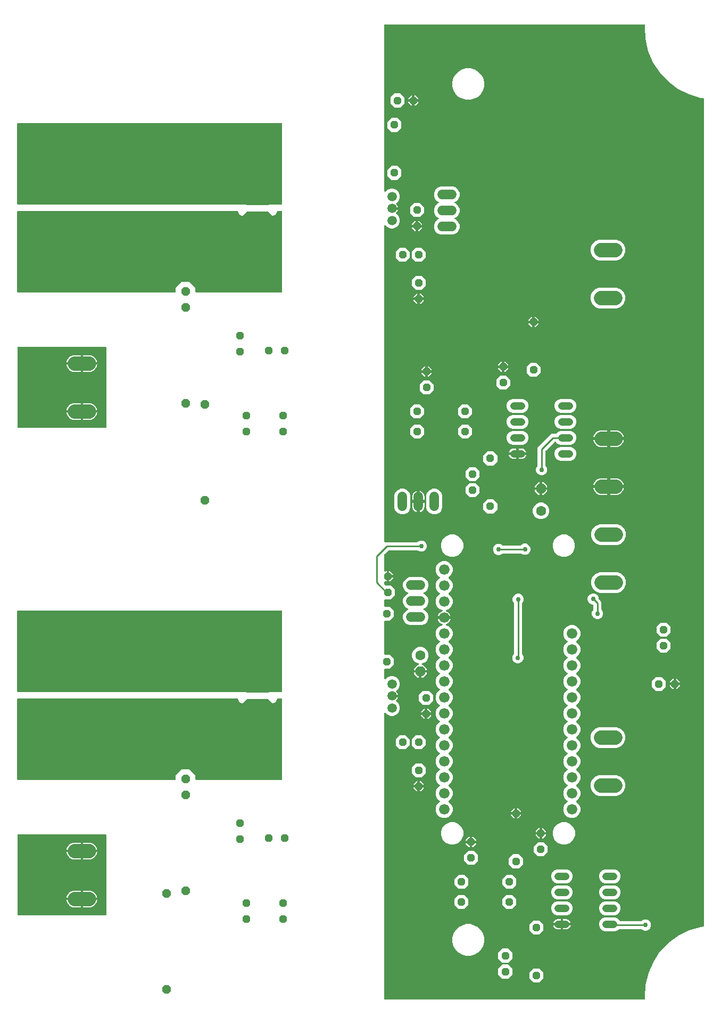
<source format=gbl>
G04 EAGLE Gerber RS-274X export*
G75*
%MOMM*%
%FSLAX34Y34*%
%LPD*%
%INBottom Copper*%
%IPPOS*%
%AMOC8*
5,1,8,0,0,1.08239X$1,22.5*%
G01*
%ADD10P,1.484606X8X112.500000*%
%ADD11P,1.319650X8X292.500000*%
%ADD12C,2.250000*%
%ADD13P,1.319650X8X22.500000*%
%ADD14P,1.319650X8X112.500000*%
%ADD15C,1.219200*%
%ADD16C,0.900000*%
%ADD17C,4.000000*%
%ADD18C,1.500000*%
%ADD19C,1.524000*%
%ADD20P,1.319650X8X202.500000*%
%ADD21C,1.676400*%
%ADD22C,1.600200*%
%ADD23P,1.732040X8X292.500000*%
%ADD24P,1.732040X8X112.500000*%
%ADD25C,4.516000*%
%ADD26C,0.750000*%
%ADD27C,0.254000*%

G36*
X1060020Y5085D02*
X1060020Y5085D01*
X1060052Y5082D01*
X1060178Y5105D01*
X1060304Y5121D01*
X1060334Y5132D01*
X1060365Y5138D01*
X1060481Y5191D01*
X1060600Y5238D01*
X1060626Y5256D01*
X1060654Y5269D01*
X1060754Y5349D01*
X1060858Y5424D01*
X1060878Y5449D01*
X1060902Y5469D01*
X1060979Y5571D01*
X1061060Y5669D01*
X1061074Y5698D01*
X1061093Y5723D01*
X1061141Y5842D01*
X1061196Y5957D01*
X1061202Y5988D01*
X1061214Y6017D01*
X1061232Y6144D01*
X1061256Y6269D01*
X1061254Y6301D01*
X1061258Y6332D01*
X1061250Y6493D01*
X1060960Y9047D01*
X1061180Y12616D01*
X1061259Y13885D01*
X1061885Y24039D01*
X1061963Y25308D01*
X1062041Y26577D01*
X1062041Y26578D01*
X1062152Y28372D01*
X1066681Y47196D01*
X1074410Y64949D01*
X1085105Y81089D01*
X1098439Y95127D01*
X1114009Y106636D01*
X1131341Y115267D01*
X1149908Y120757D01*
X1153893Y121209D01*
X1153939Y121220D01*
X1153987Y121223D01*
X1154093Y121258D01*
X1154202Y121284D01*
X1154244Y121307D01*
X1154289Y121321D01*
X1154384Y121381D01*
X1154483Y121434D01*
X1154518Y121466D01*
X1154558Y121492D01*
X1154635Y121573D01*
X1154717Y121649D01*
X1154743Y121688D01*
X1154776Y121723D01*
X1154830Y121821D01*
X1154891Y121915D01*
X1154907Y121960D01*
X1154930Y122002D01*
X1154958Y122110D01*
X1154994Y122216D01*
X1154997Y122264D01*
X1155009Y122310D01*
X1155019Y122470D01*
X1155019Y1436165D01*
X1155014Y1436208D01*
X1155016Y1436252D01*
X1154994Y1436366D01*
X1154979Y1436481D01*
X1154963Y1436521D01*
X1154955Y1436564D01*
X1154905Y1436669D01*
X1154862Y1436776D01*
X1154837Y1436812D01*
X1154818Y1436851D01*
X1154744Y1436940D01*
X1154676Y1437034D01*
X1154642Y1437061D01*
X1154614Y1437095D01*
X1154520Y1437163D01*
X1154431Y1437236D01*
X1154391Y1437255D01*
X1154356Y1437280D01*
X1154247Y1437323D01*
X1154143Y1437372D01*
X1154100Y1437380D01*
X1154059Y1437396D01*
X1153901Y1437425D01*
X1149811Y1437915D01*
X1131139Y1443562D01*
X1113732Y1452366D01*
X1098117Y1464059D01*
X1084770Y1478286D01*
X1074097Y1494614D01*
X1066421Y1512548D01*
X1061975Y1531542D01*
X1060896Y1551020D01*
X1061205Y1553599D01*
X1061204Y1553635D01*
X1061211Y1553670D01*
X1061203Y1553793D01*
X1061203Y1553917D01*
X1061194Y1553951D01*
X1061191Y1553987D01*
X1061153Y1554105D01*
X1061122Y1554225D01*
X1061104Y1554256D01*
X1061093Y1554289D01*
X1061027Y1554394D01*
X1060967Y1554502D01*
X1060942Y1554528D01*
X1060923Y1554558D01*
X1060833Y1554643D01*
X1060747Y1554733D01*
X1060717Y1554752D01*
X1060691Y1554776D01*
X1060583Y1554836D01*
X1060478Y1554902D01*
X1060444Y1554912D01*
X1060413Y1554930D01*
X1060293Y1554961D01*
X1060175Y1554998D01*
X1060139Y1555000D01*
X1060105Y1555009D01*
X1059944Y1555019D01*
X647700Y1555019D01*
X647582Y1555004D01*
X647463Y1554997D01*
X647425Y1554984D01*
X647384Y1554979D01*
X647274Y1554936D01*
X647161Y1554899D01*
X647126Y1554877D01*
X647089Y1554862D01*
X646993Y1554793D01*
X646892Y1554729D01*
X646864Y1554699D01*
X646831Y1554676D01*
X646756Y1554584D01*
X646674Y1554497D01*
X646654Y1554462D01*
X646629Y1554431D01*
X646578Y1554323D01*
X646520Y1554219D01*
X646510Y1554179D01*
X646493Y1554143D01*
X646471Y1554026D01*
X646441Y1553911D01*
X646437Y1553851D01*
X646433Y1553831D01*
X646435Y1553810D01*
X646431Y1553750D01*
X646431Y1290267D01*
X646448Y1290129D01*
X646461Y1289990D01*
X646468Y1289971D01*
X646471Y1289951D01*
X646522Y1289822D01*
X646569Y1289691D01*
X646580Y1289674D01*
X646588Y1289656D01*
X646669Y1289543D01*
X646747Y1289428D01*
X646763Y1289415D01*
X646774Y1289398D01*
X646882Y1289309D01*
X646986Y1289218D01*
X647004Y1289208D01*
X647019Y1289195D01*
X647145Y1289136D01*
X647269Y1289073D01*
X647289Y1289069D01*
X647307Y1289060D01*
X647443Y1289034D01*
X647579Y1289003D01*
X647600Y1289004D01*
X647620Y1289000D01*
X647758Y1289009D01*
X647897Y1289013D01*
X647917Y1289019D01*
X647937Y1289020D01*
X648069Y1289063D01*
X648203Y1289101D01*
X648220Y1289112D01*
X648239Y1289118D01*
X648357Y1289193D01*
X648477Y1289263D01*
X648498Y1289281D01*
X648508Y1289288D01*
X648522Y1289303D01*
X648598Y1289369D01*
X651374Y1292145D01*
X655997Y1294061D01*
X661003Y1294061D01*
X665626Y1292145D01*
X669165Y1288606D01*
X671081Y1283983D01*
X671081Y1278977D01*
X669165Y1274354D01*
X665484Y1270672D01*
X665411Y1270578D01*
X665332Y1270489D01*
X665314Y1270453D01*
X665289Y1270421D01*
X665242Y1270312D01*
X665188Y1270206D01*
X665179Y1270166D01*
X665163Y1270129D01*
X665144Y1270011D01*
X665118Y1269895D01*
X665119Y1269855D01*
X665113Y1269815D01*
X665124Y1269696D01*
X665128Y1269578D01*
X665139Y1269539D01*
X665143Y1269498D01*
X665183Y1269386D01*
X665216Y1269272D01*
X665237Y1269237D01*
X665250Y1269199D01*
X665317Y1269101D01*
X665378Y1268998D01*
X665418Y1268953D01*
X665429Y1268936D01*
X665444Y1268923D01*
X665484Y1268877D01*
X665771Y1268590D01*
X666653Y1267376D01*
X667334Y1266039D01*
X667798Y1264612D01*
X667835Y1264379D01*
X659230Y1264379D01*
X659112Y1264364D01*
X658993Y1264357D01*
X658955Y1264344D01*
X658915Y1264339D01*
X658804Y1264296D01*
X658691Y1264259D01*
X658657Y1264237D01*
X658619Y1264222D01*
X658523Y1264153D01*
X658422Y1264089D01*
X658394Y1264059D01*
X658362Y1264036D01*
X658286Y1263944D01*
X658204Y1263857D01*
X658185Y1263822D01*
X658159Y1263791D01*
X658108Y1263683D01*
X658051Y1263579D01*
X658041Y1263539D01*
X658023Y1263503D01*
X658001Y1263386D01*
X657971Y1263271D01*
X657967Y1263211D01*
X657964Y1263191D01*
X657965Y1263170D01*
X657961Y1263110D01*
X657961Y1261650D01*
X657976Y1261532D01*
X657983Y1261413D01*
X657996Y1261375D01*
X658001Y1261334D01*
X658045Y1261224D01*
X658081Y1261111D01*
X658103Y1261076D01*
X658118Y1261039D01*
X658188Y1260942D01*
X658251Y1260842D01*
X658281Y1260814D01*
X658305Y1260781D01*
X658396Y1260705D01*
X658483Y1260624D01*
X658518Y1260604D01*
X658550Y1260579D01*
X658657Y1260528D01*
X658762Y1260470D01*
X658801Y1260460D01*
X658837Y1260443D01*
X658954Y1260421D01*
X659070Y1260391D01*
X659130Y1260387D01*
X659150Y1260383D01*
X659170Y1260385D01*
X659230Y1260381D01*
X667835Y1260381D01*
X667798Y1260148D01*
X667334Y1258721D01*
X666653Y1257384D01*
X665771Y1256170D01*
X665484Y1255883D01*
X665411Y1255789D01*
X665332Y1255699D01*
X665314Y1255663D01*
X665289Y1255632D01*
X665242Y1255522D01*
X665188Y1255416D01*
X665179Y1255377D01*
X665163Y1255340D01*
X665144Y1255222D01*
X665118Y1255106D01*
X665119Y1255065D01*
X665113Y1255026D01*
X665124Y1254907D01*
X665128Y1254788D01*
X665139Y1254749D01*
X665143Y1254709D01*
X665183Y1254597D01*
X665216Y1254483D01*
X665237Y1254448D01*
X665250Y1254410D01*
X665317Y1254311D01*
X665378Y1254209D01*
X665417Y1254163D01*
X665429Y1254147D01*
X665444Y1254133D01*
X665484Y1254088D01*
X669165Y1250406D01*
X671081Y1245783D01*
X671081Y1240777D01*
X669165Y1236154D01*
X665626Y1232615D01*
X661003Y1230699D01*
X655997Y1230699D01*
X651374Y1232615D01*
X648598Y1235391D01*
X648488Y1235476D01*
X648381Y1235565D01*
X648362Y1235573D01*
X648346Y1235586D01*
X648218Y1235641D01*
X648093Y1235700D01*
X648073Y1235704D01*
X648054Y1235712D01*
X647916Y1235734D01*
X647781Y1235760D01*
X647760Y1235759D01*
X647740Y1235762D01*
X647601Y1235749D01*
X647463Y1235740D01*
X647444Y1235734D01*
X647424Y1235732D01*
X647292Y1235685D01*
X647161Y1235642D01*
X647143Y1235631D01*
X647124Y1235624D01*
X647009Y1235546D01*
X646892Y1235472D01*
X646878Y1235457D01*
X646861Y1235446D01*
X646769Y1235342D01*
X646674Y1235240D01*
X646664Y1235223D01*
X646651Y1235207D01*
X646587Y1235083D01*
X646520Y1234962D01*
X646515Y1234942D01*
X646506Y1234924D01*
X646476Y1234788D01*
X646441Y1234654D01*
X646439Y1234626D01*
X646437Y1234614D01*
X646437Y1234593D01*
X646431Y1234493D01*
X646431Y732840D01*
X646437Y732791D01*
X646435Y732741D01*
X646457Y732634D01*
X646471Y732525D01*
X646489Y732479D01*
X646499Y732430D01*
X646547Y732331D01*
X646588Y732229D01*
X646617Y732189D01*
X646639Y732144D01*
X646710Y732060D01*
X646774Y731972D01*
X646813Y731940D01*
X646845Y731902D01*
X646935Y731839D01*
X647019Y731769D01*
X647064Y731748D01*
X647105Y731719D01*
X647208Y731680D01*
X647307Y731633D01*
X647356Y731624D01*
X647402Y731606D01*
X647512Y731594D01*
X647620Y731574D01*
X647669Y731577D01*
X647718Y731571D01*
X647827Y731586D01*
X647937Y731593D01*
X647984Y731609D01*
X648033Y731616D01*
X648186Y731668D01*
X649312Y732134D01*
X698503Y732134D01*
X698601Y732146D01*
X698700Y732149D01*
X698758Y732166D01*
X698818Y732174D01*
X698911Y732210D01*
X699006Y732238D01*
X699058Y732269D01*
X699114Y732291D01*
X699194Y732349D01*
X699280Y732399D01*
X699355Y732466D01*
X699371Y732478D01*
X699379Y732487D01*
X699400Y732506D01*
X700164Y733270D01*
X703410Y734614D01*
X706923Y734614D01*
X710169Y733270D01*
X712653Y730785D01*
X713997Y727540D01*
X713997Y724027D01*
X712653Y720781D01*
X710169Y718297D01*
X706923Y716953D01*
X703410Y716953D01*
X700164Y718297D01*
X699400Y719061D01*
X699322Y719122D01*
X699250Y719189D01*
X699197Y719219D01*
X699149Y719256D01*
X699058Y719295D01*
X698972Y719343D01*
X698913Y719358D01*
X698857Y719382D01*
X698759Y719398D01*
X698664Y719422D01*
X698564Y719429D01*
X698543Y719432D01*
X698531Y719431D01*
X698503Y719433D01*
X653731Y719433D01*
X653633Y719420D01*
X653534Y719417D01*
X653476Y719400D01*
X653416Y719393D01*
X653324Y719356D01*
X653229Y719329D01*
X653176Y719298D01*
X653120Y719276D01*
X653040Y719217D01*
X652955Y719167D01*
X652879Y719101D01*
X652863Y719089D01*
X652855Y719079D01*
X652834Y719061D01*
X646803Y713029D01*
X646742Y712951D01*
X646674Y712879D01*
X646645Y712826D01*
X646608Y712778D01*
X646568Y712687D01*
X646520Y712601D01*
X646505Y712542D01*
X646481Y712486D01*
X646466Y712388D01*
X646441Y712293D01*
X646435Y712193D01*
X646431Y712172D01*
X646433Y712160D01*
X646431Y712132D01*
X646431Y686514D01*
X646448Y686376D01*
X646461Y686238D01*
X646468Y686219D01*
X646471Y686199D01*
X646522Y686069D01*
X646569Y685938D01*
X646580Y685922D01*
X646588Y685903D01*
X646669Y685790D01*
X646747Y685675D01*
X646763Y685662D01*
X646774Y685646D01*
X646882Y685556D01*
X646986Y685465D01*
X647004Y685456D01*
X647019Y685443D01*
X647145Y685383D01*
X647269Y685320D01*
X647289Y685316D01*
X647307Y685307D01*
X647443Y685281D01*
X647579Y685251D01*
X647600Y685251D01*
X647620Y685247D01*
X647758Y685256D01*
X647897Y685260D01*
X647917Y685266D01*
X647937Y685267D01*
X648069Y685310D01*
X648203Y685349D01*
X648220Y685359D01*
X648239Y685365D01*
X648357Y685440D01*
X648477Y685510D01*
X648498Y685529D01*
X648508Y685535D01*
X648522Y685550D01*
X648598Y685617D01*
X648773Y685792D01*
X650108Y685792D01*
X650108Y678425D01*
X650123Y678307D01*
X650131Y678188D01*
X650143Y678150D01*
X650148Y678110D01*
X650192Y677999D01*
X650229Y677886D01*
X650250Y677851D01*
X650265Y677814D01*
X650335Y677718D01*
X650368Y677665D01*
X650351Y677648D01*
X650332Y677612D01*
X650306Y677581D01*
X650255Y677474D01*
X650198Y677369D01*
X650188Y677330D01*
X650171Y677294D01*
X650148Y677177D01*
X650118Y677061D01*
X650115Y677001D01*
X650111Y676981D01*
X650112Y676961D01*
X650108Y676901D01*
X650108Y669534D01*
X648773Y669534D01*
X648598Y669709D01*
X648488Y669794D01*
X648381Y669883D01*
X648362Y669892D01*
X648346Y669904D01*
X648218Y669960D01*
X648093Y670019D01*
X648073Y670022D01*
X648054Y670030D01*
X647916Y670052D01*
X647781Y670078D01*
X647760Y670077D01*
X647740Y670080D01*
X647601Y670067D01*
X647463Y670059D01*
X647444Y670052D01*
X647424Y670051D01*
X647293Y670003D01*
X647161Y669961D01*
X647143Y669950D01*
X647124Y669943D01*
X647010Y669865D01*
X646892Y669790D01*
X646878Y669776D01*
X646861Y669764D01*
X646769Y669660D01*
X646674Y669559D01*
X646664Y669541D01*
X646651Y669526D01*
X646588Y669402D01*
X646520Y669280D01*
X646515Y669261D01*
X646506Y669243D01*
X646476Y669107D01*
X646441Y668972D01*
X646439Y668944D01*
X646437Y668932D01*
X646437Y668912D01*
X646431Y668812D01*
X646431Y665315D01*
X646443Y665217D01*
X646446Y665118D01*
X646463Y665060D01*
X646471Y665000D01*
X646507Y664908D01*
X646535Y664813D01*
X646565Y664760D01*
X646588Y664704D01*
X646646Y664624D01*
X646696Y664539D01*
X646762Y664463D01*
X646774Y664447D01*
X646784Y664439D01*
X646803Y664418D01*
X647409Y663811D01*
X647487Y663751D01*
X647559Y663683D01*
X647612Y663654D01*
X647660Y663616D01*
X647751Y663577D01*
X647838Y663529D01*
X647896Y663514D01*
X647952Y663490D01*
X648050Y663475D01*
X648146Y663450D01*
X648246Y663443D01*
X648266Y663440D01*
X648278Y663441D01*
X648306Y663440D01*
X656769Y663440D01*
X663316Y656892D01*
X663316Y647633D01*
X656769Y641086D01*
X647700Y641086D01*
X647582Y641071D01*
X647463Y641064D01*
X647425Y641051D01*
X647384Y641046D01*
X647274Y641002D01*
X647161Y640966D01*
X647126Y640944D01*
X647089Y640929D01*
X646993Y640859D01*
X646892Y640796D01*
X646864Y640766D01*
X646831Y640742D01*
X646756Y640651D01*
X646674Y640564D01*
X646654Y640529D01*
X646629Y640497D01*
X646578Y640390D01*
X646520Y640286D01*
X646510Y640246D01*
X646493Y640210D01*
X646471Y640093D01*
X646441Y639978D01*
X646437Y639917D01*
X646433Y639897D01*
X646435Y639877D01*
X646431Y639817D01*
X646431Y630759D01*
X646446Y630641D01*
X646453Y630522D01*
X646466Y630484D01*
X646471Y630443D01*
X646514Y630333D01*
X646551Y630219D01*
X646573Y630185D01*
X646588Y630148D01*
X646658Y630051D01*
X646721Y629951D01*
X646751Y629923D01*
X646774Y629890D01*
X646866Y629814D01*
X646953Y629733D01*
X646988Y629713D01*
X647019Y629688D01*
X647127Y629637D01*
X647231Y629579D01*
X647271Y629569D01*
X647307Y629552D01*
X647424Y629530D01*
X647539Y629500D01*
X647600Y629496D01*
X647620Y629492D01*
X647640Y629493D01*
X647700Y629490D01*
X655009Y629490D01*
X661556Y622942D01*
X661556Y613683D01*
X655009Y607136D01*
X647700Y607136D01*
X647582Y607121D01*
X647463Y607114D01*
X647425Y607101D01*
X647384Y607096D01*
X647274Y607053D01*
X647161Y607016D01*
X647126Y606994D01*
X647089Y606979D01*
X646993Y606909D01*
X646892Y606846D01*
X646864Y606816D01*
X646831Y606792D01*
X646756Y606701D01*
X646674Y606614D01*
X646654Y606579D01*
X646629Y606548D01*
X646578Y606440D01*
X646520Y606336D01*
X646510Y606296D01*
X646493Y606260D01*
X646471Y606143D01*
X646441Y606028D01*
X646437Y605967D01*
X646433Y605947D01*
X646435Y605927D01*
X646431Y605867D01*
X646431Y554559D01*
X646446Y554441D01*
X646453Y554322D01*
X646466Y554284D01*
X646471Y554243D01*
X646514Y554133D01*
X646551Y554019D01*
X646573Y553985D01*
X646588Y553948D01*
X646658Y553851D01*
X646721Y553751D01*
X646751Y553723D01*
X646774Y553690D01*
X646866Y553614D01*
X646953Y553533D01*
X646988Y553513D01*
X647019Y553488D01*
X647127Y553437D01*
X647231Y553379D01*
X647271Y553369D01*
X647307Y553352D01*
X647424Y553330D01*
X647539Y553300D01*
X647600Y553296D01*
X647620Y553292D01*
X647640Y553293D01*
X647700Y553290D01*
X655009Y553290D01*
X661556Y546742D01*
X661556Y537483D01*
X655009Y530936D01*
X647700Y530936D01*
X647582Y530921D01*
X647463Y530914D01*
X647425Y530901D01*
X647384Y530896D01*
X647274Y530853D01*
X647161Y530816D01*
X647126Y530794D01*
X647089Y530779D01*
X646993Y530709D01*
X646892Y530646D01*
X646864Y530616D01*
X646831Y530592D01*
X646756Y530501D01*
X646674Y530414D01*
X646654Y530379D01*
X646629Y530348D01*
X646578Y530240D01*
X646520Y530136D01*
X646510Y530096D01*
X646493Y530060D01*
X646471Y529943D01*
X646441Y529828D01*
X646437Y529767D01*
X646433Y529747D01*
X646435Y529727D01*
X646431Y529667D01*
X646431Y515567D01*
X646448Y515429D01*
X646461Y515290D01*
X646468Y515271D01*
X646471Y515251D01*
X646522Y515122D01*
X646569Y514991D01*
X646580Y514974D01*
X646588Y514956D01*
X646669Y514843D01*
X646747Y514728D01*
X646763Y514715D01*
X646774Y514698D01*
X646882Y514609D01*
X646986Y514518D01*
X647004Y514508D01*
X647019Y514495D01*
X647145Y514436D01*
X647269Y514373D01*
X647289Y514369D01*
X647307Y514360D01*
X647443Y514334D01*
X647579Y514303D01*
X647600Y514304D01*
X647620Y514300D01*
X647758Y514309D01*
X647897Y514313D01*
X647917Y514319D01*
X647937Y514320D01*
X648069Y514363D01*
X648203Y514401D01*
X648220Y514412D01*
X648239Y514418D01*
X648357Y514493D01*
X648477Y514563D01*
X648498Y514581D01*
X648508Y514588D01*
X648522Y514603D01*
X648598Y514669D01*
X651374Y517445D01*
X655997Y519361D01*
X661003Y519361D01*
X665626Y517445D01*
X669165Y513906D01*
X671081Y509283D01*
X671081Y504277D01*
X669165Y499654D01*
X665484Y495972D01*
X665411Y495878D01*
X665332Y495789D01*
X665314Y495753D01*
X665289Y495721D01*
X665242Y495612D01*
X665188Y495506D01*
X665179Y495466D01*
X665163Y495429D01*
X665144Y495311D01*
X665118Y495195D01*
X665119Y495155D01*
X665113Y495115D01*
X665124Y494996D01*
X665128Y494877D01*
X665139Y494839D01*
X665143Y494798D01*
X665183Y494686D01*
X665216Y494572D01*
X665237Y494537D01*
X665250Y494499D01*
X665317Y494400D01*
X665378Y494298D01*
X665417Y494253D01*
X665429Y494236D01*
X665444Y494222D01*
X665484Y494177D01*
X665771Y493890D01*
X666653Y492676D01*
X667334Y491339D01*
X667798Y489912D01*
X667835Y489679D01*
X659230Y489679D01*
X659112Y489664D01*
X658993Y489657D01*
X658955Y489644D01*
X658915Y489639D01*
X658804Y489596D01*
X658691Y489559D01*
X658657Y489537D01*
X658619Y489522D01*
X658523Y489453D01*
X658422Y489389D01*
X658394Y489359D01*
X658362Y489336D01*
X658286Y489244D01*
X658204Y489157D01*
X658185Y489122D01*
X658159Y489091D01*
X658108Y488983D01*
X658051Y488879D01*
X658041Y488839D01*
X658023Y488803D01*
X658001Y488686D01*
X657971Y488571D01*
X657967Y488511D01*
X657964Y488491D01*
X657965Y488470D01*
X657961Y488410D01*
X657961Y486950D01*
X657976Y486832D01*
X657983Y486713D01*
X657996Y486675D01*
X658001Y486634D01*
X658045Y486524D01*
X658081Y486411D01*
X658103Y486376D01*
X658118Y486339D01*
X658188Y486242D01*
X658251Y486142D01*
X658281Y486114D01*
X658305Y486081D01*
X658396Y486005D01*
X658483Y485924D01*
X658518Y485904D01*
X658550Y485879D01*
X658657Y485828D01*
X658762Y485770D01*
X658801Y485760D01*
X658837Y485743D01*
X658954Y485721D01*
X659070Y485691D01*
X659130Y485687D01*
X659150Y485683D01*
X659170Y485685D01*
X659230Y485681D01*
X667835Y485681D01*
X667798Y485448D01*
X667334Y484021D01*
X666653Y482684D01*
X665771Y481470D01*
X665484Y481183D01*
X665411Y481089D01*
X665332Y480999D01*
X665314Y480963D01*
X665289Y480932D01*
X665242Y480822D01*
X665188Y480716D01*
X665179Y480677D01*
X665163Y480640D01*
X665144Y480522D01*
X665118Y480406D01*
X665119Y480365D01*
X665113Y480326D01*
X665124Y480207D01*
X665128Y480088D01*
X665139Y480049D01*
X665143Y480009D01*
X665183Y479897D01*
X665216Y479783D01*
X665237Y479748D01*
X665250Y479710D01*
X665317Y479611D01*
X665378Y479509D01*
X665417Y479463D01*
X665429Y479447D01*
X665444Y479433D01*
X665484Y479388D01*
X669165Y475706D01*
X671081Y471083D01*
X671081Y466077D01*
X669165Y461454D01*
X665626Y457915D01*
X661003Y455999D01*
X655997Y455999D01*
X651374Y457915D01*
X648598Y460691D01*
X648488Y460776D01*
X648381Y460865D01*
X648362Y460873D01*
X648346Y460886D01*
X648218Y460941D01*
X648093Y461000D01*
X648073Y461004D01*
X648054Y461012D01*
X647916Y461034D01*
X647781Y461060D01*
X647760Y461059D01*
X647740Y461062D01*
X647601Y461049D01*
X647463Y461040D01*
X647444Y461034D01*
X647424Y461032D01*
X647292Y460985D01*
X647161Y460942D01*
X647143Y460931D01*
X647124Y460924D01*
X647009Y460846D01*
X646892Y460772D01*
X646878Y460757D01*
X646861Y460746D01*
X646769Y460642D01*
X646674Y460540D01*
X646664Y460523D01*
X646651Y460507D01*
X646587Y460383D01*
X646520Y460262D01*
X646515Y460242D01*
X646506Y460224D01*
X646476Y460088D01*
X646441Y459954D01*
X646439Y459926D01*
X646437Y459914D01*
X646437Y459893D01*
X646431Y459793D01*
X646431Y6350D01*
X646446Y6232D01*
X646453Y6113D01*
X646466Y6075D01*
X646471Y6034D01*
X646514Y5924D01*
X646551Y5811D01*
X646573Y5776D01*
X646588Y5739D01*
X646658Y5643D01*
X646721Y5542D01*
X646751Y5514D01*
X646774Y5481D01*
X646866Y5405D01*
X646953Y5324D01*
X646988Y5304D01*
X647019Y5279D01*
X647127Y5228D01*
X647231Y5170D01*
X647271Y5160D01*
X647307Y5143D01*
X647424Y5121D01*
X647539Y5091D01*
X647600Y5087D01*
X647620Y5083D01*
X647640Y5085D01*
X647700Y5081D01*
X1059989Y5081D01*
X1060020Y5085D01*
G37*
G36*
X460440Y1267238D02*
X460440Y1267238D01*
X460505Y1267236D01*
X460611Y1267258D01*
X460718Y1267271D01*
X460780Y1267293D01*
X460844Y1267306D01*
X460942Y1267351D01*
X461044Y1267388D01*
X461098Y1267424D01*
X461157Y1267451D01*
X461325Y1267570D01*
X462743Y1268731D01*
X482600Y1268731D01*
X482718Y1268746D01*
X482837Y1268753D01*
X482875Y1268766D01*
X482916Y1268771D01*
X483026Y1268814D01*
X483139Y1268851D01*
X483174Y1268873D01*
X483211Y1268888D01*
X483307Y1268958D01*
X483408Y1269021D01*
X483436Y1269051D01*
X483469Y1269074D01*
X483545Y1269166D01*
X483626Y1269253D01*
X483646Y1269288D01*
X483671Y1269319D01*
X483722Y1269427D01*
X483780Y1269531D01*
X483790Y1269571D01*
X483807Y1269607D01*
X483829Y1269724D01*
X483859Y1269839D01*
X483863Y1269900D01*
X483867Y1269920D01*
X483865Y1269940D01*
X483869Y1270000D01*
X483869Y1397000D01*
X483854Y1397118D01*
X483847Y1397237D01*
X483834Y1397275D01*
X483829Y1397316D01*
X483786Y1397426D01*
X483749Y1397539D01*
X483727Y1397574D01*
X483712Y1397611D01*
X483643Y1397707D01*
X483579Y1397808D01*
X483549Y1397836D01*
X483526Y1397869D01*
X483434Y1397945D01*
X483347Y1398026D01*
X483312Y1398046D01*
X483281Y1398071D01*
X483173Y1398122D01*
X483069Y1398180D01*
X483029Y1398190D01*
X482993Y1398207D01*
X482876Y1398229D01*
X482761Y1398259D01*
X482701Y1398263D01*
X482681Y1398267D01*
X482660Y1398265D01*
X482600Y1398269D01*
X63500Y1398269D01*
X63382Y1398254D01*
X63263Y1398247D01*
X63225Y1398234D01*
X63184Y1398229D01*
X63074Y1398186D01*
X62961Y1398149D01*
X62926Y1398127D01*
X62889Y1398112D01*
X62793Y1398043D01*
X62692Y1397979D01*
X62664Y1397949D01*
X62631Y1397926D01*
X62556Y1397834D01*
X62474Y1397747D01*
X62454Y1397712D01*
X62429Y1397681D01*
X62378Y1397573D01*
X62320Y1397469D01*
X62310Y1397429D01*
X62293Y1397393D01*
X62271Y1397276D01*
X62241Y1397161D01*
X62237Y1397101D01*
X62233Y1397081D01*
X62235Y1397060D01*
X62231Y1397000D01*
X62231Y1270000D01*
X62246Y1269882D01*
X62253Y1269763D01*
X62266Y1269725D01*
X62271Y1269684D01*
X62314Y1269574D01*
X62351Y1269461D01*
X62373Y1269426D01*
X62388Y1269389D01*
X62458Y1269293D01*
X62521Y1269192D01*
X62551Y1269164D01*
X62574Y1269131D01*
X62666Y1269056D01*
X62753Y1268974D01*
X62788Y1268954D01*
X62819Y1268929D01*
X62927Y1268878D01*
X63031Y1268820D01*
X63071Y1268810D01*
X63107Y1268793D01*
X63224Y1268771D01*
X63339Y1268741D01*
X63400Y1268737D01*
X63420Y1268733D01*
X63440Y1268735D01*
X63500Y1268731D01*
X426207Y1268731D01*
X427695Y1267554D01*
X427740Y1267526D01*
X427779Y1267492D01*
X427887Y1267436D01*
X427989Y1267372D01*
X428039Y1267356D01*
X428086Y1267331D01*
X428203Y1267301D01*
X428317Y1267263D01*
X428369Y1267258D01*
X428420Y1267245D01*
X428625Y1267231D01*
X460375Y1267231D01*
X460440Y1267238D01*
G37*
G36*
X460440Y492538D02*
X460440Y492538D01*
X460505Y492536D01*
X460611Y492558D01*
X460718Y492571D01*
X460780Y492593D01*
X460844Y492606D01*
X460942Y492651D01*
X461044Y492688D01*
X461098Y492724D01*
X461157Y492751D01*
X461325Y492870D01*
X462743Y494031D01*
X482600Y494031D01*
X482718Y494046D01*
X482837Y494053D01*
X482875Y494066D01*
X482916Y494071D01*
X483026Y494114D01*
X483139Y494151D01*
X483174Y494173D01*
X483211Y494188D01*
X483307Y494258D01*
X483408Y494321D01*
X483436Y494351D01*
X483469Y494374D01*
X483545Y494466D01*
X483626Y494553D01*
X483646Y494588D01*
X483671Y494619D01*
X483722Y494727D01*
X483780Y494831D01*
X483790Y494871D01*
X483807Y494907D01*
X483829Y495024D01*
X483859Y495139D01*
X483863Y495200D01*
X483867Y495220D01*
X483865Y495240D01*
X483869Y495300D01*
X483869Y622300D01*
X483854Y622418D01*
X483847Y622537D01*
X483834Y622575D01*
X483829Y622616D01*
X483786Y622726D01*
X483749Y622839D01*
X483727Y622874D01*
X483712Y622911D01*
X483643Y623007D01*
X483579Y623108D01*
X483549Y623136D01*
X483526Y623169D01*
X483434Y623245D01*
X483347Y623326D01*
X483312Y623346D01*
X483281Y623371D01*
X483173Y623422D01*
X483069Y623480D01*
X483029Y623490D01*
X482993Y623507D01*
X482876Y623529D01*
X482761Y623559D01*
X482701Y623563D01*
X482681Y623567D01*
X482660Y623565D01*
X482600Y623569D01*
X63500Y623569D01*
X63382Y623554D01*
X63263Y623547D01*
X63225Y623534D01*
X63184Y623529D01*
X63074Y623486D01*
X62961Y623449D01*
X62926Y623427D01*
X62889Y623412D01*
X62793Y623343D01*
X62692Y623279D01*
X62664Y623249D01*
X62631Y623226D01*
X62556Y623134D01*
X62474Y623047D01*
X62454Y623012D01*
X62429Y622981D01*
X62378Y622873D01*
X62320Y622769D01*
X62310Y622729D01*
X62293Y622693D01*
X62271Y622576D01*
X62241Y622461D01*
X62237Y622401D01*
X62233Y622381D01*
X62235Y622360D01*
X62231Y622300D01*
X62231Y495300D01*
X62246Y495182D01*
X62253Y495063D01*
X62266Y495025D01*
X62271Y494984D01*
X62314Y494874D01*
X62351Y494761D01*
X62373Y494726D01*
X62388Y494689D01*
X62458Y494593D01*
X62521Y494492D01*
X62551Y494464D01*
X62574Y494431D01*
X62666Y494356D01*
X62753Y494274D01*
X62788Y494254D01*
X62819Y494229D01*
X62927Y494178D01*
X63031Y494120D01*
X63071Y494110D01*
X63107Y494093D01*
X63224Y494071D01*
X63339Y494041D01*
X63400Y494037D01*
X63420Y494033D01*
X63440Y494035D01*
X63500Y494031D01*
X426207Y494031D01*
X427695Y492854D01*
X427740Y492826D01*
X427779Y492792D01*
X427887Y492736D01*
X427989Y492672D01*
X428039Y492656D01*
X428086Y492631D01*
X428203Y492601D01*
X428317Y492563D01*
X428369Y492558D01*
X428420Y492545D01*
X428625Y492531D01*
X460375Y492531D01*
X460440Y492538D01*
G37*
G36*
X313300Y1129046D02*
X313300Y1129046D01*
X313419Y1129053D01*
X313457Y1129066D01*
X313498Y1129071D01*
X313608Y1129114D01*
X313721Y1129151D01*
X313756Y1129173D01*
X313793Y1129188D01*
X313889Y1129258D01*
X313990Y1129321D01*
X314018Y1129351D01*
X314051Y1129374D01*
X314127Y1129466D01*
X314208Y1129553D01*
X314228Y1129588D01*
X314253Y1129619D01*
X314304Y1129727D01*
X314362Y1129831D01*
X314372Y1129871D01*
X314389Y1129907D01*
X314411Y1130024D01*
X314441Y1130139D01*
X314445Y1130200D01*
X314449Y1130220D01*
X314447Y1130240D01*
X314451Y1130300D01*
X314451Y1136823D01*
X323677Y1146049D01*
X336723Y1146049D01*
X345949Y1136823D01*
X345949Y1130300D01*
X345964Y1130182D01*
X345971Y1130063D01*
X345984Y1130025D01*
X345989Y1129984D01*
X346032Y1129874D01*
X346069Y1129761D01*
X346091Y1129726D01*
X346106Y1129689D01*
X346175Y1129593D01*
X346239Y1129492D01*
X346269Y1129464D01*
X346292Y1129431D01*
X346384Y1129356D01*
X346471Y1129274D01*
X346506Y1129254D01*
X346537Y1129229D01*
X346645Y1129178D01*
X346749Y1129120D01*
X346789Y1129110D01*
X346825Y1129093D01*
X346942Y1129071D01*
X347057Y1129041D01*
X347117Y1129037D01*
X347137Y1129033D01*
X347158Y1129035D01*
X347218Y1129031D01*
X482600Y1129031D01*
X482718Y1129046D01*
X482837Y1129053D01*
X482875Y1129066D01*
X482916Y1129071D01*
X483026Y1129114D01*
X483139Y1129151D01*
X483174Y1129173D01*
X483211Y1129188D01*
X483307Y1129258D01*
X483408Y1129321D01*
X483436Y1129351D01*
X483469Y1129374D01*
X483545Y1129466D01*
X483626Y1129553D01*
X483646Y1129588D01*
X483671Y1129619D01*
X483722Y1129727D01*
X483780Y1129831D01*
X483790Y1129871D01*
X483807Y1129907D01*
X483829Y1130024D01*
X483859Y1130139D01*
X483863Y1130200D01*
X483867Y1130220D01*
X483865Y1130240D01*
X483869Y1130300D01*
X483869Y1257300D01*
X483854Y1257418D01*
X483847Y1257537D01*
X483834Y1257575D01*
X483829Y1257616D01*
X483786Y1257726D01*
X483749Y1257839D01*
X483727Y1257874D01*
X483712Y1257911D01*
X483643Y1258007D01*
X483579Y1258108D01*
X483549Y1258136D01*
X483526Y1258169D01*
X483434Y1258245D01*
X483347Y1258326D01*
X483312Y1258346D01*
X483281Y1258371D01*
X483173Y1258422D01*
X483069Y1258480D01*
X483029Y1258490D01*
X482993Y1258507D01*
X482876Y1258529D01*
X482761Y1258559D01*
X482701Y1258563D01*
X482681Y1258567D01*
X482660Y1258565D01*
X482600Y1258569D01*
X476885Y1258569D01*
X476767Y1258554D01*
X476648Y1258547D01*
X476610Y1258534D01*
X476569Y1258529D01*
X476459Y1258486D01*
X476346Y1258449D01*
X476311Y1258427D01*
X476274Y1258412D01*
X476178Y1258343D01*
X476077Y1258279D01*
X476049Y1258249D01*
X476016Y1258226D01*
X475940Y1258134D01*
X475859Y1258047D01*
X475839Y1258012D01*
X475814Y1257981D01*
X475763Y1257873D01*
X475705Y1257769D01*
X475695Y1257729D01*
X475678Y1257693D01*
X475656Y1257576D01*
X475626Y1257462D01*
X474262Y1254169D01*
X471761Y1251668D01*
X468494Y1250314D01*
X468479Y1250314D01*
X468084Y1250897D01*
X468077Y1250906D01*
X468071Y1250917D01*
X467942Y1251076D01*
X464937Y1254311D01*
X464927Y1254319D01*
X464920Y1254329D01*
X464768Y1254467D01*
X461305Y1257206D01*
X461260Y1257234D01*
X461221Y1257268D01*
X461114Y1257324D01*
X461011Y1257388D01*
X460961Y1257404D01*
X460914Y1257429D01*
X460797Y1257459D01*
X460683Y1257497D01*
X460631Y1257502D01*
X460580Y1257515D01*
X460375Y1257529D01*
X428625Y1257529D01*
X428560Y1257522D01*
X428495Y1257524D01*
X428389Y1257502D01*
X428282Y1257489D01*
X428220Y1257467D01*
X428156Y1257454D01*
X428058Y1257409D01*
X427956Y1257372D01*
X427902Y1257336D01*
X427843Y1257309D01*
X427675Y1257190D01*
X424269Y1254402D01*
X424264Y1254397D01*
X424258Y1254393D01*
X424110Y1254251D01*
X421146Y1250996D01*
X421142Y1250990D01*
X421136Y1250985D01*
X421010Y1250823D01*
X420668Y1250314D01*
X420506Y1250314D01*
X417239Y1251668D01*
X414738Y1254169D01*
X413365Y1257482D01*
X413362Y1257537D01*
X413349Y1257575D01*
X413344Y1257616D01*
X413301Y1257726D01*
X413264Y1257839D01*
X413242Y1257874D01*
X413227Y1257911D01*
X413158Y1258007D01*
X413094Y1258108D01*
X413064Y1258136D01*
X413041Y1258169D01*
X412949Y1258245D01*
X412862Y1258326D01*
X412827Y1258346D01*
X412796Y1258371D01*
X412688Y1258422D01*
X412584Y1258480D01*
X412544Y1258490D01*
X412508Y1258507D01*
X412391Y1258529D01*
X412276Y1258559D01*
X412216Y1258563D01*
X412196Y1258567D01*
X412175Y1258565D01*
X412115Y1258569D01*
X63500Y1258569D01*
X63382Y1258554D01*
X63263Y1258547D01*
X63225Y1258534D01*
X63184Y1258529D01*
X63074Y1258486D01*
X62961Y1258449D01*
X62926Y1258427D01*
X62889Y1258412D01*
X62793Y1258343D01*
X62692Y1258279D01*
X62664Y1258249D01*
X62631Y1258226D01*
X62556Y1258134D01*
X62474Y1258047D01*
X62454Y1258012D01*
X62429Y1257981D01*
X62378Y1257873D01*
X62320Y1257769D01*
X62310Y1257729D01*
X62293Y1257693D01*
X62271Y1257576D01*
X62241Y1257461D01*
X62237Y1257401D01*
X62233Y1257381D01*
X62235Y1257360D01*
X62231Y1257300D01*
X62231Y1130300D01*
X62246Y1130182D01*
X62253Y1130063D01*
X62266Y1130025D01*
X62271Y1129984D01*
X62314Y1129874D01*
X62351Y1129761D01*
X62373Y1129726D01*
X62388Y1129689D01*
X62458Y1129593D01*
X62521Y1129492D01*
X62551Y1129464D01*
X62574Y1129431D01*
X62666Y1129356D01*
X62753Y1129274D01*
X62788Y1129254D01*
X62819Y1129229D01*
X62927Y1129178D01*
X63031Y1129120D01*
X63071Y1129110D01*
X63107Y1129093D01*
X63224Y1129071D01*
X63339Y1129041D01*
X63400Y1129037D01*
X63420Y1129033D01*
X63440Y1129035D01*
X63500Y1129031D01*
X313182Y1129031D01*
X313300Y1129046D01*
G37*
G36*
X313300Y354346D02*
X313300Y354346D01*
X313419Y354353D01*
X313457Y354366D01*
X313498Y354371D01*
X313608Y354414D01*
X313721Y354451D01*
X313756Y354473D01*
X313793Y354488D01*
X313889Y354558D01*
X313990Y354621D01*
X314018Y354651D01*
X314051Y354674D01*
X314127Y354766D01*
X314208Y354853D01*
X314228Y354888D01*
X314253Y354919D01*
X314304Y355027D01*
X314362Y355131D01*
X314372Y355171D01*
X314389Y355207D01*
X314411Y355324D01*
X314441Y355439D01*
X314445Y355500D01*
X314449Y355520D01*
X314447Y355540D01*
X314451Y355600D01*
X314451Y362123D01*
X323677Y371349D01*
X336723Y371349D01*
X345949Y362123D01*
X345949Y355600D01*
X345964Y355482D01*
X345971Y355363D01*
X345984Y355325D01*
X345989Y355284D01*
X346032Y355174D01*
X346069Y355061D01*
X346091Y355026D01*
X346106Y354989D01*
X346175Y354893D01*
X346239Y354792D01*
X346269Y354764D01*
X346292Y354731D01*
X346384Y354656D01*
X346471Y354574D01*
X346506Y354554D01*
X346537Y354529D01*
X346645Y354478D01*
X346749Y354420D01*
X346789Y354410D01*
X346825Y354393D01*
X346942Y354371D01*
X347057Y354341D01*
X347117Y354337D01*
X347137Y354333D01*
X347158Y354335D01*
X347218Y354331D01*
X482600Y354331D01*
X482718Y354346D01*
X482837Y354353D01*
X482875Y354366D01*
X482916Y354371D01*
X483026Y354414D01*
X483139Y354451D01*
X483174Y354473D01*
X483211Y354488D01*
X483307Y354558D01*
X483408Y354621D01*
X483436Y354651D01*
X483469Y354674D01*
X483545Y354766D01*
X483626Y354853D01*
X483646Y354888D01*
X483671Y354919D01*
X483722Y355027D01*
X483780Y355131D01*
X483790Y355171D01*
X483807Y355207D01*
X483829Y355324D01*
X483859Y355439D01*
X483863Y355500D01*
X483867Y355520D01*
X483865Y355540D01*
X483869Y355600D01*
X483869Y482600D01*
X483854Y482718D01*
X483847Y482837D01*
X483834Y482875D01*
X483829Y482916D01*
X483786Y483026D01*
X483749Y483139D01*
X483727Y483174D01*
X483712Y483211D01*
X483643Y483307D01*
X483579Y483408D01*
X483549Y483436D01*
X483526Y483469D01*
X483434Y483545D01*
X483347Y483626D01*
X483312Y483646D01*
X483281Y483671D01*
X483173Y483722D01*
X483069Y483780D01*
X483029Y483790D01*
X482993Y483807D01*
X482876Y483829D01*
X482761Y483859D01*
X482701Y483863D01*
X482681Y483867D01*
X482660Y483865D01*
X482600Y483869D01*
X476885Y483869D01*
X476767Y483854D01*
X476648Y483847D01*
X476610Y483834D01*
X476569Y483829D01*
X476459Y483786D01*
X476346Y483749D01*
X476311Y483727D01*
X476274Y483712D01*
X476178Y483643D01*
X476077Y483579D01*
X476049Y483549D01*
X476016Y483526D01*
X475940Y483434D01*
X475859Y483347D01*
X475839Y483312D01*
X475814Y483281D01*
X475763Y483173D01*
X475705Y483069D01*
X475695Y483029D01*
X475678Y482993D01*
X475656Y482876D01*
X475626Y482762D01*
X474262Y479469D01*
X471761Y476968D01*
X468494Y475614D01*
X468479Y475614D01*
X468084Y476197D01*
X468077Y476206D01*
X468071Y476217D01*
X467942Y476376D01*
X464937Y479611D01*
X464927Y479619D01*
X464920Y479629D01*
X464768Y479767D01*
X461305Y482506D01*
X461260Y482534D01*
X461221Y482568D01*
X461114Y482624D01*
X461011Y482688D01*
X460961Y482704D01*
X460914Y482729D01*
X460797Y482759D01*
X460683Y482797D01*
X460631Y482802D01*
X460580Y482815D01*
X460375Y482829D01*
X428625Y482829D01*
X428560Y482822D01*
X428495Y482824D01*
X428389Y482802D01*
X428282Y482789D01*
X428220Y482767D01*
X428156Y482754D01*
X428058Y482709D01*
X427956Y482672D01*
X427902Y482636D01*
X427843Y482609D01*
X427675Y482490D01*
X424269Y479702D01*
X424264Y479697D01*
X424258Y479693D01*
X424110Y479551D01*
X421146Y476296D01*
X421142Y476290D01*
X421136Y476285D01*
X421010Y476123D01*
X420668Y475614D01*
X420506Y475614D01*
X417239Y476968D01*
X414738Y479469D01*
X413365Y482782D01*
X413362Y482837D01*
X413349Y482875D01*
X413344Y482916D01*
X413301Y483026D01*
X413264Y483139D01*
X413242Y483174D01*
X413227Y483211D01*
X413158Y483307D01*
X413094Y483408D01*
X413064Y483436D01*
X413041Y483469D01*
X412949Y483545D01*
X412862Y483626D01*
X412827Y483646D01*
X412796Y483671D01*
X412688Y483722D01*
X412584Y483780D01*
X412544Y483790D01*
X412508Y483807D01*
X412391Y483829D01*
X412276Y483859D01*
X412216Y483863D01*
X412196Y483867D01*
X412175Y483865D01*
X412115Y483869D01*
X63500Y483869D01*
X63382Y483854D01*
X63263Y483847D01*
X63225Y483834D01*
X63184Y483829D01*
X63074Y483786D01*
X62961Y483749D01*
X62926Y483727D01*
X62889Y483712D01*
X62793Y483643D01*
X62692Y483579D01*
X62664Y483549D01*
X62631Y483526D01*
X62556Y483434D01*
X62474Y483347D01*
X62454Y483312D01*
X62429Y483281D01*
X62378Y483173D01*
X62320Y483069D01*
X62310Y483029D01*
X62293Y482993D01*
X62271Y482876D01*
X62241Y482761D01*
X62237Y482701D01*
X62233Y482681D01*
X62235Y482660D01*
X62231Y482600D01*
X62231Y355600D01*
X62246Y355482D01*
X62253Y355363D01*
X62266Y355325D01*
X62271Y355284D01*
X62314Y355174D01*
X62351Y355061D01*
X62373Y355026D01*
X62388Y354989D01*
X62458Y354893D01*
X62521Y354792D01*
X62551Y354764D01*
X62574Y354731D01*
X62666Y354656D01*
X62753Y354574D01*
X62788Y354554D01*
X62819Y354529D01*
X62927Y354478D01*
X63031Y354420D01*
X63071Y354410D01*
X63107Y354393D01*
X63224Y354371D01*
X63339Y354341D01*
X63400Y354337D01*
X63420Y354333D01*
X63440Y354335D01*
X63500Y354331D01*
X313182Y354331D01*
X313300Y354346D01*
G37*
G36*
X203220Y913642D02*
X203220Y913642D01*
X203239Y913640D01*
X203341Y913662D01*
X203443Y913679D01*
X203460Y913688D01*
X203480Y913692D01*
X203569Y913745D01*
X203660Y913794D01*
X203674Y913808D01*
X203691Y913818D01*
X203758Y913897D01*
X203830Y913972D01*
X203838Y913990D01*
X203851Y914005D01*
X203890Y914101D01*
X203933Y914195D01*
X203935Y914215D01*
X203943Y914233D01*
X203961Y914400D01*
X203961Y1041400D01*
X203958Y1041420D01*
X203960Y1041439D01*
X203938Y1041541D01*
X203922Y1041643D01*
X203912Y1041660D01*
X203908Y1041680D01*
X203855Y1041769D01*
X203806Y1041860D01*
X203792Y1041874D01*
X203782Y1041891D01*
X203703Y1041958D01*
X203628Y1042030D01*
X203610Y1042038D01*
X203595Y1042051D01*
X203499Y1042090D01*
X203405Y1042133D01*
X203385Y1042135D01*
X203367Y1042143D01*
X203200Y1042161D01*
X63500Y1042161D01*
X63480Y1042158D01*
X63461Y1042160D01*
X63359Y1042138D01*
X63257Y1042122D01*
X63240Y1042112D01*
X63220Y1042108D01*
X63131Y1042055D01*
X63040Y1042006D01*
X63026Y1041992D01*
X63009Y1041982D01*
X62942Y1041903D01*
X62871Y1041828D01*
X62862Y1041810D01*
X62849Y1041795D01*
X62810Y1041699D01*
X62767Y1041605D01*
X62765Y1041585D01*
X62757Y1041567D01*
X62739Y1041400D01*
X62739Y914400D01*
X62742Y914380D01*
X62740Y914361D01*
X62762Y914259D01*
X62779Y914157D01*
X62788Y914140D01*
X62792Y914120D01*
X62845Y914031D01*
X62894Y913940D01*
X62908Y913926D01*
X62918Y913909D01*
X62997Y913842D01*
X63072Y913771D01*
X63090Y913762D01*
X63105Y913749D01*
X63201Y913710D01*
X63295Y913667D01*
X63315Y913665D01*
X63333Y913657D01*
X63500Y913639D01*
X203200Y913639D01*
X203220Y913642D01*
G37*
G36*
X203220Y138942D02*
X203220Y138942D01*
X203239Y138940D01*
X203341Y138962D01*
X203443Y138979D01*
X203460Y138988D01*
X203480Y138992D01*
X203569Y139045D01*
X203660Y139094D01*
X203674Y139108D01*
X203691Y139118D01*
X203758Y139197D01*
X203830Y139272D01*
X203838Y139290D01*
X203851Y139305D01*
X203890Y139401D01*
X203933Y139495D01*
X203935Y139515D01*
X203943Y139533D01*
X203961Y139700D01*
X203961Y266700D01*
X203958Y266720D01*
X203960Y266739D01*
X203938Y266841D01*
X203922Y266943D01*
X203912Y266960D01*
X203908Y266980D01*
X203855Y267069D01*
X203806Y267160D01*
X203792Y267174D01*
X203782Y267191D01*
X203703Y267258D01*
X203628Y267330D01*
X203610Y267338D01*
X203595Y267351D01*
X203499Y267390D01*
X203405Y267433D01*
X203385Y267435D01*
X203367Y267443D01*
X203200Y267461D01*
X63500Y267461D01*
X63480Y267458D01*
X63461Y267460D01*
X63359Y267438D01*
X63257Y267422D01*
X63240Y267412D01*
X63220Y267408D01*
X63131Y267355D01*
X63040Y267306D01*
X63026Y267292D01*
X63009Y267282D01*
X62942Y267203D01*
X62871Y267128D01*
X62862Y267110D01*
X62849Y267095D01*
X62810Y266999D01*
X62767Y266905D01*
X62765Y266885D01*
X62757Y266867D01*
X62739Y266700D01*
X62739Y139700D01*
X62742Y139680D01*
X62740Y139661D01*
X62762Y139559D01*
X62779Y139457D01*
X62788Y139440D01*
X62792Y139420D01*
X62845Y139331D01*
X62894Y139240D01*
X62908Y139226D01*
X62918Y139209D01*
X62997Y139142D01*
X63072Y139071D01*
X63090Y139062D01*
X63105Y139049D01*
X63201Y139010D01*
X63295Y138967D01*
X63315Y138965D01*
X63333Y138957D01*
X63500Y138939D01*
X203200Y138939D01*
X203220Y138942D01*
G37*
%LPC*%
G36*
X739002Y293877D02*
X739002Y293877D01*
X734054Y295927D01*
X730267Y299714D01*
X728217Y304662D01*
X728217Y310018D01*
X730267Y314966D01*
X734054Y318753D01*
X734330Y318867D01*
X734450Y318936D01*
X734573Y319001D01*
X734588Y319015D01*
X734606Y319025D01*
X734705Y319121D01*
X734809Y319215D01*
X734820Y319232D01*
X734834Y319246D01*
X734907Y319365D01*
X734983Y319481D01*
X734990Y319500D01*
X735001Y319517D01*
X735042Y319650D01*
X735087Y319782D01*
X735088Y319802D01*
X735094Y319821D01*
X735101Y319960D01*
X735112Y320099D01*
X735108Y320119D01*
X735109Y320139D01*
X735081Y320275D01*
X735058Y320412D01*
X735049Y320431D01*
X735045Y320450D01*
X734984Y320575D01*
X734927Y320702D01*
X734914Y320718D01*
X734905Y320736D01*
X734815Y320842D01*
X734728Y320950D01*
X734712Y320963D01*
X734699Y320978D01*
X734585Y321058D01*
X734474Y321142D01*
X734449Y321154D01*
X734439Y321161D01*
X734420Y321168D01*
X734330Y321213D01*
X734054Y321327D01*
X730267Y325114D01*
X728217Y330062D01*
X728217Y335418D01*
X730267Y340366D01*
X734054Y344153D01*
X734330Y344267D01*
X734450Y344336D01*
X734573Y344401D01*
X734588Y344415D01*
X734606Y344425D01*
X734705Y344521D01*
X734809Y344615D01*
X734820Y344632D01*
X734834Y344646D01*
X734907Y344765D01*
X734983Y344881D01*
X734990Y344900D01*
X735001Y344917D01*
X735042Y345050D01*
X735087Y345182D01*
X735088Y345202D01*
X735094Y345221D01*
X735101Y345360D01*
X735112Y345499D01*
X735108Y345519D01*
X735109Y345539D01*
X735081Y345675D01*
X735058Y345812D01*
X735049Y345831D01*
X735045Y345850D01*
X734984Y345975D01*
X734927Y346102D01*
X734914Y346118D01*
X734905Y346136D01*
X734815Y346242D01*
X734728Y346350D01*
X734712Y346363D01*
X734699Y346378D01*
X734585Y346458D01*
X734474Y346542D01*
X734449Y346554D01*
X734439Y346561D01*
X734420Y346568D01*
X734330Y346613D01*
X734054Y346727D01*
X730267Y350514D01*
X728217Y355462D01*
X728217Y360818D01*
X730267Y365766D01*
X734054Y369553D01*
X734330Y369667D01*
X734450Y369736D01*
X734573Y369801D01*
X734588Y369815D01*
X734606Y369825D01*
X734705Y369921D01*
X734809Y370015D01*
X734820Y370032D01*
X734834Y370046D01*
X734907Y370165D01*
X734983Y370281D01*
X734990Y370300D01*
X735001Y370317D01*
X735042Y370450D01*
X735087Y370582D01*
X735088Y370602D01*
X735094Y370621D01*
X735101Y370760D01*
X735112Y370899D01*
X735108Y370919D01*
X735109Y370939D01*
X735081Y371075D01*
X735058Y371212D01*
X735049Y371231D01*
X735045Y371250D01*
X734984Y371375D01*
X734927Y371502D01*
X734914Y371518D01*
X734905Y371536D01*
X734815Y371642D01*
X734728Y371750D01*
X734712Y371763D01*
X734699Y371778D01*
X734585Y371858D01*
X734474Y371942D01*
X734449Y371954D01*
X734439Y371961D01*
X734420Y371968D01*
X734330Y372013D01*
X734054Y372127D01*
X730267Y375914D01*
X728217Y380862D01*
X728217Y386218D01*
X730267Y391166D01*
X734054Y394953D01*
X734330Y395067D01*
X734450Y395136D01*
X734573Y395201D01*
X734588Y395215D01*
X734606Y395225D01*
X734705Y395321D01*
X734809Y395415D01*
X734820Y395432D01*
X734834Y395446D01*
X734907Y395565D01*
X734983Y395681D01*
X734990Y395700D01*
X735001Y395717D01*
X735042Y395850D01*
X735087Y395982D01*
X735088Y396002D01*
X735094Y396021D01*
X735101Y396160D01*
X735112Y396299D01*
X735108Y396319D01*
X735109Y396339D01*
X735081Y396475D01*
X735058Y396612D01*
X735049Y396631D01*
X735045Y396650D01*
X734984Y396775D01*
X734927Y396902D01*
X734914Y396918D01*
X734905Y396936D01*
X734815Y397042D01*
X734728Y397150D01*
X734712Y397163D01*
X734699Y397178D01*
X734585Y397258D01*
X734474Y397342D01*
X734449Y397354D01*
X734439Y397361D01*
X734420Y397368D01*
X734330Y397413D01*
X734054Y397527D01*
X730267Y401314D01*
X728217Y406262D01*
X728217Y411618D01*
X730267Y416566D01*
X734054Y420353D01*
X734330Y420467D01*
X734450Y420536D01*
X734573Y420601D01*
X734588Y420615D01*
X734606Y420625D01*
X734705Y420721D01*
X734809Y420815D01*
X734820Y420832D01*
X734834Y420846D01*
X734907Y420965D01*
X734983Y421081D01*
X734990Y421100D01*
X735001Y421117D01*
X735042Y421250D01*
X735087Y421382D01*
X735088Y421402D01*
X735094Y421421D01*
X735101Y421560D01*
X735112Y421699D01*
X735108Y421719D01*
X735109Y421739D01*
X735081Y421875D01*
X735058Y422012D01*
X735049Y422031D01*
X735045Y422050D01*
X734984Y422175D01*
X734927Y422302D01*
X734914Y422318D01*
X734905Y422336D01*
X734815Y422442D01*
X734728Y422550D01*
X734712Y422563D01*
X734699Y422578D01*
X734585Y422658D01*
X734474Y422742D01*
X734449Y422754D01*
X734439Y422761D01*
X734420Y422768D01*
X734330Y422813D01*
X734054Y422927D01*
X730267Y426714D01*
X728217Y431662D01*
X728217Y437018D01*
X730267Y441966D01*
X734054Y445753D01*
X734330Y445867D01*
X734450Y445936D01*
X734573Y446001D01*
X734588Y446015D01*
X734606Y446025D01*
X734705Y446121D01*
X734809Y446215D01*
X734820Y446232D01*
X734834Y446246D01*
X734907Y446365D01*
X734983Y446481D01*
X734990Y446500D01*
X735001Y446517D01*
X735042Y446650D01*
X735087Y446782D01*
X735088Y446802D01*
X735094Y446821D01*
X735101Y446960D01*
X735112Y447099D01*
X735108Y447119D01*
X735109Y447139D01*
X735081Y447275D01*
X735058Y447412D01*
X735049Y447431D01*
X735045Y447450D01*
X734984Y447575D01*
X734927Y447702D01*
X734914Y447718D01*
X734905Y447736D01*
X734815Y447842D01*
X734728Y447950D01*
X734712Y447963D01*
X734699Y447978D01*
X734585Y448058D01*
X734474Y448142D01*
X734449Y448154D01*
X734439Y448161D01*
X734420Y448168D01*
X734330Y448213D01*
X734054Y448327D01*
X730267Y452114D01*
X728217Y457062D01*
X728217Y462418D01*
X730267Y467366D01*
X734054Y471153D01*
X734330Y471267D01*
X734450Y471336D01*
X734573Y471401D01*
X734588Y471415D01*
X734606Y471425D01*
X734705Y471521D01*
X734809Y471615D01*
X734820Y471632D01*
X734834Y471646D01*
X734907Y471765D01*
X734983Y471881D01*
X734990Y471900D01*
X735001Y471917D01*
X735042Y472050D01*
X735087Y472182D01*
X735088Y472202D01*
X735094Y472221D01*
X735101Y472360D01*
X735112Y472499D01*
X735108Y472519D01*
X735109Y472539D01*
X735081Y472675D01*
X735058Y472812D01*
X735049Y472831D01*
X735045Y472850D01*
X734984Y472975D01*
X734927Y473102D01*
X734914Y473118D01*
X734905Y473136D01*
X734815Y473242D01*
X734728Y473350D01*
X734712Y473363D01*
X734699Y473378D01*
X734585Y473458D01*
X734474Y473542D01*
X734449Y473554D01*
X734439Y473561D01*
X734420Y473568D01*
X734330Y473613D01*
X734054Y473727D01*
X730267Y477514D01*
X728217Y482462D01*
X728217Y487818D01*
X730267Y492766D01*
X734054Y496553D01*
X734330Y496667D01*
X734450Y496736D01*
X734573Y496801D01*
X734588Y496815D01*
X734606Y496825D01*
X734705Y496921D01*
X734809Y497015D01*
X734820Y497032D01*
X734834Y497046D01*
X734907Y497165D01*
X734983Y497281D01*
X734990Y497300D01*
X735001Y497317D01*
X735042Y497450D01*
X735087Y497582D01*
X735088Y497602D01*
X735094Y497621D01*
X735101Y497760D01*
X735112Y497899D01*
X735108Y497919D01*
X735109Y497939D01*
X735081Y498075D01*
X735058Y498212D01*
X735049Y498231D01*
X735045Y498250D01*
X734984Y498375D01*
X734927Y498502D01*
X734914Y498518D01*
X734905Y498536D01*
X734815Y498642D01*
X734728Y498750D01*
X734712Y498763D01*
X734699Y498778D01*
X734585Y498858D01*
X734474Y498942D01*
X734449Y498954D01*
X734439Y498961D01*
X734420Y498968D01*
X734330Y499013D01*
X734054Y499127D01*
X730267Y502914D01*
X728217Y507862D01*
X728217Y513218D01*
X730267Y518166D01*
X734054Y521953D01*
X734330Y522067D01*
X734450Y522136D01*
X734573Y522201D01*
X734588Y522215D01*
X734606Y522225D01*
X734705Y522321D01*
X734809Y522415D01*
X734820Y522432D01*
X734834Y522446D01*
X734907Y522565D01*
X734983Y522681D01*
X734990Y522700D01*
X735001Y522717D01*
X735042Y522850D01*
X735087Y522982D01*
X735088Y523002D01*
X735094Y523021D01*
X735101Y523160D01*
X735112Y523299D01*
X735108Y523319D01*
X735109Y523339D01*
X735081Y523475D01*
X735058Y523612D01*
X735049Y523631D01*
X735045Y523650D01*
X734984Y523775D01*
X734927Y523902D01*
X734914Y523918D01*
X734905Y523936D01*
X734815Y524042D01*
X734728Y524150D01*
X734712Y524163D01*
X734699Y524178D01*
X734585Y524258D01*
X734474Y524342D01*
X734449Y524354D01*
X734439Y524361D01*
X734420Y524368D01*
X734330Y524413D01*
X734054Y524527D01*
X730267Y528314D01*
X728217Y533262D01*
X728217Y538618D01*
X730267Y543566D01*
X734054Y547353D01*
X734330Y547467D01*
X734450Y547536D01*
X734573Y547601D01*
X734588Y547615D01*
X734606Y547625D01*
X734705Y547721D01*
X734809Y547815D01*
X734820Y547832D01*
X734834Y547846D01*
X734907Y547965D01*
X734983Y548081D01*
X734990Y548100D01*
X735001Y548117D01*
X735042Y548250D01*
X735087Y548382D01*
X735088Y548402D01*
X735094Y548421D01*
X735101Y548560D01*
X735112Y548699D01*
X735108Y548719D01*
X735109Y548739D01*
X735081Y548875D01*
X735058Y549012D01*
X735049Y549031D01*
X735045Y549050D01*
X734984Y549175D01*
X734927Y549302D01*
X734914Y549318D01*
X734905Y549336D01*
X734815Y549442D01*
X734728Y549550D01*
X734712Y549563D01*
X734699Y549578D01*
X734585Y549658D01*
X734474Y549742D01*
X734449Y549754D01*
X734439Y549761D01*
X734420Y549768D01*
X734330Y549813D01*
X734054Y549927D01*
X730267Y553714D01*
X728217Y558662D01*
X728217Y564018D01*
X730267Y568966D01*
X734054Y572753D01*
X734330Y572867D01*
X734450Y572936D01*
X734573Y573001D01*
X734588Y573015D01*
X734606Y573025D01*
X734705Y573121D01*
X734809Y573215D01*
X734820Y573232D01*
X734834Y573246D01*
X734907Y573365D01*
X734983Y573481D01*
X734990Y573500D01*
X735001Y573517D01*
X735042Y573650D01*
X735087Y573782D01*
X735088Y573802D01*
X735094Y573821D01*
X735101Y573960D01*
X735112Y574099D01*
X735108Y574119D01*
X735109Y574139D01*
X735081Y574275D01*
X735058Y574412D01*
X735049Y574431D01*
X735045Y574450D01*
X734984Y574575D01*
X734927Y574702D01*
X734914Y574718D01*
X734905Y574736D01*
X734815Y574842D01*
X734728Y574950D01*
X734712Y574963D01*
X734699Y574978D01*
X734585Y575058D01*
X734474Y575142D01*
X734449Y575154D01*
X734439Y575161D01*
X734420Y575168D01*
X734330Y575213D01*
X734054Y575327D01*
X730267Y579114D01*
X728217Y584062D01*
X728217Y589418D01*
X730267Y594366D01*
X734054Y598153D01*
X738335Y599927D01*
X738361Y599941D01*
X738390Y599951D01*
X738499Y600020D01*
X738612Y600084D01*
X738633Y600105D01*
X738658Y600121D01*
X738747Y600215D01*
X738840Y600305D01*
X738856Y600331D01*
X738876Y600353D01*
X738939Y600466D01*
X739006Y600577D01*
X739015Y600605D01*
X739030Y600631D01*
X739062Y600757D01*
X739100Y600880D01*
X739101Y600910D01*
X739109Y600939D01*
X739109Y601069D01*
X739115Y601198D01*
X739109Y601227D01*
X739109Y601257D01*
X739077Y601383D01*
X739051Y601510D01*
X739038Y601536D01*
X739030Y601565D01*
X738968Y601679D01*
X738911Y601795D01*
X738892Y601818D01*
X738877Y601844D01*
X738789Y601938D01*
X738705Y602037D01*
X738680Y602055D01*
X738660Y602076D01*
X738551Y602146D01*
X738445Y602220D01*
X738417Y602231D01*
X738392Y602247D01*
X738242Y602306D01*
X737682Y602488D01*
X736221Y603233D01*
X734895Y604196D01*
X733736Y605355D01*
X732773Y606681D01*
X732028Y608142D01*
X731541Y609641D01*
X740450Y609641D01*
X740568Y609656D01*
X740687Y609663D01*
X740725Y609675D01*
X740765Y609681D01*
X740876Y609724D01*
X740989Y609761D01*
X741023Y609783D01*
X741061Y609798D01*
X741157Y609867D01*
X741258Y609931D01*
X741286Y609961D01*
X741318Y609984D01*
X741394Y610076D01*
X741476Y610163D01*
X741495Y610198D01*
X741521Y610229D01*
X741572Y610337D01*
X741629Y610441D01*
X741639Y610481D01*
X741657Y610517D01*
X741677Y610624D01*
X741681Y610594D01*
X741725Y610484D01*
X741761Y610371D01*
X741783Y610336D01*
X741798Y610299D01*
X741868Y610202D01*
X741931Y610102D01*
X741961Y610074D01*
X741985Y610041D01*
X742076Y609965D01*
X742163Y609884D01*
X742198Y609864D01*
X742230Y609839D01*
X742337Y609788D01*
X742442Y609730D01*
X742481Y609720D01*
X742517Y609703D01*
X742634Y609681D01*
X742750Y609651D01*
X742810Y609647D01*
X742830Y609643D01*
X742850Y609645D01*
X742910Y609641D01*
X751819Y609641D01*
X751332Y608142D01*
X750587Y606681D01*
X749624Y605355D01*
X748465Y604196D01*
X747139Y603233D01*
X745678Y602488D01*
X745118Y602306D01*
X745091Y602294D01*
X745062Y602287D01*
X744948Y602226D01*
X744830Y602171D01*
X744807Y602152D01*
X744781Y602138D01*
X744685Y602051D01*
X744585Y601968D01*
X744568Y601944D01*
X744546Y601924D01*
X744474Y601816D01*
X744398Y601711D01*
X744387Y601683D01*
X744371Y601658D01*
X744329Y601536D01*
X744281Y601415D01*
X744277Y601386D01*
X744268Y601358D01*
X744257Y601228D01*
X744241Y601100D01*
X744245Y601070D01*
X744242Y601041D01*
X744265Y600912D01*
X744281Y600784D01*
X744292Y600757D01*
X744297Y600727D01*
X744350Y600609D01*
X744398Y600489D01*
X744415Y600464D01*
X744427Y600437D01*
X744508Y600336D01*
X744584Y600231D01*
X744607Y600212D01*
X744626Y600189D01*
X744730Y600111D01*
X744829Y600028D01*
X744856Y600016D01*
X744880Y599998D01*
X745025Y599927D01*
X749306Y598153D01*
X753093Y594366D01*
X755143Y589418D01*
X755143Y584062D01*
X753093Y579114D01*
X749306Y575327D01*
X749030Y575213D01*
X748909Y575144D01*
X748787Y575079D01*
X748772Y575065D01*
X748754Y575055D01*
X748654Y574958D01*
X748551Y574865D01*
X748540Y574848D01*
X748526Y574834D01*
X748453Y574716D01*
X748376Y574599D01*
X748370Y574580D01*
X748359Y574563D01*
X748318Y574430D01*
X748273Y574298D01*
X748272Y574278D01*
X748266Y574259D01*
X748259Y574120D01*
X748248Y573981D01*
X748252Y573961D01*
X748251Y573941D01*
X748279Y573805D01*
X748303Y573668D01*
X748311Y573649D01*
X748315Y573630D01*
X748376Y573504D01*
X748433Y573378D01*
X748446Y573362D01*
X748455Y573344D01*
X748545Y573238D01*
X748632Y573129D01*
X748648Y573117D01*
X748661Y573102D01*
X748775Y573021D01*
X748886Y572938D01*
X748911Y572926D01*
X748921Y572919D01*
X748940Y572912D01*
X749030Y572867D01*
X749306Y572753D01*
X753093Y568966D01*
X755143Y564018D01*
X755143Y558662D01*
X753093Y553714D01*
X749306Y549927D01*
X749030Y549813D01*
X748909Y549744D01*
X748787Y549679D01*
X748772Y549665D01*
X748754Y549655D01*
X748654Y549558D01*
X748551Y549465D01*
X748540Y549448D01*
X748526Y549434D01*
X748453Y549316D01*
X748376Y549199D01*
X748370Y549180D01*
X748359Y549163D01*
X748318Y549030D01*
X748273Y548898D01*
X748272Y548878D01*
X748266Y548859D01*
X748259Y548720D01*
X748248Y548581D01*
X748252Y548561D01*
X748251Y548541D01*
X748279Y548405D01*
X748303Y548268D01*
X748311Y548249D01*
X748315Y548230D01*
X748376Y548104D01*
X748433Y547978D01*
X748446Y547962D01*
X748455Y547944D01*
X748545Y547838D01*
X748632Y547729D01*
X748648Y547717D01*
X748661Y547702D01*
X748775Y547621D01*
X748886Y547538D01*
X748911Y547526D01*
X748921Y547519D01*
X748940Y547512D01*
X749030Y547467D01*
X749306Y547353D01*
X753093Y543566D01*
X755143Y538618D01*
X755143Y533262D01*
X753093Y528314D01*
X749306Y524527D01*
X749030Y524413D01*
X748909Y524344D01*
X748787Y524279D01*
X748772Y524265D01*
X748754Y524255D01*
X748654Y524158D01*
X748551Y524065D01*
X748540Y524048D01*
X748526Y524034D01*
X748453Y523916D01*
X748376Y523799D01*
X748370Y523780D01*
X748359Y523763D01*
X748318Y523630D01*
X748273Y523498D01*
X748272Y523478D01*
X748266Y523459D01*
X748259Y523320D01*
X748248Y523181D01*
X748252Y523161D01*
X748251Y523141D01*
X748279Y523005D01*
X748303Y522868D01*
X748311Y522849D01*
X748315Y522830D01*
X748376Y522704D01*
X748433Y522578D01*
X748446Y522562D01*
X748455Y522544D01*
X748545Y522438D01*
X748632Y522329D01*
X748648Y522317D01*
X748661Y522302D01*
X748775Y522221D01*
X748886Y522138D01*
X748911Y522126D01*
X748921Y522119D01*
X748940Y522112D01*
X749030Y522067D01*
X749306Y521953D01*
X753093Y518166D01*
X755143Y513218D01*
X755143Y507862D01*
X753093Y502914D01*
X749306Y499127D01*
X749030Y499013D01*
X748909Y498944D01*
X748787Y498879D01*
X748772Y498865D01*
X748754Y498855D01*
X748654Y498758D01*
X748551Y498665D01*
X748540Y498648D01*
X748526Y498634D01*
X748453Y498516D01*
X748376Y498399D01*
X748370Y498380D01*
X748359Y498363D01*
X748318Y498230D01*
X748273Y498098D01*
X748272Y498078D01*
X748266Y498059D01*
X748259Y497920D01*
X748248Y497781D01*
X748252Y497761D01*
X748251Y497741D01*
X748279Y497605D01*
X748303Y497468D01*
X748311Y497449D01*
X748315Y497430D01*
X748376Y497304D01*
X748433Y497178D01*
X748446Y497162D01*
X748455Y497144D01*
X748545Y497038D01*
X748632Y496929D01*
X748648Y496917D01*
X748661Y496902D01*
X748775Y496821D01*
X748886Y496738D01*
X748911Y496726D01*
X748921Y496719D01*
X748940Y496712D01*
X749030Y496667D01*
X749306Y496553D01*
X753093Y492766D01*
X755143Y487818D01*
X755143Y482462D01*
X753093Y477514D01*
X749306Y473727D01*
X749030Y473613D01*
X748909Y473544D01*
X748787Y473479D01*
X748772Y473465D01*
X748754Y473455D01*
X748654Y473358D01*
X748551Y473265D01*
X748540Y473248D01*
X748526Y473234D01*
X748453Y473116D01*
X748376Y472999D01*
X748370Y472980D01*
X748359Y472963D01*
X748318Y472830D01*
X748273Y472698D01*
X748272Y472678D01*
X748266Y472659D01*
X748259Y472520D01*
X748248Y472381D01*
X748252Y472361D01*
X748251Y472341D01*
X748279Y472205D01*
X748303Y472068D01*
X748311Y472049D01*
X748315Y472030D01*
X748376Y471904D01*
X748433Y471778D01*
X748446Y471762D01*
X748455Y471744D01*
X748545Y471638D01*
X748632Y471529D01*
X748648Y471517D01*
X748661Y471502D01*
X748775Y471421D01*
X748886Y471338D01*
X748911Y471326D01*
X748921Y471319D01*
X748940Y471312D01*
X749030Y471267D01*
X749306Y471153D01*
X753093Y467366D01*
X755143Y462418D01*
X755143Y457062D01*
X753093Y452114D01*
X749306Y448327D01*
X749030Y448213D01*
X748909Y448144D01*
X748787Y448079D01*
X748772Y448065D01*
X748754Y448055D01*
X748654Y447958D01*
X748551Y447865D01*
X748540Y447848D01*
X748526Y447834D01*
X748453Y447716D01*
X748376Y447599D01*
X748370Y447580D01*
X748359Y447563D01*
X748318Y447430D01*
X748273Y447298D01*
X748272Y447278D01*
X748266Y447259D01*
X748259Y447120D01*
X748248Y446981D01*
X748252Y446961D01*
X748251Y446941D01*
X748279Y446805D01*
X748303Y446668D01*
X748311Y446649D01*
X748315Y446630D01*
X748376Y446504D01*
X748433Y446378D01*
X748446Y446362D01*
X748455Y446344D01*
X748545Y446238D01*
X748632Y446129D01*
X748648Y446117D01*
X748661Y446102D01*
X748775Y446021D01*
X748886Y445938D01*
X748911Y445926D01*
X748921Y445919D01*
X748940Y445912D01*
X749030Y445867D01*
X749306Y445753D01*
X753093Y441966D01*
X755143Y437018D01*
X755143Y431662D01*
X753093Y426714D01*
X749306Y422927D01*
X749030Y422813D01*
X748909Y422744D01*
X748787Y422679D01*
X748772Y422665D01*
X748754Y422655D01*
X748654Y422558D01*
X748551Y422465D01*
X748540Y422448D01*
X748526Y422434D01*
X748453Y422316D01*
X748376Y422199D01*
X748370Y422180D01*
X748359Y422163D01*
X748318Y422030D01*
X748273Y421898D01*
X748272Y421878D01*
X748266Y421859D01*
X748259Y421720D01*
X748248Y421581D01*
X748252Y421561D01*
X748251Y421541D01*
X748279Y421405D01*
X748303Y421268D01*
X748311Y421249D01*
X748315Y421230D01*
X748376Y421104D01*
X748433Y420978D01*
X748446Y420962D01*
X748455Y420944D01*
X748545Y420838D01*
X748632Y420729D01*
X748648Y420717D01*
X748661Y420702D01*
X748775Y420621D01*
X748886Y420538D01*
X748911Y420526D01*
X748921Y420519D01*
X748940Y420512D01*
X749030Y420467D01*
X749306Y420353D01*
X753093Y416566D01*
X755143Y411618D01*
X755143Y406262D01*
X753093Y401314D01*
X749306Y397527D01*
X749030Y397413D01*
X748909Y397344D01*
X748787Y397279D01*
X748772Y397265D01*
X748754Y397255D01*
X748654Y397158D01*
X748551Y397065D01*
X748540Y397048D01*
X748526Y397034D01*
X748453Y396916D01*
X748376Y396799D01*
X748370Y396780D01*
X748359Y396763D01*
X748318Y396630D01*
X748273Y396498D01*
X748272Y396478D01*
X748266Y396459D01*
X748259Y396320D01*
X748248Y396181D01*
X748252Y396161D01*
X748251Y396141D01*
X748279Y396005D01*
X748303Y395868D01*
X748311Y395849D01*
X748315Y395830D01*
X748376Y395704D01*
X748433Y395578D01*
X748446Y395562D01*
X748455Y395544D01*
X748545Y395438D01*
X748632Y395329D01*
X748648Y395317D01*
X748661Y395302D01*
X748775Y395221D01*
X748886Y395138D01*
X748911Y395126D01*
X748921Y395119D01*
X748940Y395112D01*
X749030Y395067D01*
X749306Y394953D01*
X753093Y391166D01*
X755143Y386218D01*
X755143Y380862D01*
X753093Y375914D01*
X749306Y372127D01*
X749030Y372013D01*
X748909Y371944D01*
X748787Y371879D01*
X748772Y371865D01*
X748754Y371855D01*
X748654Y371758D01*
X748551Y371665D01*
X748540Y371648D01*
X748526Y371634D01*
X748453Y371516D01*
X748376Y371399D01*
X748370Y371380D01*
X748359Y371363D01*
X748318Y371230D01*
X748273Y371098D01*
X748272Y371078D01*
X748266Y371059D01*
X748259Y370920D01*
X748248Y370781D01*
X748252Y370761D01*
X748251Y370741D01*
X748279Y370605D01*
X748303Y370468D01*
X748311Y370449D01*
X748315Y370430D01*
X748376Y370304D01*
X748433Y370178D01*
X748446Y370162D01*
X748455Y370144D01*
X748545Y370038D01*
X748632Y369929D01*
X748648Y369917D01*
X748661Y369902D01*
X748775Y369821D01*
X748886Y369738D01*
X748911Y369726D01*
X748921Y369719D01*
X748940Y369712D01*
X749030Y369667D01*
X749306Y369553D01*
X753093Y365766D01*
X755143Y360818D01*
X755143Y355462D01*
X753093Y350514D01*
X749306Y346727D01*
X749030Y346613D01*
X748909Y346544D01*
X748787Y346479D01*
X748772Y346465D01*
X748754Y346455D01*
X748654Y346358D01*
X748551Y346265D01*
X748540Y346248D01*
X748526Y346234D01*
X748453Y346116D01*
X748376Y345999D01*
X748370Y345980D01*
X748359Y345963D01*
X748318Y345830D01*
X748273Y345698D01*
X748272Y345678D01*
X748266Y345659D01*
X748259Y345520D01*
X748248Y345381D01*
X748252Y345361D01*
X748251Y345341D01*
X748279Y345205D01*
X748303Y345068D01*
X748311Y345049D01*
X748315Y345030D01*
X748376Y344904D01*
X748433Y344778D01*
X748446Y344762D01*
X748455Y344744D01*
X748545Y344638D01*
X748632Y344529D01*
X748648Y344517D01*
X748661Y344502D01*
X748775Y344421D01*
X748886Y344338D01*
X748911Y344326D01*
X748921Y344319D01*
X748940Y344312D01*
X749030Y344267D01*
X749306Y344153D01*
X753093Y340366D01*
X755143Y335418D01*
X755143Y330062D01*
X753093Y325114D01*
X749306Y321327D01*
X749030Y321213D01*
X748909Y321144D01*
X748787Y321079D01*
X748772Y321065D01*
X748754Y321055D01*
X748654Y320958D01*
X748551Y320865D01*
X748540Y320848D01*
X748526Y320834D01*
X748453Y320716D01*
X748376Y320599D01*
X748370Y320580D01*
X748359Y320563D01*
X748318Y320430D01*
X748273Y320298D01*
X748272Y320278D01*
X748266Y320259D01*
X748259Y320120D01*
X748248Y319981D01*
X748252Y319961D01*
X748251Y319941D01*
X748279Y319805D01*
X748303Y319668D01*
X748311Y319649D01*
X748315Y319630D01*
X748376Y319504D01*
X748433Y319378D01*
X748446Y319362D01*
X748455Y319344D01*
X748545Y319238D01*
X748632Y319129D01*
X748648Y319117D01*
X748661Y319102D01*
X748775Y319021D01*
X748886Y318938D01*
X748911Y318926D01*
X748921Y318919D01*
X748940Y318912D01*
X749030Y318867D01*
X749306Y318753D01*
X753093Y314966D01*
X755143Y310018D01*
X755143Y304662D01*
X753093Y299714D01*
X749306Y295927D01*
X744358Y293877D01*
X739002Y293877D01*
G37*
%LPD*%
%LPC*%
G36*
X942202Y293877D02*
X942202Y293877D01*
X937254Y295927D01*
X933467Y299714D01*
X931417Y304662D01*
X931417Y310018D01*
X933467Y314966D01*
X937254Y318753D01*
X937530Y318867D01*
X937651Y318936D01*
X937773Y319001D01*
X937788Y319015D01*
X937806Y319025D01*
X937906Y319122D01*
X938009Y319215D01*
X938020Y319232D01*
X938034Y319246D01*
X938107Y319364D01*
X938184Y319481D01*
X938190Y319500D01*
X938201Y319517D01*
X938242Y319650D01*
X938287Y319782D01*
X938288Y319802D01*
X938294Y319821D01*
X938301Y319960D01*
X938312Y320099D01*
X938308Y320119D01*
X938309Y320139D01*
X938281Y320275D01*
X938257Y320412D01*
X938249Y320431D01*
X938245Y320450D01*
X938184Y320576D01*
X938127Y320702D01*
X938114Y320718D01*
X938105Y320736D01*
X938015Y320842D01*
X937928Y320951D01*
X937912Y320963D01*
X937899Y320978D01*
X937785Y321059D01*
X937674Y321142D01*
X937649Y321154D01*
X937639Y321161D01*
X937620Y321168D01*
X937530Y321213D01*
X937254Y321327D01*
X933467Y325114D01*
X931417Y330062D01*
X931417Y335418D01*
X933467Y340366D01*
X937254Y344153D01*
X937530Y344267D01*
X937651Y344336D01*
X937773Y344401D01*
X937788Y344415D01*
X937806Y344425D01*
X937906Y344522D01*
X938009Y344615D01*
X938020Y344632D01*
X938034Y344646D01*
X938107Y344764D01*
X938184Y344881D01*
X938190Y344900D01*
X938201Y344917D01*
X938242Y345050D01*
X938287Y345182D01*
X938288Y345202D01*
X938294Y345221D01*
X938301Y345360D01*
X938312Y345499D01*
X938308Y345519D01*
X938309Y345539D01*
X938281Y345675D01*
X938257Y345812D01*
X938249Y345831D01*
X938245Y345850D01*
X938184Y345976D01*
X938127Y346102D01*
X938114Y346118D01*
X938105Y346136D01*
X938015Y346242D01*
X937928Y346351D01*
X937912Y346363D01*
X937899Y346378D01*
X937785Y346459D01*
X937674Y346542D01*
X937649Y346554D01*
X937639Y346561D01*
X937620Y346568D01*
X937530Y346613D01*
X937254Y346727D01*
X933467Y350514D01*
X931417Y355462D01*
X931417Y360818D01*
X933467Y365766D01*
X937254Y369553D01*
X937530Y369667D01*
X937651Y369736D01*
X937773Y369801D01*
X937788Y369815D01*
X937806Y369825D01*
X937906Y369922D01*
X938009Y370015D01*
X938020Y370032D01*
X938034Y370046D01*
X938107Y370164D01*
X938184Y370281D01*
X938190Y370300D01*
X938201Y370317D01*
X938242Y370450D01*
X938287Y370582D01*
X938288Y370602D01*
X938294Y370621D01*
X938301Y370760D01*
X938312Y370899D01*
X938308Y370919D01*
X938309Y370939D01*
X938281Y371075D01*
X938257Y371212D01*
X938249Y371231D01*
X938245Y371250D01*
X938184Y371376D01*
X938127Y371502D01*
X938114Y371518D01*
X938105Y371536D01*
X938015Y371642D01*
X937928Y371751D01*
X937912Y371763D01*
X937899Y371778D01*
X937785Y371859D01*
X937674Y371942D01*
X937649Y371954D01*
X937639Y371961D01*
X937620Y371968D01*
X937530Y372013D01*
X937254Y372127D01*
X933467Y375914D01*
X931417Y380862D01*
X931417Y386218D01*
X933467Y391166D01*
X937254Y394953D01*
X937530Y395067D01*
X937651Y395136D01*
X937773Y395201D01*
X937788Y395215D01*
X937806Y395225D01*
X937906Y395322D01*
X938009Y395415D01*
X938020Y395432D01*
X938034Y395446D01*
X938107Y395564D01*
X938184Y395681D01*
X938190Y395700D01*
X938201Y395717D01*
X938242Y395850D01*
X938287Y395982D01*
X938288Y396002D01*
X938294Y396021D01*
X938301Y396160D01*
X938312Y396299D01*
X938308Y396319D01*
X938309Y396339D01*
X938281Y396475D01*
X938257Y396612D01*
X938249Y396631D01*
X938245Y396650D01*
X938184Y396776D01*
X938127Y396902D01*
X938114Y396918D01*
X938105Y396936D01*
X938015Y397042D01*
X937928Y397151D01*
X937912Y397163D01*
X937899Y397178D01*
X937785Y397259D01*
X937674Y397342D01*
X937649Y397354D01*
X937639Y397361D01*
X937620Y397368D01*
X937530Y397413D01*
X937254Y397527D01*
X933467Y401314D01*
X931417Y406262D01*
X931417Y411618D01*
X933467Y416566D01*
X937254Y420353D01*
X937530Y420467D01*
X937650Y420536D01*
X937773Y420601D01*
X937788Y420615D01*
X937806Y420625D01*
X937905Y420721D01*
X938009Y420815D01*
X938020Y420832D01*
X938034Y420846D01*
X938107Y420965D01*
X938183Y421081D01*
X938190Y421100D01*
X938201Y421117D01*
X938242Y421250D01*
X938287Y421382D01*
X938288Y421402D01*
X938294Y421421D01*
X938301Y421560D01*
X938312Y421699D01*
X938308Y421719D01*
X938309Y421739D01*
X938281Y421875D01*
X938258Y422012D01*
X938249Y422031D01*
X938245Y422050D01*
X938184Y422175D01*
X938127Y422302D01*
X938114Y422318D01*
X938105Y422336D01*
X938015Y422442D01*
X937928Y422550D01*
X937912Y422563D01*
X937899Y422578D01*
X937785Y422658D01*
X937674Y422742D01*
X937649Y422754D01*
X937639Y422761D01*
X937620Y422768D01*
X937530Y422813D01*
X937254Y422927D01*
X933467Y426714D01*
X931417Y431662D01*
X931417Y437018D01*
X933467Y441966D01*
X937254Y445753D01*
X937530Y445867D01*
X937650Y445936D01*
X937773Y446001D01*
X937788Y446015D01*
X937806Y446025D01*
X937906Y446122D01*
X938009Y446215D01*
X938020Y446232D01*
X938034Y446246D01*
X938107Y446365D01*
X938183Y446481D01*
X938190Y446500D01*
X938201Y446517D01*
X938242Y446650D01*
X938287Y446782D01*
X938288Y446802D01*
X938294Y446821D01*
X938301Y446960D01*
X938312Y447099D01*
X938308Y447119D01*
X938309Y447139D01*
X938281Y447275D01*
X938257Y447412D01*
X938249Y447431D01*
X938245Y447450D01*
X938184Y447575D01*
X938127Y447702D01*
X938114Y447718D01*
X938105Y447736D01*
X938015Y447842D01*
X937928Y447951D01*
X937912Y447963D01*
X937899Y447978D01*
X937786Y448058D01*
X937674Y448142D01*
X937649Y448154D01*
X937639Y448161D01*
X937620Y448168D01*
X937530Y448213D01*
X937254Y448327D01*
X933467Y452114D01*
X931417Y457062D01*
X931417Y462418D01*
X933467Y467366D01*
X937254Y471153D01*
X937530Y471267D01*
X937650Y471336D01*
X937773Y471401D01*
X937788Y471415D01*
X937806Y471425D01*
X937906Y471522D01*
X938009Y471615D01*
X938020Y471632D01*
X938034Y471646D01*
X938107Y471765D01*
X938183Y471881D01*
X938190Y471900D01*
X938201Y471917D01*
X938242Y472050D01*
X938287Y472182D01*
X938288Y472202D01*
X938294Y472221D01*
X938301Y472360D01*
X938312Y472499D01*
X938308Y472519D01*
X938309Y472539D01*
X938281Y472675D01*
X938257Y472812D01*
X938249Y472831D01*
X938245Y472850D01*
X938184Y472975D01*
X938127Y473102D01*
X938114Y473118D01*
X938105Y473136D01*
X938015Y473242D01*
X937928Y473351D01*
X937912Y473363D01*
X937899Y473378D01*
X937786Y473458D01*
X937674Y473542D01*
X937649Y473554D01*
X937639Y473561D01*
X937620Y473568D01*
X937530Y473613D01*
X937254Y473727D01*
X933467Y477514D01*
X931417Y482462D01*
X931417Y487818D01*
X933467Y492766D01*
X937254Y496553D01*
X937530Y496667D01*
X937650Y496736D01*
X937773Y496801D01*
X937788Y496815D01*
X937806Y496825D01*
X937906Y496922D01*
X938009Y497015D01*
X938020Y497032D01*
X938034Y497046D01*
X938107Y497165D01*
X938183Y497281D01*
X938190Y497300D01*
X938201Y497317D01*
X938242Y497450D01*
X938287Y497582D01*
X938288Y497602D01*
X938294Y497621D01*
X938301Y497760D01*
X938312Y497899D01*
X938308Y497919D01*
X938309Y497939D01*
X938281Y498075D01*
X938257Y498212D01*
X938249Y498231D01*
X938245Y498250D01*
X938184Y498375D01*
X938127Y498502D01*
X938114Y498518D01*
X938105Y498536D01*
X938015Y498642D01*
X937928Y498751D01*
X937912Y498763D01*
X937899Y498778D01*
X937786Y498858D01*
X937674Y498942D01*
X937649Y498954D01*
X937639Y498961D01*
X937620Y498968D01*
X937530Y499013D01*
X937254Y499127D01*
X933467Y502914D01*
X931417Y507862D01*
X931417Y513218D01*
X933467Y518166D01*
X937254Y521953D01*
X937530Y522067D01*
X937650Y522136D01*
X937773Y522201D01*
X937788Y522215D01*
X937806Y522225D01*
X937906Y522322D01*
X938009Y522415D01*
X938020Y522432D01*
X938034Y522446D01*
X938107Y522565D01*
X938183Y522681D01*
X938190Y522700D01*
X938201Y522717D01*
X938242Y522850D01*
X938287Y522982D01*
X938288Y523002D01*
X938294Y523021D01*
X938301Y523160D01*
X938312Y523299D01*
X938308Y523319D01*
X938309Y523339D01*
X938281Y523475D01*
X938257Y523612D01*
X938249Y523631D01*
X938245Y523650D01*
X938184Y523775D01*
X938127Y523902D01*
X938114Y523918D01*
X938105Y523936D01*
X938015Y524042D01*
X937928Y524151D01*
X937912Y524163D01*
X937899Y524178D01*
X937786Y524258D01*
X937674Y524342D01*
X937649Y524354D01*
X937639Y524361D01*
X937620Y524368D01*
X937530Y524413D01*
X937254Y524527D01*
X933467Y528314D01*
X931417Y533262D01*
X931417Y538618D01*
X933467Y543566D01*
X937254Y547353D01*
X937530Y547467D01*
X937650Y547536D01*
X937773Y547601D01*
X937788Y547615D01*
X937806Y547625D01*
X937906Y547722D01*
X938009Y547815D01*
X938020Y547832D01*
X938034Y547846D01*
X938107Y547965D01*
X938183Y548081D01*
X938190Y548100D01*
X938201Y548117D01*
X938242Y548250D01*
X938287Y548382D01*
X938288Y548402D01*
X938294Y548421D01*
X938301Y548560D01*
X938312Y548699D01*
X938308Y548719D01*
X938309Y548739D01*
X938281Y548875D01*
X938257Y549012D01*
X938249Y549031D01*
X938245Y549050D01*
X938184Y549175D01*
X938127Y549302D01*
X938114Y549318D01*
X938105Y549336D01*
X938015Y549442D01*
X937928Y549551D01*
X937912Y549563D01*
X937899Y549578D01*
X937786Y549658D01*
X937674Y549742D01*
X937649Y549754D01*
X937639Y549761D01*
X937620Y549768D01*
X937530Y549813D01*
X937254Y549927D01*
X933467Y553714D01*
X931417Y558662D01*
X931417Y564018D01*
X933467Y568966D01*
X937254Y572753D01*
X937530Y572867D01*
X937650Y572936D01*
X937773Y573001D01*
X937788Y573015D01*
X937806Y573025D01*
X937906Y573122D01*
X938009Y573215D01*
X938020Y573232D01*
X938034Y573246D01*
X938107Y573365D01*
X938183Y573481D01*
X938190Y573500D01*
X938201Y573517D01*
X938242Y573650D01*
X938287Y573782D01*
X938288Y573802D01*
X938294Y573821D01*
X938301Y573960D01*
X938312Y574099D01*
X938308Y574119D01*
X938309Y574139D01*
X938281Y574275D01*
X938257Y574412D01*
X938249Y574431D01*
X938245Y574450D01*
X938184Y574575D01*
X938127Y574702D01*
X938114Y574718D01*
X938105Y574736D01*
X938015Y574842D01*
X937928Y574951D01*
X937912Y574963D01*
X937899Y574978D01*
X937786Y575058D01*
X937674Y575142D01*
X937649Y575154D01*
X937639Y575161D01*
X937620Y575168D01*
X937530Y575213D01*
X937254Y575327D01*
X933467Y579114D01*
X931417Y584062D01*
X931417Y589418D01*
X933467Y594366D01*
X937254Y598153D01*
X942202Y600203D01*
X947558Y600203D01*
X952506Y598153D01*
X956293Y594366D01*
X958343Y589418D01*
X958343Y584062D01*
X956293Y579114D01*
X952506Y575327D01*
X952230Y575213D01*
X952110Y575144D01*
X951987Y575079D01*
X951972Y575065D01*
X951954Y575055D01*
X951854Y574958D01*
X951751Y574865D01*
X951740Y574848D01*
X951726Y574834D01*
X951653Y574715D01*
X951577Y574599D01*
X951570Y574580D01*
X951559Y574563D01*
X951518Y574430D01*
X951473Y574298D01*
X951472Y574278D01*
X951466Y574259D01*
X951459Y574120D01*
X951448Y573981D01*
X951452Y573961D01*
X951451Y573941D01*
X951479Y573805D01*
X951503Y573668D01*
X951511Y573650D01*
X951515Y573630D01*
X951576Y573505D01*
X951633Y573378D01*
X951646Y573362D01*
X951655Y573344D01*
X951745Y573238D01*
X951832Y573130D01*
X951848Y573117D01*
X951861Y573102D01*
X951975Y573022D01*
X952086Y572938D01*
X952111Y572926D01*
X952121Y572919D01*
X952140Y572912D01*
X952230Y572867D01*
X952506Y572753D01*
X956293Y568966D01*
X958343Y564018D01*
X958343Y558662D01*
X956293Y553714D01*
X952506Y549927D01*
X952230Y549813D01*
X952110Y549744D01*
X951987Y549679D01*
X951972Y549665D01*
X951954Y549655D01*
X951854Y549558D01*
X951751Y549465D01*
X951740Y549448D01*
X951726Y549434D01*
X951653Y549315D01*
X951577Y549199D01*
X951570Y549180D01*
X951559Y549163D01*
X951518Y549030D01*
X951473Y548898D01*
X951472Y548878D01*
X951466Y548859D01*
X951459Y548720D01*
X951448Y548581D01*
X951452Y548561D01*
X951451Y548541D01*
X951479Y548405D01*
X951503Y548268D01*
X951511Y548250D01*
X951515Y548230D01*
X951576Y548105D01*
X951633Y547978D01*
X951646Y547962D01*
X951655Y547944D01*
X951745Y547838D01*
X951832Y547730D01*
X951848Y547717D01*
X951861Y547702D01*
X951975Y547622D01*
X952086Y547538D01*
X952111Y547526D01*
X952121Y547519D01*
X952140Y547512D01*
X952230Y547467D01*
X952506Y547353D01*
X956293Y543566D01*
X958343Y538618D01*
X958343Y533262D01*
X956293Y528314D01*
X952506Y524527D01*
X952230Y524413D01*
X952110Y524344D01*
X951987Y524279D01*
X951972Y524265D01*
X951954Y524255D01*
X951854Y524158D01*
X951751Y524065D01*
X951740Y524048D01*
X951726Y524034D01*
X951653Y523915D01*
X951577Y523799D01*
X951570Y523780D01*
X951559Y523763D01*
X951518Y523630D01*
X951473Y523498D01*
X951472Y523478D01*
X951466Y523459D01*
X951459Y523320D01*
X951448Y523181D01*
X951452Y523161D01*
X951451Y523141D01*
X951479Y523005D01*
X951503Y522868D01*
X951511Y522850D01*
X951515Y522830D01*
X951576Y522705D01*
X951633Y522578D01*
X951646Y522562D01*
X951655Y522544D01*
X951745Y522438D01*
X951832Y522330D01*
X951848Y522317D01*
X951861Y522302D01*
X951975Y522222D01*
X952086Y522138D01*
X952111Y522126D01*
X952121Y522119D01*
X952140Y522112D01*
X952230Y522067D01*
X952506Y521953D01*
X956293Y518166D01*
X958343Y513218D01*
X958343Y507862D01*
X956293Y502914D01*
X952506Y499127D01*
X952230Y499013D01*
X952110Y498944D01*
X951987Y498879D01*
X951972Y498865D01*
X951954Y498855D01*
X951854Y498758D01*
X951751Y498665D01*
X951740Y498648D01*
X951726Y498634D01*
X951653Y498515D01*
X951577Y498399D01*
X951570Y498380D01*
X951559Y498363D01*
X951518Y498230D01*
X951473Y498098D01*
X951472Y498078D01*
X951466Y498059D01*
X951459Y497920D01*
X951448Y497781D01*
X951452Y497761D01*
X951451Y497741D01*
X951479Y497605D01*
X951503Y497468D01*
X951511Y497450D01*
X951515Y497430D01*
X951576Y497305D01*
X951633Y497178D01*
X951646Y497162D01*
X951655Y497144D01*
X951745Y497038D01*
X951832Y496930D01*
X951848Y496917D01*
X951861Y496902D01*
X951975Y496822D01*
X952086Y496738D01*
X952111Y496726D01*
X952121Y496719D01*
X952140Y496712D01*
X952230Y496667D01*
X952506Y496553D01*
X956293Y492766D01*
X958343Y487818D01*
X958343Y482462D01*
X956293Y477514D01*
X952506Y473727D01*
X952230Y473613D01*
X952110Y473544D01*
X951987Y473479D01*
X951972Y473465D01*
X951954Y473455D01*
X951854Y473358D01*
X951751Y473265D01*
X951740Y473248D01*
X951726Y473234D01*
X951653Y473115D01*
X951577Y472999D01*
X951570Y472980D01*
X951559Y472963D01*
X951518Y472830D01*
X951473Y472698D01*
X951472Y472678D01*
X951466Y472659D01*
X951459Y472520D01*
X951448Y472381D01*
X951452Y472361D01*
X951451Y472341D01*
X951479Y472205D01*
X951503Y472068D01*
X951511Y472050D01*
X951515Y472030D01*
X951576Y471905D01*
X951633Y471778D01*
X951646Y471762D01*
X951655Y471744D01*
X951745Y471638D01*
X951832Y471530D01*
X951848Y471517D01*
X951861Y471502D01*
X951975Y471422D01*
X952086Y471338D01*
X952111Y471326D01*
X952121Y471319D01*
X952140Y471312D01*
X952230Y471267D01*
X952506Y471153D01*
X956293Y467366D01*
X958343Y462418D01*
X958343Y457062D01*
X956293Y452114D01*
X952506Y448327D01*
X952230Y448213D01*
X952110Y448144D01*
X951987Y448079D01*
X951972Y448065D01*
X951954Y448055D01*
X951854Y447958D01*
X951751Y447865D01*
X951740Y447848D01*
X951726Y447834D01*
X951653Y447715D01*
X951577Y447599D01*
X951570Y447580D01*
X951559Y447563D01*
X951518Y447430D01*
X951473Y447298D01*
X951472Y447278D01*
X951466Y447259D01*
X951459Y447120D01*
X951448Y446981D01*
X951452Y446961D01*
X951451Y446941D01*
X951479Y446805D01*
X951503Y446668D01*
X951511Y446650D01*
X951515Y446630D01*
X951576Y446505D01*
X951633Y446378D01*
X951646Y446362D01*
X951655Y446344D01*
X951745Y446238D01*
X951832Y446130D01*
X951848Y446117D01*
X951861Y446102D01*
X951975Y446022D01*
X952086Y445938D01*
X952111Y445926D01*
X952121Y445919D01*
X952140Y445912D01*
X952230Y445867D01*
X952506Y445753D01*
X956293Y441966D01*
X958343Y437018D01*
X958343Y431662D01*
X956293Y426714D01*
X952506Y422927D01*
X952230Y422813D01*
X952109Y422744D01*
X951987Y422679D01*
X951972Y422665D01*
X951954Y422655D01*
X951854Y422558D01*
X951751Y422465D01*
X951740Y422448D01*
X951726Y422434D01*
X951653Y422316D01*
X951576Y422199D01*
X951570Y422180D01*
X951559Y422163D01*
X951518Y422030D01*
X951473Y421898D01*
X951472Y421878D01*
X951466Y421859D01*
X951459Y421720D01*
X951448Y421581D01*
X951452Y421561D01*
X951451Y421541D01*
X951479Y421405D01*
X951503Y421268D01*
X951511Y421249D01*
X951515Y421230D01*
X951576Y421104D01*
X951633Y420978D01*
X951646Y420962D01*
X951655Y420944D01*
X951745Y420838D01*
X951832Y420729D01*
X951848Y420717D01*
X951861Y420702D01*
X951975Y420621D01*
X952086Y420538D01*
X952111Y420526D01*
X952121Y420519D01*
X952140Y420512D01*
X952230Y420467D01*
X952506Y420353D01*
X956293Y416566D01*
X958343Y411618D01*
X958343Y406262D01*
X956293Y401314D01*
X952506Y397527D01*
X952230Y397413D01*
X952110Y397344D01*
X951987Y397279D01*
X951972Y397265D01*
X951954Y397255D01*
X951855Y397159D01*
X951751Y397065D01*
X951740Y397048D01*
X951726Y397034D01*
X951653Y396915D01*
X951577Y396799D01*
X951570Y396780D01*
X951559Y396763D01*
X951518Y396630D01*
X951473Y396498D01*
X951472Y396478D01*
X951466Y396459D01*
X951459Y396320D01*
X951448Y396181D01*
X951452Y396161D01*
X951451Y396141D01*
X951479Y396005D01*
X951502Y395868D01*
X951511Y395849D01*
X951515Y395830D01*
X951576Y395705D01*
X951633Y395578D01*
X951646Y395562D01*
X951655Y395544D01*
X951745Y395438D01*
X951832Y395330D01*
X951848Y395317D01*
X951861Y395302D01*
X951975Y395222D01*
X952086Y395138D01*
X952111Y395126D01*
X952121Y395119D01*
X952140Y395112D01*
X952230Y395067D01*
X952506Y394953D01*
X956293Y391166D01*
X958343Y386218D01*
X958343Y380862D01*
X956293Y375914D01*
X952506Y372127D01*
X952230Y372013D01*
X952110Y371944D01*
X951987Y371879D01*
X951972Y371865D01*
X951954Y371855D01*
X951855Y371759D01*
X951751Y371665D01*
X951740Y371648D01*
X951726Y371634D01*
X951653Y371515D01*
X951577Y371399D01*
X951570Y371380D01*
X951559Y371363D01*
X951518Y371230D01*
X951473Y371098D01*
X951472Y371078D01*
X951466Y371059D01*
X951459Y370920D01*
X951448Y370781D01*
X951452Y370761D01*
X951451Y370741D01*
X951479Y370605D01*
X951502Y370468D01*
X951511Y370449D01*
X951515Y370430D01*
X951576Y370305D01*
X951633Y370178D01*
X951646Y370162D01*
X951655Y370144D01*
X951745Y370038D01*
X951832Y369930D01*
X951848Y369917D01*
X951861Y369902D01*
X951975Y369822D01*
X952086Y369738D01*
X952111Y369726D01*
X952121Y369719D01*
X952140Y369712D01*
X952230Y369667D01*
X952506Y369553D01*
X956293Y365766D01*
X958343Y360818D01*
X958343Y355462D01*
X956293Y350514D01*
X952506Y346727D01*
X952230Y346613D01*
X952110Y346544D01*
X951987Y346479D01*
X951972Y346465D01*
X951954Y346455D01*
X951855Y346359D01*
X951751Y346265D01*
X951740Y346248D01*
X951726Y346234D01*
X951653Y346115D01*
X951577Y345999D01*
X951570Y345980D01*
X951559Y345963D01*
X951518Y345830D01*
X951473Y345698D01*
X951472Y345678D01*
X951466Y345659D01*
X951459Y345520D01*
X951448Y345381D01*
X951452Y345361D01*
X951451Y345341D01*
X951479Y345205D01*
X951502Y345068D01*
X951511Y345049D01*
X951515Y345030D01*
X951576Y344905D01*
X951633Y344778D01*
X951646Y344762D01*
X951655Y344744D01*
X951745Y344638D01*
X951832Y344530D01*
X951848Y344517D01*
X951861Y344502D01*
X951975Y344422D01*
X952086Y344338D01*
X952111Y344326D01*
X952121Y344319D01*
X952140Y344312D01*
X952230Y344267D01*
X952506Y344153D01*
X956293Y340366D01*
X958343Y335418D01*
X958343Y330062D01*
X956293Y325114D01*
X952506Y321327D01*
X952230Y321213D01*
X952110Y321144D01*
X951987Y321079D01*
X951972Y321065D01*
X951954Y321055D01*
X951855Y320959D01*
X951751Y320865D01*
X951740Y320848D01*
X951726Y320834D01*
X951653Y320715D01*
X951577Y320599D01*
X951570Y320580D01*
X951559Y320563D01*
X951518Y320430D01*
X951473Y320298D01*
X951472Y320278D01*
X951466Y320259D01*
X951459Y320120D01*
X951448Y319981D01*
X951452Y319961D01*
X951451Y319941D01*
X951479Y319805D01*
X951502Y319668D01*
X951511Y319649D01*
X951515Y319630D01*
X951576Y319505D01*
X951633Y319378D01*
X951646Y319362D01*
X951655Y319344D01*
X951745Y319238D01*
X951832Y319130D01*
X951848Y319117D01*
X951861Y319102D01*
X951975Y319022D01*
X952086Y318938D01*
X952111Y318926D01*
X952121Y318919D01*
X952140Y318912D01*
X952230Y318867D01*
X952506Y318753D01*
X956293Y314966D01*
X958343Y310018D01*
X958343Y304662D01*
X956293Y299714D01*
X952506Y295927D01*
X947558Y293877D01*
X942202Y293877D01*
G37*
%LPD*%
%LPC*%
G36*
X735610Y1221068D02*
X735610Y1221068D01*
X730942Y1223001D01*
X727369Y1226574D01*
X725436Y1231242D01*
X725436Y1236295D01*
X727369Y1240963D01*
X730942Y1244536D01*
X732777Y1245296D01*
X732898Y1245365D01*
X733021Y1245430D01*
X733036Y1245443D01*
X733054Y1245453D01*
X733153Y1245550D01*
X733256Y1245643D01*
X733268Y1245661D01*
X733282Y1245675D01*
X733354Y1245793D01*
X733431Y1245909D01*
X733438Y1245928D01*
X733448Y1245946D01*
X733489Y1246078D01*
X733534Y1246210D01*
X733536Y1246230D01*
X733542Y1246250D01*
X733548Y1246388D01*
X733560Y1246527D01*
X733556Y1246547D01*
X733557Y1246567D01*
X733529Y1246703D01*
X733505Y1246840D01*
X733497Y1246859D01*
X733493Y1246879D01*
X733431Y1247004D01*
X733375Y1247130D01*
X733362Y1247146D01*
X733353Y1247164D01*
X733262Y1247271D01*
X733176Y1247379D01*
X733160Y1247391D01*
X733147Y1247406D01*
X733033Y1247487D01*
X732922Y1247570D01*
X732897Y1247582D01*
X732887Y1247589D01*
X732867Y1247597D01*
X732777Y1247641D01*
X730942Y1248401D01*
X727369Y1251974D01*
X725436Y1256642D01*
X725436Y1261695D01*
X727369Y1266363D01*
X730942Y1269936D01*
X732777Y1270696D01*
X732898Y1270765D01*
X733021Y1270830D01*
X733036Y1270843D01*
X733054Y1270853D01*
X733153Y1270950D01*
X733256Y1271043D01*
X733268Y1271061D01*
X733282Y1271075D01*
X733354Y1271193D01*
X733431Y1271309D01*
X733438Y1271328D01*
X733448Y1271346D01*
X733489Y1271478D01*
X733534Y1271610D01*
X733536Y1271630D01*
X733542Y1271650D01*
X733548Y1271788D01*
X733560Y1271927D01*
X733556Y1271947D01*
X733557Y1271967D01*
X733529Y1272103D01*
X733505Y1272240D01*
X733497Y1272259D01*
X733493Y1272279D01*
X733431Y1272404D01*
X733375Y1272530D01*
X733362Y1272546D01*
X733353Y1272564D01*
X733262Y1272671D01*
X733176Y1272779D01*
X733160Y1272791D01*
X733147Y1272806D01*
X733033Y1272887D01*
X732922Y1272970D01*
X732897Y1272982D01*
X732887Y1272989D01*
X732867Y1272997D01*
X732777Y1273041D01*
X730942Y1273801D01*
X727369Y1277374D01*
X725436Y1282042D01*
X725436Y1287095D01*
X727369Y1291763D01*
X730942Y1295336D01*
X735610Y1297269D01*
X755903Y1297269D01*
X760571Y1295336D01*
X764144Y1291763D01*
X766077Y1287095D01*
X766077Y1282042D01*
X764144Y1277374D01*
X760571Y1273801D01*
X758735Y1273041D01*
X758615Y1272972D01*
X758492Y1272907D01*
X758477Y1272893D01*
X758459Y1272883D01*
X758360Y1272787D01*
X758256Y1272693D01*
X758245Y1272676D01*
X758231Y1272662D01*
X758158Y1272544D01*
X758082Y1272427D01*
X758075Y1272408D01*
X758065Y1272391D01*
X758024Y1272258D01*
X757979Y1272127D01*
X757977Y1272106D01*
X757971Y1272087D01*
X757964Y1271949D01*
X757953Y1271810D01*
X757957Y1271790D01*
X757956Y1271769D01*
X757984Y1271634D01*
X758008Y1271496D01*
X758016Y1271478D01*
X758020Y1271458D01*
X758081Y1271333D01*
X758138Y1271206D01*
X758151Y1271191D01*
X758160Y1271172D01*
X758250Y1271066D01*
X758337Y1270958D01*
X758353Y1270946D01*
X758366Y1270930D01*
X758480Y1270850D01*
X758591Y1270767D01*
X758616Y1270754D01*
X758626Y1270747D01*
X758645Y1270740D01*
X758735Y1270696D01*
X760571Y1269936D01*
X764144Y1266363D01*
X766077Y1261695D01*
X766077Y1256642D01*
X764144Y1251974D01*
X760571Y1248401D01*
X758735Y1247641D01*
X758615Y1247572D01*
X758492Y1247507D01*
X758477Y1247493D01*
X758459Y1247483D01*
X758360Y1247387D01*
X758256Y1247293D01*
X758245Y1247276D01*
X758231Y1247262D01*
X758158Y1247144D01*
X758082Y1247027D01*
X758075Y1247008D01*
X758065Y1246991D01*
X758024Y1246858D01*
X757979Y1246727D01*
X757977Y1246706D01*
X757971Y1246687D01*
X757964Y1246549D01*
X757953Y1246410D01*
X757957Y1246390D01*
X757956Y1246369D01*
X757984Y1246234D01*
X758008Y1246096D01*
X758016Y1246078D01*
X758020Y1246058D01*
X758081Y1245933D01*
X758138Y1245806D01*
X758151Y1245791D01*
X758160Y1245772D01*
X758250Y1245666D01*
X758337Y1245558D01*
X758353Y1245546D01*
X758366Y1245530D01*
X758480Y1245450D01*
X758591Y1245367D01*
X758616Y1245354D01*
X758626Y1245347D01*
X758645Y1245340D01*
X758735Y1245296D01*
X760571Y1244536D01*
X764144Y1240963D01*
X766077Y1236295D01*
X766077Y1231242D01*
X764144Y1226574D01*
X760571Y1223001D01*
X755903Y1221068D01*
X735610Y1221068D01*
G37*
%LPD*%
%LPC*%
G36*
X686327Y600110D02*
X686327Y600110D01*
X681659Y602044D01*
X678086Y605617D01*
X676153Y610285D01*
X676153Y615337D01*
X678086Y620005D01*
X681659Y623578D01*
X683494Y624338D01*
X683615Y624407D01*
X683738Y624472D01*
X683753Y624486D01*
X683770Y624496D01*
X683870Y624592D01*
X683973Y624686D01*
X683984Y624703D01*
X683999Y624717D01*
X684071Y624835D01*
X684148Y624952D01*
X684155Y624971D01*
X684165Y624988D01*
X684206Y625121D01*
X684251Y625253D01*
X684253Y625273D01*
X684259Y625292D01*
X684265Y625430D01*
X684276Y625570D01*
X684273Y625590D01*
X684274Y625610D01*
X684246Y625746D01*
X684222Y625883D01*
X684214Y625901D01*
X684210Y625921D01*
X684148Y626047D01*
X684091Y626173D01*
X684079Y626189D01*
X684070Y626207D01*
X683979Y626313D01*
X683893Y626421D01*
X683877Y626433D01*
X683864Y626449D01*
X683750Y626529D01*
X683639Y626613D01*
X683613Y626625D01*
X683604Y626632D01*
X683584Y626639D01*
X683494Y626684D01*
X681659Y627444D01*
X678086Y631017D01*
X676153Y635685D01*
X676153Y640737D01*
X678086Y645405D01*
X681659Y648978D01*
X683494Y649738D01*
X683615Y649807D01*
X683738Y649872D01*
X683753Y649886D01*
X683770Y649896D01*
X683870Y649992D01*
X683973Y650086D01*
X683984Y650103D01*
X683999Y650117D01*
X684071Y650235D01*
X684148Y650352D01*
X684155Y650371D01*
X684165Y650388D01*
X684206Y650521D01*
X684251Y650653D01*
X684253Y650673D01*
X684259Y650692D01*
X684265Y650830D01*
X684276Y650970D01*
X684273Y650990D01*
X684274Y651010D01*
X684246Y651146D01*
X684222Y651283D01*
X684214Y651301D01*
X684210Y651321D01*
X684148Y651447D01*
X684091Y651573D01*
X684079Y651589D01*
X684070Y651607D01*
X683979Y651713D01*
X683893Y651821D01*
X683877Y651833D01*
X683864Y651849D01*
X683750Y651929D01*
X683639Y652013D01*
X683613Y652025D01*
X683604Y652032D01*
X683584Y652039D01*
X683494Y652084D01*
X681659Y652844D01*
X678086Y656417D01*
X676153Y661085D01*
X676153Y666137D01*
X678086Y670805D01*
X681659Y674378D01*
X686327Y676312D01*
X706620Y676312D01*
X711288Y674378D01*
X714860Y670805D01*
X716794Y666137D01*
X716794Y661085D01*
X714860Y656417D01*
X711288Y652844D01*
X709452Y652084D01*
X709332Y652015D01*
X709209Y651950D01*
X709194Y651936D01*
X709176Y651926D01*
X709077Y651830D01*
X708973Y651736D01*
X708962Y651719D01*
X708948Y651705D01*
X708875Y651586D01*
X708799Y651470D01*
X708792Y651451D01*
X708781Y651434D01*
X708741Y651301D01*
X708695Y651169D01*
X708694Y651149D01*
X708688Y651130D01*
X708681Y650991D01*
X708670Y650852D01*
X708674Y650832D01*
X708673Y650812D01*
X708701Y650677D01*
X708725Y650539D01*
X708733Y650520D01*
X708737Y650501D01*
X708798Y650376D01*
X708855Y650249D01*
X708868Y650233D01*
X708877Y650215D01*
X708967Y650109D01*
X709054Y650000D01*
X709070Y649988D01*
X709083Y649973D01*
X709197Y649893D01*
X709308Y649809D01*
X709333Y649797D01*
X709343Y649790D01*
X709362Y649783D01*
X709452Y649738D01*
X711288Y648978D01*
X714860Y645405D01*
X716794Y640737D01*
X716794Y635685D01*
X714860Y631017D01*
X711288Y627444D01*
X709452Y626684D01*
X709332Y626615D01*
X709209Y626550D01*
X709194Y626536D01*
X709176Y626526D01*
X709077Y626430D01*
X708973Y626336D01*
X708962Y626319D01*
X708948Y626305D01*
X708875Y626186D01*
X708799Y626070D01*
X708792Y626051D01*
X708781Y626034D01*
X708741Y625901D01*
X708695Y625769D01*
X708694Y625749D01*
X708688Y625730D01*
X708681Y625591D01*
X708670Y625452D01*
X708674Y625432D01*
X708673Y625412D01*
X708701Y625277D01*
X708725Y625139D01*
X708733Y625120D01*
X708737Y625101D01*
X708798Y624976D01*
X708855Y624849D01*
X708868Y624833D01*
X708877Y624815D01*
X708967Y624709D01*
X709054Y624600D01*
X709070Y624588D01*
X709083Y624573D01*
X709197Y624493D01*
X709308Y624409D01*
X709333Y624397D01*
X709343Y624390D01*
X709362Y624383D01*
X709452Y624338D01*
X711288Y623578D01*
X714860Y620005D01*
X716794Y615337D01*
X716794Y610285D01*
X714860Y605617D01*
X711288Y602044D01*
X706620Y600110D01*
X686327Y600110D01*
G37*
%LPD*%
%LPC*%
G36*
X776698Y1434919D02*
X776698Y1434919D01*
X770319Y1436628D01*
X764600Y1439930D01*
X759930Y1444600D01*
X756628Y1450319D01*
X754919Y1456698D01*
X754919Y1463302D01*
X756628Y1469681D01*
X759930Y1475400D01*
X764600Y1480070D01*
X770319Y1483372D01*
X776698Y1485081D01*
X783302Y1485081D01*
X789681Y1483372D01*
X795400Y1480070D01*
X800070Y1475400D01*
X803372Y1469681D01*
X805081Y1463302D01*
X805081Y1456698D01*
X803372Y1450319D01*
X800070Y1444600D01*
X795400Y1439930D01*
X789681Y1436628D01*
X783302Y1434919D01*
X776698Y1434919D01*
G37*
%LPD*%
%LPC*%
G36*
X776698Y74919D02*
X776698Y74919D01*
X770319Y76628D01*
X764600Y79930D01*
X759930Y84600D01*
X756628Y90319D01*
X754919Y96698D01*
X754919Y103302D01*
X756628Y109681D01*
X759930Y115400D01*
X764600Y120070D01*
X770319Y123372D01*
X776698Y125081D01*
X783302Y125081D01*
X789681Y123372D01*
X795400Y120070D01*
X800070Y115400D01*
X803372Y109681D01*
X805081Y103302D01*
X805081Y96698D01*
X803372Y90319D01*
X800070Y84600D01*
X795400Y79930D01*
X789681Y76628D01*
X783302Y74919D01*
X776698Y74919D01*
G37*
%LPD*%
%LPC*%
G36*
X741679Y613686D02*
X741679Y613686D01*
X741635Y613796D01*
X741599Y613909D01*
X741577Y613944D01*
X741562Y613981D01*
X741492Y614077D01*
X741429Y614178D01*
X741399Y614206D01*
X741375Y614239D01*
X741284Y614315D01*
X741197Y614396D01*
X741162Y614416D01*
X741130Y614441D01*
X741023Y614492D01*
X740918Y614550D01*
X740879Y614560D01*
X740843Y614577D01*
X740726Y614599D01*
X740610Y614629D01*
X740550Y614633D01*
X740530Y614637D01*
X740510Y614635D01*
X740450Y614639D01*
X731541Y614639D01*
X732028Y616138D01*
X732773Y617599D01*
X733736Y618925D01*
X734895Y620084D01*
X736221Y621047D01*
X737682Y621792D01*
X738242Y621974D01*
X738269Y621986D01*
X738298Y621993D01*
X738412Y622054D01*
X738530Y622109D01*
X738553Y622128D01*
X738579Y622142D01*
X738675Y622229D01*
X738775Y622312D01*
X738792Y622336D01*
X738814Y622356D01*
X738886Y622464D01*
X738962Y622569D01*
X738973Y622597D01*
X738989Y622622D01*
X739031Y622744D01*
X739079Y622865D01*
X739083Y622894D01*
X739092Y622922D01*
X739103Y623052D01*
X739119Y623180D01*
X739115Y623210D01*
X739118Y623239D01*
X739095Y623368D01*
X739079Y623496D01*
X739068Y623523D01*
X739063Y623553D01*
X739010Y623671D01*
X738962Y623791D01*
X738945Y623816D01*
X738933Y623843D01*
X738852Y623944D01*
X738776Y624049D01*
X738753Y624068D01*
X738734Y624091D01*
X738630Y624169D01*
X738531Y624252D01*
X738504Y624264D01*
X738480Y624282D01*
X738335Y624353D01*
X734054Y626127D01*
X730267Y629914D01*
X728217Y634862D01*
X728217Y640218D01*
X730267Y645166D01*
X734054Y648953D01*
X734330Y649067D01*
X734450Y649136D01*
X734573Y649201D01*
X734588Y649215D01*
X734606Y649225D01*
X734706Y649322D01*
X734809Y649415D01*
X734820Y649432D01*
X734834Y649446D01*
X734907Y649565D01*
X734983Y649681D01*
X734990Y649700D01*
X735001Y649717D01*
X735042Y649850D01*
X735087Y649982D01*
X735088Y650002D01*
X735094Y650021D01*
X735101Y650160D01*
X735112Y650299D01*
X735108Y650319D01*
X735109Y650339D01*
X735081Y650475D01*
X735057Y650612D01*
X735049Y650630D01*
X735045Y650650D01*
X734984Y650775D01*
X734927Y650902D01*
X734914Y650918D01*
X734905Y650936D01*
X734815Y651042D01*
X734728Y651150D01*
X734712Y651163D01*
X734699Y651178D01*
X734585Y651258D01*
X734474Y651342D01*
X734449Y651354D01*
X734439Y651361D01*
X734420Y651368D01*
X734330Y651413D01*
X734054Y651527D01*
X730267Y655314D01*
X728217Y660262D01*
X728217Y665618D01*
X730267Y670566D01*
X734054Y674353D01*
X734330Y674467D01*
X734450Y674536D01*
X734573Y674601D01*
X734588Y674615D01*
X734606Y674625D01*
X734706Y674722D01*
X734809Y674815D01*
X734820Y674832D01*
X734834Y674846D01*
X734907Y674965D01*
X734983Y675081D01*
X734990Y675100D01*
X735001Y675117D01*
X735042Y675250D01*
X735087Y675382D01*
X735088Y675402D01*
X735094Y675421D01*
X735101Y675560D01*
X735112Y675699D01*
X735108Y675719D01*
X735109Y675739D01*
X735081Y675875D01*
X735057Y676012D01*
X735049Y676030D01*
X735045Y676050D01*
X734984Y676175D01*
X734927Y676302D01*
X734914Y676318D01*
X734905Y676336D01*
X734815Y676442D01*
X734728Y676550D01*
X734712Y676563D01*
X734699Y676578D01*
X734585Y676658D01*
X734474Y676742D01*
X734449Y676754D01*
X734439Y676761D01*
X734420Y676768D01*
X734330Y676813D01*
X734054Y676927D01*
X730267Y680714D01*
X728217Y685662D01*
X728217Y691018D01*
X730267Y695966D01*
X734054Y699753D01*
X739002Y701803D01*
X744358Y701803D01*
X749306Y699753D01*
X753093Y695966D01*
X755143Y691018D01*
X755143Y685662D01*
X753093Y680714D01*
X749306Y676927D01*
X749030Y676813D01*
X748910Y676744D01*
X748787Y676679D01*
X748772Y676665D01*
X748754Y676655D01*
X748654Y676558D01*
X748551Y676465D01*
X748540Y676448D01*
X748526Y676434D01*
X748453Y676315D01*
X748377Y676199D01*
X748370Y676180D01*
X748359Y676163D01*
X748318Y676030D01*
X748273Y675898D01*
X748272Y675878D01*
X748266Y675859D01*
X748259Y675720D01*
X748248Y675581D01*
X748252Y675561D01*
X748251Y675541D01*
X748279Y675405D01*
X748303Y675268D01*
X748311Y675249D01*
X748315Y675230D01*
X748376Y675105D01*
X748433Y674978D01*
X748446Y674962D01*
X748455Y674944D01*
X748545Y674838D01*
X748632Y674729D01*
X748648Y674717D01*
X748661Y674702D01*
X748774Y674622D01*
X748886Y674538D01*
X748911Y674526D01*
X748921Y674519D01*
X748940Y674512D01*
X749030Y674467D01*
X749306Y674353D01*
X753093Y670566D01*
X755143Y665618D01*
X755143Y660262D01*
X753093Y655314D01*
X749306Y651527D01*
X749030Y651413D01*
X748910Y651344D01*
X748787Y651279D01*
X748772Y651265D01*
X748754Y651255D01*
X748654Y651158D01*
X748551Y651065D01*
X748540Y651048D01*
X748526Y651034D01*
X748453Y650915D01*
X748377Y650799D01*
X748370Y650780D01*
X748359Y650763D01*
X748318Y650630D01*
X748273Y650498D01*
X748272Y650478D01*
X748266Y650459D01*
X748259Y650320D01*
X748248Y650181D01*
X748252Y650161D01*
X748251Y650141D01*
X748279Y650005D01*
X748303Y649868D01*
X748311Y649849D01*
X748315Y649830D01*
X748376Y649705D01*
X748433Y649578D01*
X748446Y649562D01*
X748455Y649544D01*
X748545Y649438D01*
X748632Y649329D01*
X748648Y649317D01*
X748661Y649302D01*
X748774Y649222D01*
X748886Y649138D01*
X748911Y649126D01*
X748921Y649119D01*
X748940Y649112D01*
X749030Y649067D01*
X749306Y648953D01*
X753093Y645166D01*
X755143Y640218D01*
X755143Y634862D01*
X753093Y629914D01*
X749306Y626127D01*
X745025Y624353D01*
X744999Y624339D01*
X744970Y624329D01*
X744861Y624260D01*
X744748Y624196D01*
X744727Y624175D01*
X744702Y624159D01*
X744613Y624065D01*
X744520Y623975D01*
X744504Y623949D01*
X744484Y623927D01*
X744421Y623814D01*
X744354Y623703D01*
X744345Y623675D01*
X744330Y623649D01*
X744298Y623523D01*
X744260Y623400D01*
X744259Y623370D01*
X744251Y623341D01*
X744251Y623211D01*
X744245Y623082D01*
X744251Y623053D01*
X744251Y623023D01*
X744283Y622897D01*
X744309Y622770D01*
X744322Y622744D01*
X744330Y622715D01*
X744392Y622601D01*
X744449Y622485D01*
X744468Y622462D01*
X744483Y622436D01*
X744571Y622342D01*
X744655Y622243D01*
X744680Y622225D01*
X744700Y622204D01*
X744809Y622134D01*
X744915Y622060D01*
X744943Y622049D01*
X744968Y622033D01*
X745118Y621974D01*
X745678Y621792D01*
X747139Y621047D01*
X748465Y620084D01*
X749624Y618925D01*
X750587Y617599D01*
X751332Y616138D01*
X751819Y614639D01*
X742910Y614639D01*
X742792Y614624D01*
X742673Y614617D01*
X742635Y614604D01*
X742595Y614599D01*
X742484Y614556D01*
X742371Y614519D01*
X742337Y614497D01*
X742299Y614482D01*
X742203Y614413D01*
X742102Y614349D01*
X742074Y614319D01*
X742042Y614296D01*
X741966Y614204D01*
X741884Y614117D01*
X741865Y614082D01*
X741839Y614051D01*
X741788Y613943D01*
X741731Y613839D01*
X741721Y613799D01*
X741703Y613763D01*
X741683Y613656D01*
X741679Y613686D01*
G37*
%LPD*%
%LPC*%
G36*
X894839Y838323D02*
X894839Y838323D01*
X891594Y839668D01*
X889109Y842152D01*
X887765Y845398D01*
X887765Y848911D01*
X889109Y852156D01*
X889873Y852920D01*
X889934Y852998D01*
X890002Y853071D01*
X890031Y853124D01*
X890068Y853171D01*
X890108Y853262D01*
X890155Y853349D01*
X890171Y853408D01*
X890195Y853463D01*
X890210Y853561D01*
X890235Y853657D01*
X890241Y853757D01*
X890244Y853777D01*
X890243Y853790D01*
X890245Y853818D01*
X890245Y881203D01*
X891212Y883537D01*
X910949Y903274D01*
X913283Y904241D01*
X918643Y904241D01*
X918741Y904253D01*
X918840Y904256D01*
X918898Y904273D01*
X918958Y904281D01*
X919050Y904317D01*
X919145Y904345D01*
X919198Y904375D01*
X919254Y904398D01*
X919334Y904456D01*
X919419Y904506D01*
X919495Y904572D01*
X919511Y904584D01*
X919519Y904594D01*
X919540Y904612D01*
X922293Y907365D01*
X926401Y909067D01*
X943039Y909067D01*
X947147Y907365D01*
X950291Y904221D01*
X951993Y900113D01*
X951993Y895667D01*
X950291Y891559D01*
X947147Y888415D01*
X943039Y886713D01*
X926401Y886713D01*
X922293Y888415D01*
X919540Y891168D01*
X919462Y891228D01*
X919390Y891296D01*
X919337Y891325D01*
X919289Y891362D01*
X919198Y891402D01*
X919111Y891450D01*
X919053Y891465D01*
X918997Y891489D01*
X918899Y891504D01*
X918803Y891529D01*
X918703Y891535D01*
X918683Y891539D01*
X918671Y891537D01*
X918643Y891539D01*
X917702Y891539D01*
X917604Y891527D01*
X917505Y891524D01*
X917447Y891507D01*
X917387Y891499D01*
X917295Y891463D01*
X917200Y891435D01*
X917147Y891405D01*
X917091Y891382D01*
X917011Y891324D01*
X916926Y891274D01*
X916850Y891208D01*
X916834Y891196D01*
X916826Y891186D01*
X916805Y891168D01*
X903318Y877681D01*
X903258Y877603D01*
X903190Y877531D01*
X903161Y877478D01*
X903123Y877430D01*
X903084Y877339D01*
X903036Y877252D01*
X903021Y877194D01*
X902997Y877138D01*
X902982Y877040D01*
X902957Y876944D01*
X902950Y876844D01*
X902947Y876824D01*
X902948Y876812D01*
X902947Y876784D01*
X902947Y853818D01*
X902959Y853719D01*
X902962Y853620D01*
X902979Y853562D01*
X902986Y853502D01*
X903023Y853410D01*
X903050Y853315D01*
X903081Y853263D01*
X903103Y853206D01*
X903162Y853126D01*
X903212Y853041D01*
X903278Y852966D01*
X903290Y852949D01*
X903300Y852941D01*
X903318Y852920D01*
X904082Y852156D01*
X905427Y848911D01*
X905427Y845398D01*
X904082Y842152D01*
X901598Y839668D01*
X898352Y838323D01*
X894839Y838323D01*
G37*
%LPD*%
%LPC*%
G36*
X988802Y651689D02*
X988802Y651689D01*
X982799Y654175D01*
X978205Y658769D01*
X975719Y664772D01*
X975719Y671268D01*
X978205Y677271D01*
X982799Y681865D01*
X988802Y684351D01*
X1017798Y684351D01*
X1023801Y681865D01*
X1028395Y677271D01*
X1030881Y671268D01*
X1030881Y664772D01*
X1028395Y658769D01*
X1023801Y654175D01*
X1017798Y651689D01*
X988802Y651689D01*
G37*
%LPD*%
%LPC*%
G36*
X987532Y329109D02*
X987532Y329109D01*
X981529Y331595D01*
X976935Y336189D01*
X974449Y342192D01*
X974449Y348688D01*
X976935Y354691D01*
X981529Y359285D01*
X987532Y361771D01*
X1016528Y361771D01*
X1022531Y359285D01*
X1027125Y354691D01*
X1029611Y348688D01*
X1029611Y342192D01*
X1027125Y336189D01*
X1022531Y331595D01*
X1016528Y329109D01*
X987532Y329109D01*
G37*
%LPD*%
%LPC*%
G36*
X987532Y1180009D02*
X987532Y1180009D01*
X981529Y1182495D01*
X976935Y1187089D01*
X974449Y1193092D01*
X974449Y1199588D01*
X976935Y1205591D01*
X981529Y1210185D01*
X987532Y1212671D01*
X1016528Y1212671D01*
X1022531Y1210185D01*
X1027125Y1205591D01*
X1029611Y1199588D01*
X1029611Y1193092D01*
X1027125Y1187089D01*
X1022531Y1182495D01*
X1016528Y1180009D01*
X987532Y1180009D01*
G37*
%LPD*%
%LPC*%
G36*
X987532Y405309D02*
X987532Y405309D01*
X981529Y407795D01*
X976935Y412389D01*
X974449Y418392D01*
X974449Y424888D01*
X976935Y430891D01*
X981529Y435485D01*
X987532Y437971D01*
X1016528Y437971D01*
X1022531Y435485D01*
X1027125Y430891D01*
X1029611Y424888D01*
X1029611Y418392D01*
X1027125Y412389D01*
X1022531Y407795D01*
X1016528Y405309D01*
X987532Y405309D01*
G37*
%LPD*%
%LPC*%
G36*
X988802Y727889D02*
X988802Y727889D01*
X982799Y730375D01*
X978205Y734969D01*
X975719Y740972D01*
X975719Y747468D01*
X978205Y753471D01*
X982799Y758065D01*
X988802Y760551D01*
X1017798Y760551D01*
X1023801Y758065D01*
X1028395Y753471D01*
X1030881Y747468D01*
X1030881Y740972D01*
X1028395Y734969D01*
X1023801Y730375D01*
X1017798Y727889D01*
X988802Y727889D01*
G37*
%LPD*%
%LPC*%
G36*
X987532Y1103809D02*
X987532Y1103809D01*
X981529Y1106295D01*
X976935Y1110889D01*
X974449Y1116892D01*
X974449Y1123388D01*
X976935Y1129391D01*
X981529Y1133985D01*
X987532Y1136471D01*
X1016528Y1136471D01*
X1022531Y1133985D01*
X1027125Y1129391D01*
X1029611Y1123388D01*
X1029611Y1116892D01*
X1027125Y1110889D01*
X1022531Y1106295D01*
X1016528Y1103809D01*
X987532Y1103809D01*
G37*
%LPD*%
%LPC*%
G36*
X857164Y539507D02*
X857164Y539507D01*
X853918Y540851D01*
X851434Y543335D01*
X850090Y546581D01*
X850090Y550094D01*
X851434Y553340D01*
X852527Y554433D01*
X852588Y554511D01*
X852655Y554583D01*
X852685Y554636D01*
X852722Y554684D01*
X852761Y554775D01*
X852809Y554862D01*
X852824Y554920D01*
X852848Y554976D01*
X852864Y555074D01*
X852888Y555170D01*
X852895Y555270D01*
X852898Y555290D01*
X852897Y555302D01*
X852899Y555330D01*
X852899Y634763D01*
X852886Y634861D01*
X852883Y634960D01*
X852866Y635019D01*
X852859Y635079D01*
X852822Y635171D01*
X852795Y635266D01*
X852764Y635318D01*
X852742Y635374D01*
X852684Y635454D01*
X852633Y635540D01*
X852567Y635615D01*
X852555Y635632D01*
X852546Y635640D01*
X852527Y635661D01*
X851763Y636425D01*
X850419Y639670D01*
X850419Y643183D01*
X851763Y646429D01*
X854247Y648913D01*
X857493Y650257D01*
X861006Y650257D01*
X864252Y648913D01*
X866736Y646429D01*
X868080Y643183D01*
X868080Y639670D01*
X866736Y636425D01*
X865972Y635661D01*
X865911Y635582D01*
X865843Y635510D01*
X865814Y635457D01*
X865777Y635409D01*
X865738Y635318D01*
X865690Y635232D01*
X865675Y635173D01*
X865651Y635118D01*
X865635Y635020D01*
X865610Y634924D01*
X865604Y634824D01*
X865601Y634803D01*
X865602Y634791D01*
X865600Y634763D01*
X865600Y554672D01*
X865613Y554574D01*
X865616Y554475D01*
X865629Y554430D01*
X865629Y554429D01*
X865630Y554426D01*
X865632Y554417D01*
X865640Y554357D01*
X865676Y554265D01*
X865704Y554170D01*
X865724Y554136D01*
X865727Y554127D01*
X865738Y554108D01*
X865757Y554061D01*
X865815Y553981D01*
X865865Y553896D01*
X865892Y553865D01*
X865897Y553858D01*
X865907Y553848D01*
X865932Y553820D01*
X865944Y553804D01*
X865953Y553796D01*
X865972Y553775D01*
X866407Y553340D01*
X867751Y550094D01*
X867751Y546581D01*
X866407Y543335D01*
X863923Y540851D01*
X860677Y539507D01*
X857164Y539507D01*
G37*
%LPD*%
%LPC*%
G36*
X996917Y113649D02*
X996917Y113649D01*
X992809Y115351D01*
X989665Y118495D01*
X987963Y122603D01*
X987963Y127049D01*
X989665Y131157D01*
X992809Y134301D01*
X996917Y136003D01*
X1013555Y136003D01*
X1017663Y134301D01*
X1020807Y131157D01*
X1020963Y130781D01*
X1020977Y130755D01*
X1020987Y130727D01*
X1021056Y130617D01*
X1021120Y130505D01*
X1021141Y130483D01*
X1021157Y130458D01*
X1021251Y130370D01*
X1021342Y130276D01*
X1021367Y130261D01*
X1021388Y130240D01*
X1021502Y130178D01*
X1021613Y130110D01*
X1021641Y130101D01*
X1021667Y130087D01*
X1021793Y130055D01*
X1021917Y130016D01*
X1021946Y130015D01*
X1021975Y130007D01*
X1022135Y129997D01*
X1055280Y129997D01*
X1055378Y130010D01*
X1055477Y130013D01*
X1055535Y130030D01*
X1055595Y130037D01*
X1055687Y130074D01*
X1055782Y130101D01*
X1055835Y130132D01*
X1055891Y130154D01*
X1055971Y130212D01*
X1056056Y130263D01*
X1056132Y130329D01*
X1056148Y130341D01*
X1056156Y130350D01*
X1056177Y130369D01*
X1056941Y131133D01*
X1060187Y132477D01*
X1063700Y132477D01*
X1066946Y131133D01*
X1069430Y128649D01*
X1070774Y125403D01*
X1070774Y121890D01*
X1069430Y118644D01*
X1066946Y116160D01*
X1063700Y114816D01*
X1060187Y114816D01*
X1056941Y116160D01*
X1056177Y116924D01*
X1056099Y116985D01*
X1056027Y117053D01*
X1055974Y117082D01*
X1055926Y117119D01*
X1055835Y117158D01*
X1055748Y117206D01*
X1055690Y117221D01*
X1055634Y117245D01*
X1055536Y117261D01*
X1055440Y117286D01*
X1055340Y117292D01*
X1055320Y117295D01*
X1055308Y117294D01*
X1055280Y117296D01*
X1020134Y117296D01*
X1020035Y117283D01*
X1019936Y117280D01*
X1019878Y117264D01*
X1019818Y117256D01*
X1019726Y117220D01*
X1019631Y117192D01*
X1019579Y117161D01*
X1019522Y117139D01*
X1019442Y117081D01*
X1019357Y117030D01*
X1019281Y116964D01*
X1019265Y116952D01*
X1019257Y116943D01*
X1019236Y116924D01*
X1017663Y115351D01*
X1013555Y113649D01*
X996917Y113649D01*
G37*
%LPD*%
%LPC*%
G36*
X750883Y251659D02*
X750883Y251659D01*
X744421Y254336D01*
X739476Y259281D01*
X736799Y265743D01*
X736799Y272737D01*
X739476Y279199D01*
X744421Y284144D01*
X750883Y286821D01*
X757877Y286821D01*
X764339Y284144D01*
X769284Y279199D01*
X771961Y272737D01*
X771961Y265743D01*
X769284Y259281D01*
X764339Y254336D01*
X757877Y251659D01*
X750883Y251659D01*
G37*
%LPD*%
%LPC*%
G36*
X928615Y708855D02*
X928615Y708855D01*
X922154Y711531D01*
X917208Y716477D01*
X914532Y722938D01*
X914532Y729932D01*
X917208Y736394D01*
X922154Y741339D01*
X928615Y744016D01*
X935609Y744016D01*
X942071Y741339D01*
X947017Y736394D01*
X949693Y729932D01*
X949693Y722938D01*
X947017Y716477D01*
X942071Y711531D01*
X935609Y708855D01*
X928615Y708855D01*
G37*
%LPD*%
%LPC*%
G36*
X928683Y251659D02*
X928683Y251659D01*
X922221Y254336D01*
X917276Y259281D01*
X914599Y265743D01*
X914599Y272737D01*
X917276Y279199D01*
X922221Y284144D01*
X928683Y286821D01*
X935677Y286821D01*
X942139Y284144D01*
X947084Y279199D01*
X949761Y272737D01*
X949761Y265743D01*
X947084Y259281D01*
X942139Y254336D01*
X935677Y251659D01*
X928683Y251659D01*
G37*
%LPD*%
%LPC*%
G36*
X750871Y708855D02*
X750871Y708855D01*
X744409Y711531D01*
X739464Y716477D01*
X736787Y722938D01*
X736787Y729932D01*
X739464Y736394D01*
X744409Y741339D01*
X750871Y744016D01*
X757865Y744016D01*
X764327Y741339D01*
X769272Y736394D01*
X771949Y729932D01*
X771949Y722938D01*
X769272Y716477D01*
X764327Y711531D01*
X757865Y708855D01*
X750871Y708855D01*
G37*
%LPD*%
%LPC*%
G36*
X672624Y776247D02*
X672624Y776247D01*
X667956Y778180D01*
X664383Y781753D01*
X662450Y786421D01*
X662450Y806714D01*
X664383Y811382D01*
X667956Y814954D01*
X672624Y816888D01*
X677677Y816888D01*
X682345Y814954D01*
X685918Y811382D01*
X687851Y806714D01*
X687851Y786421D01*
X685918Y781753D01*
X682345Y778180D01*
X677677Y776247D01*
X672624Y776247D01*
G37*
%LPD*%
%LPC*%
G36*
X723424Y776247D02*
X723424Y776247D01*
X718756Y778180D01*
X715183Y781753D01*
X713250Y786421D01*
X713250Y806714D01*
X715183Y811382D01*
X718756Y814954D01*
X723424Y816888D01*
X728477Y816888D01*
X733145Y814954D01*
X736718Y811382D01*
X738651Y806714D01*
X738651Y786421D01*
X736718Y781753D01*
X733145Y778180D01*
X728477Y776247D01*
X723424Y776247D01*
G37*
%LPD*%
%LPC*%
G36*
X826612Y711730D02*
X826612Y711730D01*
X823366Y713074D01*
X820882Y715559D01*
X819538Y718804D01*
X819538Y722317D01*
X820882Y725563D01*
X823366Y728047D01*
X826612Y729392D01*
X830125Y729392D01*
X833371Y728047D01*
X834134Y727283D01*
X834213Y727223D01*
X834285Y727155D01*
X834338Y727126D01*
X834386Y727088D01*
X834477Y727049D01*
X834563Y727001D01*
X834622Y726986D01*
X834678Y726962D01*
X834775Y726946D01*
X834871Y726922D01*
X834971Y726915D01*
X834992Y726912D01*
X835004Y726913D01*
X835032Y726912D01*
X863167Y726912D01*
X863265Y726924D01*
X863364Y726927D01*
X863422Y726944D01*
X863482Y726951D01*
X863574Y726988D01*
X863669Y727015D01*
X863722Y727046D01*
X863778Y727068D01*
X863858Y727127D01*
X863943Y727177D01*
X864019Y727243D01*
X864035Y727255D01*
X864043Y727265D01*
X864064Y727283D01*
X865141Y728360D01*
X868387Y729705D01*
X871900Y729705D01*
X875145Y728360D01*
X877630Y725876D01*
X878974Y722630D01*
X878974Y719117D01*
X877630Y715872D01*
X875145Y713387D01*
X871900Y712043D01*
X868387Y712043D01*
X865141Y713387D01*
X864690Y713838D01*
X864612Y713899D01*
X864540Y713967D01*
X864487Y713996D01*
X864439Y714033D01*
X864348Y714073D01*
X864261Y714120D01*
X864203Y714136D01*
X864147Y714160D01*
X864049Y714175D01*
X863953Y714200D01*
X863853Y714206D01*
X863833Y714209D01*
X863821Y714208D01*
X863793Y714210D01*
X835032Y714210D01*
X834934Y714198D01*
X834835Y714195D01*
X834776Y714178D01*
X834716Y714170D01*
X834624Y714134D01*
X834529Y714106D01*
X834477Y714075D01*
X834421Y714053D01*
X834341Y713995D01*
X834255Y713945D01*
X834180Y713878D01*
X834163Y713866D01*
X834156Y713857D01*
X834134Y713838D01*
X833371Y713074D01*
X830125Y711730D01*
X826612Y711730D01*
G37*
%LPD*%
%LPC*%
G36*
X703659Y528669D02*
X703659Y528669D01*
X703624Y528689D01*
X703593Y528715D01*
X703485Y528765D01*
X703381Y528823D01*
X703342Y528833D01*
X703305Y528850D01*
X703188Y528872D01*
X703073Y528902D01*
X703013Y528906D01*
X702993Y528910D01*
X702972Y528909D01*
X702912Y528912D01*
X693641Y528912D01*
X693641Y531037D01*
X699518Y536915D01*
X700207Y536915D01*
X700276Y536924D01*
X700346Y536923D01*
X700433Y536943D01*
X700522Y536955D01*
X700587Y536980D01*
X700655Y536997D01*
X700734Y537039D01*
X700818Y537072D01*
X700874Y537113D01*
X700936Y537145D01*
X701002Y537206D01*
X701075Y537259D01*
X701120Y537312D01*
X701171Y537359D01*
X701221Y537434D01*
X701278Y537504D01*
X701308Y537567D01*
X701346Y537625D01*
X701375Y537710D01*
X701414Y537791D01*
X701427Y537860D01*
X701449Y537926D01*
X701456Y538016D01*
X701473Y538104D01*
X701469Y538173D01*
X701475Y538243D01*
X701459Y538332D01*
X701454Y538421D01*
X701432Y538487D01*
X701420Y538556D01*
X701383Y538638D01*
X701356Y538724D01*
X701318Y538783D01*
X701290Y538846D01*
X701234Y538916D01*
X701185Y538992D01*
X701135Y539040D01*
X701091Y539095D01*
X701019Y539149D01*
X700954Y539210D01*
X700893Y539244D01*
X700837Y539286D01*
X700692Y539357D01*
X696264Y541191D01*
X692584Y544871D01*
X690593Y549679D01*
X690593Y554883D01*
X692584Y559691D01*
X696264Y563371D01*
X701072Y565363D01*
X706276Y565363D01*
X711084Y563371D01*
X714764Y559691D01*
X716756Y554883D01*
X716756Y549679D01*
X714764Y544871D01*
X711084Y541191D01*
X706656Y539357D01*
X706596Y539322D01*
X706531Y539297D01*
X706458Y539244D01*
X706380Y539199D01*
X706330Y539151D01*
X706273Y539110D01*
X706216Y539041D01*
X706152Y538978D01*
X706115Y538918D01*
X706071Y538865D01*
X706032Y538783D01*
X705985Y538707D01*
X705965Y538640D01*
X705935Y538577D01*
X705918Y538489D01*
X705892Y538403D01*
X705888Y538333D01*
X705875Y538265D01*
X705881Y538175D01*
X705877Y538085D01*
X705891Y538017D01*
X705895Y537947D01*
X705923Y537862D01*
X705941Y537774D01*
X705972Y537711D01*
X705993Y537645D01*
X706041Y537569D01*
X706081Y537488D01*
X706126Y537435D01*
X706163Y537376D01*
X706229Y537315D01*
X706287Y537246D01*
X706344Y537206D01*
X706395Y537158D01*
X706473Y537115D01*
X706547Y537063D01*
X706612Y537038D01*
X706673Y537005D01*
X706760Y536982D01*
X706844Y536950D01*
X706914Y536943D01*
X706981Y536925D01*
X707142Y536915D01*
X707830Y536915D01*
X713708Y531037D01*
X713708Y528912D01*
X704437Y528912D01*
X704318Y528897D01*
X704200Y528890D01*
X704161Y528878D01*
X704121Y528873D01*
X704010Y528829D01*
X703897Y528792D01*
X703863Y528770D01*
X703825Y528756D01*
X703729Y528686D01*
X703677Y528653D01*
X703659Y528669D01*
G37*
%LPD*%
%LPC*%
G36*
X850201Y937513D02*
X850201Y937513D01*
X846093Y939215D01*
X842949Y942359D01*
X841247Y946467D01*
X841247Y950913D01*
X842949Y955021D01*
X846093Y958165D01*
X850201Y959867D01*
X866839Y959867D01*
X870947Y958165D01*
X874091Y955021D01*
X875793Y950913D01*
X875793Y946467D01*
X874091Y942359D01*
X870947Y939215D01*
X866839Y937513D01*
X850201Y937513D01*
G37*
%LPD*%
%LPC*%
G36*
X920717Y164449D02*
X920717Y164449D01*
X916609Y166151D01*
X913465Y169295D01*
X911763Y173403D01*
X911763Y177849D01*
X913465Y181957D01*
X916609Y185101D01*
X920717Y186803D01*
X937355Y186803D01*
X941463Y185101D01*
X944607Y181957D01*
X946308Y177849D01*
X946308Y173403D01*
X944607Y169295D01*
X941463Y166151D01*
X937355Y164449D01*
X920717Y164449D01*
G37*
%LPD*%
%LPC*%
G36*
X920717Y139049D02*
X920717Y139049D01*
X916609Y140751D01*
X913465Y143895D01*
X911763Y148003D01*
X911763Y152449D01*
X913465Y156557D01*
X916609Y159701D01*
X920717Y161403D01*
X937355Y161403D01*
X941463Y159701D01*
X944607Y156557D01*
X946308Y152449D01*
X946308Y148003D01*
X944607Y143895D01*
X941463Y140751D01*
X937355Y139049D01*
X920717Y139049D01*
G37*
%LPD*%
%LPC*%
G36*
X996917Y139049D02*
X996917Y139049D01*
X992809Y140751D01*
X989665Y143895D01*
X987963Y148003D01*
X987963Y152449D01*
X989665Y156557D01*
X992809Y159701D01*
X996917Y161403D01*
X1013555Y161403D01*
X1017663Y159701D01*
X1020807Y156557D01*
X1022508Y152449D01*
X1022508Y148003D01*
X1020807Y143895D01*
X1017663Y140751D01*
X1013555Y139049D01*
X996917Y139049D01*
G37*
%LPD*%
%LPC*%
G36*
X996917Y164449D02*
X996917Y164449D01*
X992809Y166151D01*
X989665Y169295D01*
X987963Y173403D01*
X987963Y177849D01*
X989665Y181957D01*
X992809Y185101D01*
X996917Y186803D01*
X1013555Y186803D01*
X1017663Y185101D01*
X1020807Y181957D01*
X1022508Y177849D01*
X1022508Y173403D01*
X1020807Y169295D01*
X1017663Y166151D01*
X1013555Y164449D01*
X996917Y164449D01*
G37*
%LPD*%
%LPC*%
G36*
X996917Y189849D02*
X996917Y189849D01*
X992809Y191551D01*
X989665Y194695D01*
X987963Y198803D01*
X987963Y203249D01*
X989665Y207357D01*
X992809Y210501D01*
X996917Y212203D01*
X1013555Y212203D01*
X1017663Y210501D01*
X1020807Y207357D01*
X1022508Y203249D01*
X1022508Y198803D01*
X1020807Y194695D01*
X1017663Y191551D01*
X1013555Y189849D01*
X996917Y189849D01*
G37*
%LPD*%
%LPC*%
G36*
X926401Y861313D02*
X926401Y861313D01*
X922293Y863015D01*
X919149Y866159D01*
X917447Y870267D01*
X917447Y874713D01*
X919149Y878821D01*
X922293Y881965D01*
X926401Y883667D01*
X943039Y883667D01*
X947147Y881965D01*
X950291Y878821D01*
X951993Y874713D01*
X951993Y870267D01*
X950291Y866159D01*
X947147Y863015D01*
X943039Y861313D01*
X926401Y861313D01*
G37*
%LPD*%
%LPC*%
G36*
X920717Y189849D02*
X920717Y189849D01*
X916609Y191551D01*
X913465Y194695D01*
X911763Y198803D01*
X911763Y203249D01*
X913465Y207357D01*
X916609Y210501D01*
X920717Y212203D01*
X937355Y212203D01*
X941463Y210501D01*
X944607Y207357D01*
X946308Y203249D01*
X946308Y198803D01*
X944607Y194695D01*
X941463Y191551D01*
X937355Y189849D01*
X920717Y189849D01*
G37*
%LPD*%
%LPC*%
G36*
X850201Y886713D02*
X850201Y886713D01*
X846093Y888415D01*
X842949Y891559D01*
X841247Y895667D01*
X841247Y900113D01*
X842949Y904221D01*
X846093Y907365D01*
X850201Y909067D01*
X866839Y909067D01*
X870947Y907365D01*
X874091Y904221D01*
X875793Y900113D01*
X875793Y895667D01*
X874091Y891559D01*
X870947Y888415D01*
X866839Y886713D01*
X850201Y886713D01*
G37*
%LPD*%
%LPC*%
G36*
X850201Y912113D02*
X850201Y912113D01*
X846093Y913815D01*
X842949Y916959D01*
X841247Y921067D01*
X841247Y925513D01*
X842949Y929621D01*
X846093Y932765D01*
X850201Y934467D01*
X866839Y934467D01*
X870947Y932765D01*
X874091Y929621D01*
X875793Y925513D01*
X875793Y921067D01*
X874091Y916959D01*
X870947Y913815D01*
X866839Y912113D01*
X850201Y912113D01*
G37*
%LPD*%
%LPC*%
G36*
X926401Y912113D02*
X926401Y912113D01*
X922293Y913815D01*
X919149Y916959D01*
X917447Y921067D01*
X917447Y925513D01*
X919149Y929621D01*
X922293Y932765D01*
X926401Y934467D01*
X943039Y934467D01*
X947147Y932765D01*
X950291Y929621D01*
X951993Y925513D01*
X951993Y921067D01*
X950291Y916959D01*
X947147Y913815D01*
X943039Y912113D01*
X926401Y912113D01*
G37*
%LPD*%
%LPC*%
G36*
X926401Y937513D02*
X926401Y937513D01*
X922293Y939215D01*
X919149Y942359D01*
X917447Y946467D01*
X917447Y950913D01*
X919149Y955021D01*
X922293Y958165D01*
X926401Y959867D01*
X943039Y959867D01*
X947147Y958165D01*
X950291Y955021D01*
X951993Y950913D01*
X951993Y946467D01*
X950291Y942359D01*
X947147Y939215D01*
X943039Y937513D01*
X926401Y937513D01*
G37*
%LPD*%
%LPC*%
G36*
X983803Y609805D02*
X983803Y609805D01*
X980557Y611149D01*
X978073Y613634D01*
X976729Y616879D01*
X976729Y620392D01*
X978073Y623638D01*
X978837Y624402D01*
X978897Y624480D01*
X978965Y624552D01*
X978995Y624605D01*
X979032Y624653D01*
X979071Y624744D01*
X979119Y624831D01*
X979134Y624889D01*
X979158Y624945D01*
X979174Y625043D01*
X979198Y625139D01*
X979205Y625239D01*
X979208Y625259D01*
X979207Y625271D01*
X979209Y625299D01*
X979209Y631560D01*
X979194Y631678D01*
X979186Y631797D01*
X979174Y631835D01*
X979169Y631876D01*
X979125Y631986D01*
X979088Y632099D01*
X979067Y632134D01*
X979052Y632171D01*
X978982Y632267D01*
X978918Y632368D01*
X978889Y632396D01*
X978865Y632429D01*
X978773Y632504D01*
X978686Y632586D01*
X978651Y632606D01*
X978620Y632631D01*
X978512Y632682D01*
X978408Y632740D01*
X978369Y632750D01*
X978332Y632767D01*
X978215Y632789D01*
X978100Y632819D01*
X978040Y632823D01*
X978020Y632827D01*
X977999Y632825D01*
X977939Y632829D01*
X976949Y632829D01*
X973703Y634174D01*
X971219Y636658D01*
X969875Y639903D01*
X969875Y643417D01*
X971219Y646662D01*
X973703Y649146D01*
X976949Y650491D01*
X980462Y650491D01*
X983708Y649146D01*
X986192Y646662D01*
X987536Y643417D01*
X987536Y642336D01*
X987549Y642238D01*
X987552Y642139D01*
X987569Y642081D01*
X987576Y642021D01*
X987613Y641929D01*
X987640Y641834D01*
X987671Y641781D01*
X987693Y641725D01*
X987751Y641645D01*
X987802Y641560D01*
X987868Y641484D01*
X987880Y641468D01*
X987889Y641460D01*
X987908Y641439D01*
X990943Y638404D01*
X991910Y636070D01*
X991910Y625299D01*
X991922Y625201D01*
X991925Y625102D01*
X991942Y625044D01*
X991950Y624984D01*
X991986Y624892D01*
X992014Y624797D01*
X992045Y624745D01*
X992067Y624688D01*
X992125Y624608D01*
X992175Y624523D01*
X992242Y624447D01*
X992254Y624431D01*
X992263Y624423D01*
X992282Y624402D01*
X993046Y623638D01*
X994390Y620392D01*
X994390Y616879D01*
X993046Y613634D01*
X990561Y611149D01*
X987316Y609805D01*
X983803Y609805D01*
G37*
%LPD*%
%LPC*%
G36*
X893034Y768642D02*
X893034Y768642D01*
X888226Y770634D01*
X884546Y774314D01*
X882554Y779122D01*
X882554Y784326D01*
X884546Y789134D01*
X888226Y792814D01*
X893034Y794806D01*
X898238Y794806D01*
X903046Y792814D01*
X906726Y789134D01*
X908718Y784326D01*
X908718Y779122D01*
X906726Y774314D01*
X903046Y770634D01*
X898238Y768642D01*
X893034Y768642D01*
G37*
%LPD*%
%LPC*%
G36*
X831030Y974343D02*
X831030Y974343D01*
X824483Y980890D01*
X824483Y990150D01*
X831030Y996697D01*
X840290Y996697D01*
X846837Y990150D01*
X846837Y980890D01*
X840290Y974343D01*
X831030Y974343D01*
G37*
%LPD*%
%LPC*%
G36*
X709110Y966723D02*
X709110Y966723D01*
X702563Y973270D01*
X702563Y982530D01*
X709110Y989077D01*
X718370Y989077D01*
X724917Y982530D01*
X724917Y973270D01*
X718370Y966723D01*
X709110Y966723D01*
G37*
%LPD*%
%LPC*%
G36*
X883766Y32369D02*
X883766Y32369D01*
X877219Y38916D01*
X877219Y48176D01*
X883766Y54723D01*
X893025Y54723D01*
X899572Y48176D01*
X899572Y38916D01*
X893025Y32369D01*
X883766Y32369D01*
G37*
%LPD*%
%LPC*%
G36*
X834205Y38393D02*
X834205Y38393D01*
X827658Y44940D01*
X827658Y54199D01*
X834205Y60747D01*
X843464Y60747D01*
X850012Y54199D01*
X850012Y44940D01*
X843464Y38393D01*
X834205Y38393D01*
G37*
%LPD*%
%LPC*%
G36*
X834205Y63793D02*
X834205Y63793D01*
X827658Y70340D01*
X827658Y79599D01*
X834205Y86147D01*
X843464Y86147D01*
X850012Y79599D01*
X850012Y70340D01*
X843464Y63793D01*
X834205Y63793D01*
G37*
%LPD*%
%LPC*%
G36*
X662609Y1422690D02*
X662609Y1422690D01*
X656062Y1429237D01*
X656062Y1438496D01*
X662609Y1445043D01*
X671868Y1445043D01*
X678416Y1438496D01*
X678416Y1429237D01*
X671868Y1422690D01*
X662609Y1422690D01*
G37*
%LPD*%
%LPC*%
G36*
X693870Y928623D02*
X693870Y928623D01*
X687323Y935170D01*
X687323Y944430D01*
X693870Y950977D01*
X703130Y950977D01*
X709677Y944430D01*
X709677Y935170D01*
X703130Y928623D01*
X693870Y928623D01*
G37*
%LPD*%
%LPC*%
G36*
X770070Y928623D02*
X770070Y928623D01*
X763523Y935170D01*
X763523Y944430D01*
X770070Y950977D01*
X779330Y950977D01*
X785877Y944430D01*
X785877Y935170D01*
X779330Y928623D01*
X770070Y928623D01*
G37*
%LPD*%
%LPC*%
G36*
X883766Y108569D02*
X883766Y108569D01*
X877219Y115116D01*
X877219Y124376D01*
X883766Y130923D01*
X893025Y130923D01*
X899572Y124376D01*
X899572Y115116D01*
X893025Y108569D01*
X883766Y108569D01*
G37*
%LPD*%
%LPC*%
G36*
X840586Y149209D02*
X840586Y149209D01*
X834039Y155756D01*
X834039Y165016D01*
X840586Y171563D01*
X849845Y171563D01*
X856392Y165016D01*
X856392Y155756D01*
X849845Y149209D01*
X840586Y149209D01*
G37*
%LPD*%
%LPC*%
G36*
X764386Y149209D02*
X764386Y149209D01*
X757839Y155756D01*
X757839Y165016D01*
X764386Y171563D01*
X773645Y171563D01*
X780192Y165016D01*
X780192Y155756D01*
X773645Y149209D01*
X764386Y149209D01*
G37*
%LPD*%
%LPC*%
G36*
X657701Y1384045D02*
X657701Y1384045D01*
X651154Y1390592D01*
X651154Y1399851D01*
X657701Y1406398D01*
X666960Y1406398D01*
X673507Y1399851D01*
X673507Y1390592D01*
X666960Y1384045D01*
X657701Y1384045D01*
G37*
%LPD*%
%LPC*%
G36*
X840586Y180959D02*
X840586Y180959D01*
X834039Y187506D01*
X834039Y196766D01*
X840586Y203313D01*
X849845Y203313D01*
X856392Y196766D01*
X856392Y187506D01*
X849845Y180959D01*
X840586Y180959D01*
G37*
%LPD*%
%LPC*%
G36*
X770070Y896873D02*
X770070Y896873D01*
X763523Y903420D01*
X763523Y912680D01*
X770070Y919227D01*
X779330Y919227D01*
X785877Y912680D01*
X785877Y903420D01*
X779330Y896873D01*
X770070Y896873D01*
G37*
%LPD*%
%LPC*%
G36*
X693870Y896873D02*
X693870Y896873D01*
X687323Y903420D01*
X687323Y912680D01*
X693870Y919227D01*
X703130Y919227D01*
X709677Y912680D01*
X709677Y903420D01*
X703130Y896873D01*
X693870Y896873D01*
G37*
%LPD*%
%LPC*%
G36*
X764386Y180959D02*
X764386Y180959D01*
X757839Y187506D01*
X757839Y196766D01*
X764386Y203313D01*
X773645Y203313D01*
X780192Y196766D01*
X780192Y187506D01*
X773645Y180959D01*
X764386Y180959D01*
G37*
%LPD*%
%LPC*%
G36*
X657701Y1307845D02*
X657701Y1307845D01*
X651154Y1314392D01*
X651154Y1323651D01*
X657701Y1330198D01*
X666960Y1330198D01*
X673507Y1323651D01*
X673507Y1314392D01*
X666960Y1307845D01*
X657701Y1307845D01*
G37*
%LPD*%
%LPC*%
G36*
X693870Y1248663D02*
X693870Y1248663D01*
X687323Y1255210D01*
X687323Y1264470D01*
X693870Y1271017D01*
X703130Y1271017D01*
X709677Y1264470D01*
X709677Y1255210D01*
X703130Y1248663D01*
X693870Y1248663D01*
G37*
%LPD*%
%LPC*%
G36*
X851251Y213802D02*
X851251Y213802D01*
X844704Y220349D01*
X844704Y229608D01*
X851251Y236155D01*
X860511Y236155D01*
X867058Y229608D01*
X867058Y220349D01*
X860511Y213802D01*
X851251Y213802D01*
G37*
%LPD*%
%LPC*%
G36*
X779626Y219059D02*
X779626Y219059D01*
X773079Y225606D01*
X773079Y234866D01*
X779626Y241413D01*
X788885Y241413D01*
X795432Y234866D01*
X795432Y225606D01*
X788885Y219059D01*
X779626Y219059D01*
G37*
%LPD*%
%LPC*%
G36*
X890643Y232841D02*
X890643Y232841D01*
X884096Y239388D01*
X884096Y248647D01*
X890643Y255194D01*
X899902Y255194D01*
X906449Y248647D01*
X906449Y239388D01*
X899902Y232841D01*
X890643Y232841D01*
G37*
%LPD*%
%LPC*%
G36*
X696410Y358393D02*
X696410Y358393D01*
X689863Y364940D01*
X689863Y374200D01*
X696410Y380747D01*
X705670Y380747D01*
X712217Y374200D01*
X712217Y364940D01*
X705670Y358393D01*
X696410Y358393D01*
G37*
%LPD*%
%LPC*%
G36*
X696410Y402843D02*
X696410Y402843D01*
X689863Y409390D01*
X689863Y418650D01*
X696410Y425197D01*
X705670Y425197D01*
X712217Y418650D01*
X712217Y409390D01*
X705670Y402843D01*
X696410Y402843D01*
G37*
%LPD*%
%LPC*%
G36*
X671010Y402843D02*
X671010Y402843D01*
X664463Y409390D01*
X664463Y418650D01*
X671010Y425197D01*
X680270Y425197D01*
X686817Y418650D01*
X686817Y409390D01*
X680270Y402843D01*
X671010Y402843D01*
G37*
%LPD*%
%LPC*%
G36*
X671010Y1177543D02*
X671010Y1177543D01*
X664463Y1184090D01*
X664463Y1193350D01*
X671010Y1199897D01*
X680270Y1199897D01*
X686817Y1193350D01*
X686817Y1184090D01*
X680270Y1177543D01*
X671010Y1177543D01*
G37*
%LPD*%
%LPC*%
G36*
X810407Y853959D02*
X810407Y853959D01*
X803860Y860506D01*
X803860Y869766D01*
X810407Y876313D01*
X819666Y876313D01*
X826213Y869766D01*
X826213Y860506D01*
X819666Y853959D01*
X810407Y853959D01*
G37*
%LPD*%
%LPC*%
G36*
X696410Y1177543D02*
X696410Y1177543D01*
X689863Y1184090D01*
X689863Y1193350D01*
X696410Y1199897D01*
X705670Y1199897D01*
X712217Y1193350D01*
X712217Y1184090D01*
X705670Y1177543D01*
X696410Y1177543D01*
G37*
%LPD*%
%LPC*%
G36*
X708087Y473395D02*
X708087Y473395D01*
X701540Y479942D01*
X701540Y489201D01*
X708087Y495748D01*
X717346Y495748D01*
X723894Y489201D01*
X723894Y479942D01*
X717346Y473395D01*
X708087Y473395D01*
G37*
%LPD*%
%LPC*%
G36*
X781898Y829128D02*
X781898Y829128D01*
X775351Y835675D01*
X775351Y844934D01*
X781898Y851481D01*
X791157Y851481D01*
X797704Y844934D01*
X797704Y835675D01*
X791157Y829128D01*
X781898Y829128D01*
G37*
%LPD*%
%LPC*%
G36*
X1078680Y495553D02*
X1078680Y495553D01*
X1072133Y502100D01*
X1072133Y511360D01*
X1078680Y517907D01*
X1087940Y517907D01*
X1094487Y511360D01*
X1094487Y502100D01*
X1087940Y495553D01*
X1078680Y495553D01*
G37*
%LPD*%
%LPC*%
G36*
X696410Y1133093D02*
X696410Y1133093D01*
X689863Y1139640D01*
X689863Y1148900D01*
X696410Y1155447D01*
X705670Y1155447D01*
X712217Y1148900D01*
X712217Y1139640D01*
X705670Y1133093D01*
X696410Y1133093D01*
G37*
%LPD*%
%LPC*%
G36*
X1086300Y556513D02*
X1086300Y556513D01*
X1079753Y563060D01*
X1079753Y572320D01*
X1086300Y578867D01*
X1095560Y578867D01*
X1102107Y572320D01*
X1102107Y563060D01*
X1095560Y556513D01*
X1086300Y556513D01*
G37*
%LPD*%
%LPC*%
G36*
X1086300Y581913D02*
X1086300Y581913D01*
X1079753Y588460D01*
X1079753Y597720D01*
X1086300Y604267D01*
X1095560Y604267D01*
X1102107Y597720D01*
X1102107Y588460D01*
X1095560Y581913D01*
X1086300Y581913D01*
G37*
%LPD*%
%LPC*%
G36*
X781898Y803728D02*
X781898Y803728D01*
X775351Y810275D01*
X775351Y819534D01*
X781898Y826081D01*
X791157Y826081D01*
X797704Y819534D01*
X797704Y810275D01*
X791157Y803728D01*
X781898Y803728D01*
G37*
%LPD*%
%LPC*%
G36*
X810407Y777759D02*
X810407Y777759D01*
X803860Y784306D01*
X803860Y793566D01*
X810407Y800113D01*
X819666Y800113D01*
X826213Y793566D01*
X826213Y784306D01*
X819666Y777759D01*
X810407Y777759D01*
G37*
%LPD*%
%LPC*%
G36*
X879290Y994663D02*
X879290Y994663D01*
X872743Y1001210D01*
X872743Y1010470D01*
X879290Y1017017D01*
X888550Y1017017D01*
X895097Y1010470D01*
X895097Y1001210D01*
X888550Y994663D01*
X879290Y994663D01*
G37*
%LPD*%
%LPC*%
G36*
X166623Y166623D02*
X166623Y166623D01*
X166623Y178383D01*
X177395Y178383D01*
X179460Y178056D01*
X181449Y177410D01*
X183312Y176460D01*
X185003Y175231D01*
X186481Y173753D01*
X187710Y172062D01*
X188660Y170199D01*
X189306Y168210D01*
X189557Y166623D01*
X166623Y166623D01*
G37*
%LPD*%
%LPC*%
G36*
X166623Y1017523D02*
X166623Y1017523D01*
X166623Y1029283D01*
X177395Y1029283D01*
X179460Y1028956D01*
X181449Y1028310D01*
X183312Y1027360D01*
X185003Y1026131D01*
X186481Y1024653D01*
X187710Y1022962D01*
X188660Y1021099D01*
X189306Y1019110D01*
X189557Y1017523D01*
X166623Y1017523D01*
G37*
%LPD*%
%LPC*%
G36*
X166623Y941323D02*
X166623Y941323D01*
X166623Y953083D01*
X177395Y953083D01*
X179460Y952756D01*
X181449Y952110D01*
X183312Y951160D01*
X185003Y949931D01*
X186481Y948453D01*
X187710Y946762D01*
X188660Y944899D01*
X189306Y942910D01*
X189557Y941323D01*
X166623Y941323D01*
G37*
%LPD*%
%LPC*%
G36*
X166623Y242823D02*
X166623Y242823D01*
X166623Y254583D01*
X177395Y254583D01*
X179460Y254256D01*
X181449Y253610D01*
X183312Y252660D01*
X185003Y251431D01*
X186481Y249953D01*
X187710Y248262D01*
X188660Y246399D01*
X189306Y244410D01*
X189557Y242823D01*
X166623Y242823D01*
G37*
%LPD*%
%LPC*%
G36*
X140643Y1017523D02*
X140643Y1017523D01*
X140894Y1019110D01*
X141540Y1021099D01*
X142490Y1022962D01*
X143719Y1024653D01*
X145197Y1026131D01*
X146888Y1027360D01*
X148751Y1028310D01*
X150740Y1028956D01*
X152805Y1029283D01*
X163577Y1029283D01*
X163577Y1017523D01*
X140643Y1017523D01*
G37*
%LPD*%
%LPC*%
G36*
X140643Y242823D02*
X140643Y242823D01*
X140894Y244410D01*
X141540Y246399D01*
X142490Y248262D01*
X143719Y249953D01*
X145197Y251431D01*
X146888Y252660D01*
X148751Y253610D01*
X150740Y254256D01*
X152805Y254583D01*
X163577Y254583D01*
X163577Y242823D01*
X140643Y242823D01*
G37*
%LPD*%
%LPC*%
G36*
X140643Y166623D02*
X140643Y166623D01*
X140894Y168210D01*
X141540Y170199D01*
X142490Y172062D01*
X143719Y173753D01*
X145197Y175231D01*
X146888Y176460D01*
X148751Y177410D01*
X150740Y178056D01*
X152805Y178383D01*
X163577Y178383D01*
X163577Y166623D01*
X140643Y166623D01*
G37*
%LPD*%
%LPC*%
G36*
X140643Y941323D02*
X140643Y941323D01*
X140894Y942910D01*
X141540Y944899D01*
X142490Y946762D01*
X143719Y948453D01*
X145197Y949931D01*
X146888Y951160D01*
X148751Y952110D01*
X150740Y952756D01*
X152805Y953083D01*
X163577Y953083D01*
X163577Y941323D01*
X140643Y941323D01*
G37*
%LPD*%
%LPC*%
G36*
X166623Y228017D02*
X166623Y228017D01*
X166623Y239777D01*
X189557Y239777D01*
X189306Y238190D01*
X188660Y236201D01*
X187710Y234338D01*
X186481Y232647D01*
X185003Y231169D01*
X183312Y229940D01*
X181449Y228990D01*
X179460Y228344D01*
X177395Y228017D01*
X166623Y228017D01*
G37*
%LPD*%
%LPC*%
G36*
X166623Y151817D02*
X166623Y151817D01*
X166623Y163577D01*
X189557Y163577D01*
X189306Y161990D01*
X188660Y160001D01*
X187710Y158138D01*
X186481Y156447D01*
X185003Y154969D01*
X183312Y153740D01*
X181449Y152790D01*
X179460Y152144D01*
X177395Y151817D01*
X166623Y151817D01*
G37*
%LPD*%
%LPC*%
G36*
X166623Y1002717D02*
X166623Y1002717D01*
X166623Y1014477D01*
X189557Y1014477D01*
X189306Y1012890D01*
X188660Y1010901D01*
X187710Y1009038D01*
X186481Y1007347D01*
X185003Y1005869D01*
X183312Y1004640D01*
X181449Y1003690D01*
X179460Y1003044D01*
X177395Y1002717D01*
X166623Y1002717D01*
G37*
%LPD*%
%LPC*%
G36*
X166623Y926517D02*
X166623Y926517D01*
X166623Y938277D01*
X189557Y938277D01*
X189306Y936690D01*
X188660Y934701D01*
X187710Y932838D01*
X186481Y931147D01*
X185003Y929669D01*
X183312Y928440D01*
X181449Y927490D01*
X179460Y926844D01*
X177395Y926517D01*
X166623Y926517D01*
G37*
%LPD*%
%LPC*%
G36*
X152805Y151817D02*
X152805Y151817D01*
X150740Y152144D01*
X148751Y152790D01*
X146888Y153740D01*
X145197Y154969D01*
X143719Y156447D01*
X142490Y158138D01*
X141540Y160001D01*
X140894Y161990D01*
X140643Y163577D01*
X163577Y163577D01*
X163577Y151817D01*
X152805Y151817D01*
G37*
%LPD*%
%LPC*%
G36*
X152805Y228017D02*
X152805Y228017D01*
X150740Y228344D01*
X148751Y228990D01*
X146888Y229940D01*
X145197Y231169D01*
X143719Y232647D01*
X142490Y234338D01*
X141540Y236201D01*
X140894Y238190D01*
X140643Y239777D01*
X163577Y239777D01*
X163577Y228017D01*
X152805Y228017D01*
G37*
%LPD*%
%LPC*%
G36*
X152805Y926517D02*
X152805Y926517D01*
X150740Y926844D01*
X148751Y927490D01*
X146888Y928440D01*
X145197Y929669D01*
X143719Y931147D01*
X142490Y932838D01*
X141540Y934701D01*
X140894Y936690D01*
X140643Y938277D01*
X163577Y938277D01*
X163577Y926517D01*
X152805Y926517D01*
G37*
%LPD*%
%LPC*%
G36*
X152805Y1002717D02*
X152805Y1002717D01*
X150740Y1003044D01*
X148751Y1003690D01*
X146888Y1004640D01*
X145197Y1005869D01*
X143719Y1007347D01*
X142490Y1009038D01*
X141540Y1010901D01*
X140894Y1012890D01*
X140643Y1014477D01*
X163577Y1014477D01*
X163577Y1002717D01*
X152805Y1002717D01*
G37*
%LPD*%
%LPC*%
G36*
X1005839Y899159D02*
X1005839Y899159D01*
X1005839Y909903D01*
X1015595Y909903D01*
X1017660Y909576D01*
X1019649Y908930D01*
X1021512Y907980D01*
X1023203Y906751D01*
X1024682Y905273D01*
X1025910Y903582D01*
X1026860Y901719D01*
X1027506Y899730D01*
X1027596Y899159D01*
X1005839Y899159D01*
G37*
%LPD*%
%LPC*%
G36*
X1005839Y822959D02*
X1005839Y822959D01*
X1005839Y833703D01*
X1015595Y833703D01*
X1017660Y833376D01*
X1019649Y832730D01*
X1021512Y831780D01*
X1023203Y830551D01*
X1024681Y829073D01*
X1025910Y827382D01*
X1026860Y825519D01*
X1027506Y823530D01*
X1027596Y822959D01*
X1005839Y822959D01*
G37*
%LPD*%
%LPC*%
G36*
X979004Y899159D02*
X979004Y899159D01*
X979094Y899730D01*
X979740Y901719D01*
X980690Y903582D01*
X981918Y905273D01*
X983397Y906751D01*
X985088Y907980D01*
X986951Y908930D01*
X988940Y909576D01*
X991005Y909903D01*
X1000761Y909903D01*
X1000761Y899159D01*
X979004Y899159D01*
G37*
%LPD*%
%LPC*%
G36*
X979004Y822959D02*
X979004Y822959D01*
X979094Y823530D01*
X979740Y825519D01*
X980690Y827382D01*
X981919Y829073D01*
X983397Y830551D01*
X985088Y831780D01*
X986951Y832730D01*
X988940Y833376D01*
X991005Y833703D01*
X1000761Y833703D01*
X1000761Y822959D01*
X979004Y822959D01*
G37*
%LPD*%
%LPC*%
G36*
X1005839Y883337D02*
X1005839Y883337D01*
X1005839Y894081D01*
X1027596Y894081D01*
X1027506Y893510D01*
X1026860Y891521D01*
X1025910Y889658D01*
X1024681Y887967D01*
X1023203Y886489D01*
X1021512Y885260D01*
X1019649Y884310D01*
X1017660Y883664D01*
X1015595Y883337D01*
X1005839Y883337D01*
G37*
%LPD*%
%LPC*%
G36*
X1005839Y807137D02*
X1005839Y807137D01*
X1005839Y817881D01*
X1027596Y817881D01*
X1027506Y817310D01*
X1026860Y815321D01*
X1025910Y813458D01*
X1024681Y811767D01*
X1023203Y810289D01*
X1021512Y809060D01*
X1019649Y808110D01*
X1017660Y807464D01*
X1015595Y807137D01*
X1005839Y807137D01*
G37*
%LPD*%
%LPC*%
G36*
X991005Y807137D02*
X991005Y807137D01*
X988940Y807464D01*
X986951Y808110D01*
X985088Y809060D01*
X983397Y810289D01*
X981919Y811767D01*
X980690Y813458D01*
X979740Y815321D01*
X979094Y817310D01*
X979004Y817881D01*
X1000761Y817881D01*
X1000761Y807137D01*
X991005Y807137D01*
G37*
%LPD*%
%LPC*%
G36*
X991005Y883337D02*
X991005Y883337D01*
X988940Y883664D01*
X986951Y884310D01*
X985088Y885260D01*
X983397Y886489D01*
X981919Y887967D01*
X980690Y889658D01*
X979740Y891521D01*
X979094Y893510D01*
X979004Y894081D01*
X1000761Y894081D01*
X1000761Y883337D01*
X991005Y883337D01*
G37*
%LPD*%
%LPC*%
G36*
X703090Y799106D02*
X703090Y799106D01*
X703090Y813512D01*
X704256Y813133D01*
X705610Y812443D01*
X706839Y811550D01*
X707913Y810476D01*
X708806Y809246D01*
X709496Y807893D01*
X709965Y806448D01*
X710203Y804947D01*
X710203Y799106D01*
X703090Y799106D01*
G37*
%LPD*%
%LPC*%
G36*
X703090Y794028D02*
X703090Y794028D01*
X710203Y794028D01*
X710203Y788188D01*
X709965Y786687D01*
X709496Y785242D01*
X708806Y783888D01*
X707913Y782659D01*
X706839Y781584D01*
X705610Y780691D01*
X704256Y780002D01*
X703090Y779623D01*
X703090Y794028D01*
G37*
%LPD*%
%LPC*%
G36*
X690898Y799106D02*
X690898Y799106D01*
X690898Y804947D01*
X691135Y806448D01*
X691605Y807893D01*
X692295Y809246D01*
X693188Y810476D01*
X694262Y811550D01*
X695491Y812443D01*
X696845Y813133D01*
X698011Y813512D01*
X698011Y799106D01*
X690898Y799106D01*
G37*
%LPD*%
%LPC*%
G36*
X696845Y780002D02*
X696845Y780002D01*
X695491Y780691D01*
X694262Y781584D01*
X693188Y782659D01*
X692295Y783888D01*
X691605Y785242D01*
X691135Y786687D01*
X690898Y788188D01*
X690898Y794028D01*
X698011Y794028D01*
X698011Y779623D01*
X696845Y780002D01*
G37*
%LPD*%
%LPC*%
G36*
X860551Y874521D02*
X860551Y874521D01*
X860551Y880619D01*
X865417Y880619D01*
X866987Y880306D01*
X868466Y879694D01*
X869798Y878804D01*
X870930Y877672D01*
X871820Y876340D01*
X872432Y874861D01*
X872500Y874521D01*
X860551Y874521D01*
G37*
%LPD*%
%LPC*%
G36*
X931067Y126857D02*
X931067Y126857D01*
X931067Y132955D01*
X935932Y132955D01*
X937503Y132642D01*
X938982Y132030D01*
X940313Y131140D01*
X941446Y130008D01*
X942335Y128676D01*
X942948Y127197D01*
X943016Y126857D01*
X931067Y126857D01*
G37*
%LPD*%
%LPC*%
G36*
X915056Y126857D02*
X915056Y126857D01*
X915123Y127197D01*
X915736Y128676D01*
X916626Y130008D01*
X917758Y131140D01*
X919089Y132030D01*
X920569Y132642D01*
X922139Y132955D01*
X927004Y132955D01*
X927004Y126857D01*
X915056Y126857D01*
G37*
%LPD*%
%LPC*%
G36*
X844540Y874521D02*
X844540Y874521D01*
X844608Y874861D01*
X845220Y876340D01*
X846110Y877672D01*
X847242Y878804D01*
X848574Y879694D01*
X850053Y880306D01*
X851623Y880619D01*
X856489Y880619D01*
X856489Y874521D01*
X844540Y874521D01*
G37*
%LPD*%
%LPC*%
G36*
X931067Y116697D02*
X931067Y116697D01*
X931067Y122795D01*
X943016Y122795D01*
X942948Y122455D01*
X942335Y120976D01*
X941446Y119644D01*
X940313Y118512D01*
X938982Y117622D01*
X937503Y117010D01*
X935932Y116697D01*
X931067Y116697D01*
G37*
%LPD*%
%LPC*%
G36*
X860551Y864361D02*
X860551Y864361D01*
X860551Y870459D01*
X872500Y870459D01*
X872432Y870119D01*
X871820Y868640D01*
X870930Y867308D01*
X869798Y866176D01*
X868466Y865286D01*
X866987Y864674D01*
X865417Y864361D01*
X860551Y864361D01*
G37*
%LPD*%
%LPC*%
G36*
X851623Y864361D02*
X851623Y864361D01*
X850053Y864674D01*
X848574Y865286D01*
X847242Y866176D01*
X846110Y867308D01*
X845220Y868640D01*
X844608Y870119D01*
X844540Y870459D01*
X856489Y870459D01*
X856489Y864361D01*
X851623Y864361D01*
G37*
%LPD*%
%LPC*%
G36*
X922139Y116697D02*
X922139Y116697D01*
X920569Y117010D01*
X919089Y117622D01*
X917758Y118512D01*
X916626Y119644D01*
X915736Y120976D01*
X915123Y122455D01*
X915056Y122795D01*
X927004Y122795D01*
X927004Y116697D01*
X922139Y116697D01*
G37*
%LPD*%
%LPC*%
G36*
X897667Y819315D02*
X897667Y819315D01*
X897667Y827318D01*
X899792Y827318D01*
X905670Y821440D01*
X905670Y819315D01*
X897667Y819315D01*
G37*
%LPD*%
%LPC*%
G36*
X885602Y819315D02*
X885602Y819315D01*
X885602Y821440D01*
X891480Y827318D01*
X893605Y827318D01*
X893605Y819315D01*
X885602Y819315D01*
G37*
%LPD*%
%LPC*%
G36*
X705706Y516847D02*
X705706Y516847D01*
X705706Y524850D01*
X713708Y524850D01*
X713708Y522725D01*
X707830Y516847D01*
X705706Y516847D01*
G37*
%LPD*%
%LPC*%
G36*
X897667Y807250D02*
X897667Y807250D01*
X897667Y815253D01*
X905670Y815253D01*
X905670Y813128D01*
X899792Y807250D01*
X897667Y807250D01*
G37*
%LPD*%
%LPC*%
G36*
X699518Y516847D02*
X699518Y516847D01*
X693641Y522725D01*
X693641Y524850D01*
X701643Y524850D01*
X701643Y516847D01*
X699518Y516847D01*
G37*
%LPD*%
%LPC*%
G36*
X891480Y807250D02*
X891480Y807250D01*
X885602Y813128D01*
X885602Y815253D01*
X893605Y815253D01*
X893605Y807250D01*
X891480Y807250D01*
G37*
%LPD*%
%LPC*%
G36*
X714748Y461203D02*
X714748Y461203D01*
X714748Y467300D01*
X716084Y467300D01*
X720846Y462539D01*
X720846Y461203D01*
X714748Y461203D01*
G37*
%LPD*%
%LPC*%
G36*
X837691Y1012951D02*
X837691Y1012951D01*
X837691Y1019049D01*
X839027Y1019049D01*
X843789Y1014287D01*
X843789Y1012951D01*
X837691Y1012951D01*
G37*
%LPD*%
%LPC*%
G36*
X715771Y1005331D02*
X715771Y1005331D01*
X715771Y1011429D01*
X717107Y1011429D01*
X721869Y1006667D01*
X721869Y1005331D01*
X715771Y1005331D01*
G37*
%LPD*%
%LPC*%
G36*
X1110741Y508761D02*
X1110741Y508761D01*
X1110741Y514859D01*
X1112077Y514859D01*
X1116839Y510097D01*
X1116839Y508761D01*
X1110741Y508761D01*
G37*
%LPD*%
%LPC*%
G36*
X654171Y679694D02*
X654171Y679694D01*
X654171Y685792D01*
X655507Y685792D01*
X660268Y681030D01*
X660268Y679694D01*
X654171Y679694D01*
G37*
%LPD*%
%LPC*%
G36*
X885951Y1084071D02*
X885951Y1084071D01*
X885951Y1090169D01*
X887287Y1090169D01*
X892049Y1085407D01*
X892049Y1084071D01*
X885951Y1084071D01*
G37*
%LPD*%
%LPC*%
G36*
X703071Y346201D02*
X703071Y346201D01*
X703071Y352299D01*
X704407Y352299D01*
X709169Y347537D01*
X709169Y346201D01*
X703071Y346201D01*
G37*
%LPD*%
%LPC*%
G36*
X703071Y1120901D02*
X703071Y1120901D01*
X703071Y1126999D01*
X704407Y1126999D01*
X709169Y1122237D01*
X709169Y1120901D01*
X703071Y1120901D01*
G37*
%LPD*%
%LPC*%
G36*
X700531Y1236471D02*
X700531Y1236471D01*
X700531Y1242569D01*
X701867Y1242569D01*
X706629Y1237807D01*
X706629Y1236471D01*
X700531Y1236471D01*
G37*
%LPD*%
%LPC*%
G36*
X694670Y1435898D02*
X694670Y1435898D01*
X694670Y1441995D01*
X696006Y1441995D01*
X700768Y1437233D01*
X700768Y1435898D01*
X694670Y1435898D01*
G37*
%LPD*%
%LPC*%
G36*
X857912Y303210D02*
X857912Y303210D01*
X857912Y309307D01*
X859248Y309307D01*
X864010Y304546D01*
X864010Y303210D01*
X857912Y303210D01*
G37*
%LPD*%
%LPC*%
G36*
X786287Y257667D02*
X786287Y257667D01*
X786287Y263765D01*
X787623Y263765D01*
X792384Y259003D01*
X792384Y257667D01*
X786287Y257667D01*
G37*
%LPD*%
%LPC*%
G36*
X897304Y271449D02*
X897304Y271449D01*
X897304Y277546D01*
X898640Y277546D01*
X903401Y272785D01*
X903401Y271449D01*
X897304Y271449D01*
G37*
%LPD*%
%LPC*%
G36*
X684510Y1435898D02*
X684510Y1435898D01*
X684510Y1437233D01*
X689272Y1441995D01*
X690608Y1441995D01*
X690608Y1435898D01*
X684510Y1435898D01*
G37*
%LPD*%
%LPC*%
G36*
X715771Y995171D02*
X715771Y995171D01*
X715771Y1001269D01*
X721869Y1001269D01*
X721869Y999933D01*
X717107Y995171D01*
X715771Y995171D01*
G37*
%LPD*%
%LPC*%
G36*
X857912Y293050D02*
X857912Y293050D01*
X857912Y299147D01*
X864010Y299147D01*
X864010Y297811D01*
X859248Y293050D01*
X857912Y293050D01*
G37*
%LPD*%
%LPC*%
G36*
X887144Y271449D02*
X887144Y271449D01*
X887144Y272785D01*
X891906Y277546D01*
X893241Y277546D01*
X893241Y271449D01*
X887144Y271449D01*
G37*
%LPD*%
%LPC*%
G36*
X690371Y1236471D02*
X690371Y1236471D01*
X690371Y1237807D01*
X695133Y1242569D01*
X696469Y1242569D01*
X696469Y1236471D01*
X690371Y1236471D01*
G37*
%LPD*%
%LPC*%
G36*
X897304Y261289D02*
X897304Y261289D01*
X897304Y267386D01*
X903401Y267386D01*
X903401Y266050D01*
X898640Y261289D01*
X897304Y261289D01*
G37*
%LPD*%
%LPC*%
G36*
X837691Y1002791D02*
X837691Y1002791D01*
X837691Y1008889D01*
X843789Y1008889D01*
X843789Y1007553D01*
X839027Y1002791D01*
X837691Y1002791D01*
G37*
%LPD*%
%LPC*%
G36*
X776127Y257667D02*
X776127Y257667D01*
X776127Y259003D01*
X780889Y263765D01*
X782224Y263765D01*
X782224Y257667D01*
X776127Y257667D01*
G37*
%LPD*%
%LPC*%
G36*
X827531Y1012951D02*
X827531Y1012951D01*
X827531Y1014287D01*
X832293Y1019049D01*
X833629Y1019049D01*
X833629Y1012951D01*
X827531Y1012951D01*
G37*
%LPD*%
%LPC*%
G36*
X847752Y303210D02*
X847752Y303210D01*
X847752Y304546D01*
X852514Y309307D01*
X853850Y309307D01*
X853850Y303210D01*
X847752Y303210D01*
G37*
%LPD*%
%LPC*%
G36*
X703071Y336041D02*
X703071Y336041D01*
X703071Y342139D01*
X709169Y342139D01*
X709169Y340803D01*
X704407Y336041D01*
X703071Y336041D01*
G37*
%LPD*%
%LPC*%
G36*
X885951Y1073911D02*
X885951Y1073911D01*
X885951Y1080009D01*
X892049Y1080009D01*
X892049Y1078673D01*
X887287Y1073911D01*
X885951Y1073911D01*
G37*
%LPD*%
%LPC*%
G36*
X786287Y247507D02*
X786287Y247507D01*
X786287Y253605D01*
X792384Y253605D01*
X792384Y252269D01*
X787623Y247507D01*
X786287Y247507D01*
G37*
%LPD*%
%LPC*%
G36*
X875791Y1084071D02*
X875791Y1084071D01*
X875791Y1085407D01*
X880553Y1090169D01*
X881889Y1090169D01*
X881889Y1084071D01*
X875791Y1084071D01*
G37*
%LPD*%
%LPC*%
G36*
X654171Y669534D02*
X654171Y669534D01*
X654171Y675632D01*
X660268Y675632D01*
X660268Y674296D01*
X655507Y669534D01*
X654171Y669534D01*
G37*
%LPD*%
%LPC*%
G36*
X703071Y1110741D02*
X703071Y1110741D01*
X703071Y1116839D01*
X709169Y1116839D01*
X709169Y1115503D01*
X704407Y1110741D01*
X703071Y1110741D01*
G37*
%LPD*%
%LPC*%
G36*
X692911Y346201D02*
X692911Y346201D01*
X692911Y347537D01*
X697673Y352299D01*
X699009Y352299D01*
X699009Y346201D01*
X692911Y346201D01*
G37*
%LPD*%
%LPC*%
G36*
X700531Y1226311D02*
X700531Y1226311D01*
X700531Y1232409D01*
X706629Y1232409D01*
X706629Y1231073D01*
X701867Y1226311D01*
X700531Y1226311D01*
G37*
%LPD*%
%LPC*%
G36*
X714748Y451043D02*
X714748Y451043D01*
X714748Y457140D01*
X720846Y457140D01*
X720846Y455804D01*
X716084Y451043D01*
X714748Y451043D01*
G37*
%LPD*%
%LPC*%
G36*
X705611Y1005331D02*
X705611Y1005331D01*
X705611Y1006667D01*
X710373Y1011429D01*
X711709Y1011429D01*
X711709Y1005331D01*
X705611Y1005331D01*
G37*
%LPD*%
%LPC*%
G36*
X692911Y1120901D02*
X692911Y1120901D01*
X692911Y1122237D01*
X697673Y1126999D01*
X699009Y1126999D01*
X699009Y1120901D01*
X692911Y1120901D01*
G37*
%LPD*%
%LPC*%
G36*
X704588Y461203D02*
X704588Y461203D01*
X704588Y462539D01*
X709350Y467300D01*
X710686Y467300D01*
X710686Y461203D01*
X704588Y461203D01*
G37*
%LPD*%
%LPC*%
G36*
X1100581Y508761D02*
X1100581Y508761D01*
X1100581Y510097D01*
X1105343Y514859D01*
X1106679Y514859D01*
X1106679Y508761D01*
X1100581Y508761D01*
G37*
%LPD*%
%LPC*%
G36*
X1110741Y498601D02*
X1110741Y498601D01*
X1110741Y504699D01*
X1116839Y504699D01*
X1116839Y503363D01*
X1112077Y498601D01*
X1110741Y498601D01*
G37*
%LPD*%
%LPC*%
G36*
X694670Y1425738D02*
X694670Y1425738D01*
X694670Y1431835D01*
X700768Y1431835D01*
X700768Y1430499D01*
X696006Y1425738D01*
X694670Y1425738D01*
G37*
%LPD*%
%LPC*%
G36*
X832293Y1002791D02*
X832293Y1002791D01*
X827531Y1007553D01*
X827531Y1008889D01*
X833629Y1008889D01*
X833629Y1002791D01*
X832293Y1002791D01*
G37*
%LPD*%
%LPC*%
G36*
X697673Y336041D02*
X697673Y336041D01*
X692911Y340803D01*
X692911Y342139D01*
X699009Y342139D01*
X699009Y336041D01*
X697673Y336041D01*
G37*
%LPD*%
%LPC*%
G36*
X709350Y451043D02*
X709350Y451043D01*
X704588Y455804D01*
X704588Y457140D01*
X710686Y457140D01*
X710686Y451043D01*
X709350Y451043D01*
G37*
%LPD*%
%LPC*%
G36*
X891906Y261289D02*
X891906Y261289D01*
X887144Y266050D01*
X887144Y267386D01*
X893241Y267386D01*
X893241Y261289D01*
X891906Y261289D01*
G37*
%LPD*%
%LPC*%
G36*
X710373Y995171D02*
X710373Y995171D01*
X705611Y999933D01*
X705611Y1001269D01*
X711709Y1001269D01*
X711709Y995171D01*
X710373Y995171D01*
G37*
%LPD*%
%LPC*%
G36*
X852514Y293050D02*
X852514Y293050D01*
X847752Y297811D01*
X847752Y299147D01*
X853850Y299147D01*
X853850Y293050D01*
X852514Y293050D01*
G37*
%LPD*%
%LPC*%
G36*
X780889Y247507D02*
X780889Y247507D01*
X776127Y252269D01*
X776127Y253605D01*
X782224Y253605D01*
X782224Y247507D01*
X780889Y247507D01*
G37*
%LPD*%
%LPC*%
G36*
X689272Y1425738D02*
X689272Y1425738D01*
X684510Y1430499D01*
X684510Y1431835D01*
X690608Y1431835D01*
X690608Y1425738D01*
X689272Y1425738D01*
G37*
%LPD*%
%LPC*%
G36*
X880553Y1073911D02*
X880553Y1073911D01*
X875791Y1078673D01*
X875791Y1080009D01*
X881889Y1080009D01*
X881889Y1073911D01*
X880553Y1073911D01*
G37*
%LPD*%
%LPC*%
G36*
X695133Y1226311D02*
X695133Y1226311D01*
X690371Y1231073D01*
X690371Y1232409D01*
X696469Y1232409D01*
X696469Y1226311D01*
X695133Y1226311D01*
G37*
%LPD*%
%LPC*%
G36*
X1105343Y498601D02*
X1105343Y498601D01*
X1100581Y503363D01*
X1100581Y504699D01*
X1106679Y504699D01*
X1106679Y498601D01*
X1105343Y498601D01*
G37*
%LPD*%
%LPC*%
G36*
X697673Y1110741D02*
X697673Y1110741D01*
X692911Y1115503D01*
X692911Y1116839D01*
X699009Y1116839D01*
X699009Y1110741D01*
X697673Y1110741D01*
G37*
%LPD*%
%LPC*%
G36*
X165099Y939799D02*
X165099Y939799D01*
X165099Y939801D01*
X165101Y939801D01*
X165101Y939799D01*
X165099Y939799D01*
G37*
%LPD*%
%LPC*%
G36*
X1003299Y896619D02*
X1003299Y896619D01*
X1003299Y896621D01*
X1003301Y896621D01*
X1003301Y896619D01*
X1003299Y896619D01*
G37*
%LPD*%
%LPC*%
G36*
X700549Y796566D02*
X700549Y796566D01*
X700549Y796568D01*
X700551Y796568D01*
X700551Y796566D01*
X700549Y796566D01*
G37*
%LPD*%
%LPC*%
G36*
X1003299Y820419D02*
X1003299Y820419D01*
X1003299Y820421D01*
X1003301Y820421D01*
X1003301Y820419D01*
X1003299Y820419D01*
G37*
%LPD*%
%LPC*%
G36*
X165099Y1015999D02*
X165099Y1015999D01*
X165099Y1016001D01*
X165101Y1016001D01*
X165101Y1015999D01*
X165099Y1015999D01*
G37*
%LPD*%
%LPC*%
G36*
X165099Y241299D02*
X165099Y241299D01*
X165099Y241301D01*
X165101Y241301D01*
X165101Y241299D01*
X165099Y241299D01*
G37*
%LPD*%
%LPC*%
G36*
X165099Y165099D02*
X165099Y165099D01*
X165099Y165101D01*
X165101Y165101D01*
X165101Y165099D01*
X165099Y165099D01*
G37*
%LPD*%
D10*
X330200Y355600D03*
X330200Y508000D03*
X330200Y177800D03*
X330200Y330200D03*
X299903Y21399D03*
X299903Y173799D03*
D11*
X426720Y158750D03*
X426720Y133350D03*
X485140Y158750D03*
X485140Y133350D03*
D12*
X176350Y525780D02*
X153850Y525780D01*
X153850Y601980D02*
X176350Y601980D01*
X176350Y165100D02*
X153850Y165100D01*
X153850Y241300D02*
X176350Y241300D01*
X992050Y744220D02*
X1014550Y744220D01*
X1014550Y668020D02*
X992050Y668020D01*
X992050Y896620D02*
X1014550Y896620D01*
X1014550Y820420D02*
X992050Y820420D01*
D13*
X769016Y192136D03*
X845216Y192136D03*
X769016Y160386D03*
X845216Y160386D03*
D14*
X784256Y230236D03*
X784256Y255636D03*
D11*
X888396Y119746D03*
X888396Y43546D03*
X838835Y74970D03*
X838835Y49570D03*
X855881Y301179D03*
X855881Y224979D03*
D14*
X895273Y244018D03*
X895273Y269418D03*
D15*
X922940Y201026D02*
X935132Y201026D01*
X935132Y175626D02*
X922940Y175626D01*
X999140Y175626D02*
X1011332Y175626D01*
X1011332Y201026D02*
X999140Y201026D01*
X935132Y150226D02*
X922940Y150226D01*
X922940Y124826D02*
X935132Y124826D01*
X999140Y150226D02*
X1011332Y150226D01*
X1011332Y124826D02*
X999140Y124826D01*
D12*
X990780Y421640D02*
X1013280Y421640D01*
X1013280Y345440D02*
X990780Y345440D01*
D16*
X438150Y398780D03*
X438150Y576580D03*
D17*
X444500Y557680D02*
X444500Y517680D01*
X444500Y457680D02*
X444500Y417680D01*
D18*
X658500Y468580D03*
X658500Y487680D03*
X658500Y506780D03*
D16*
X450850Y576580D03*
X450850Y398780D03*
X460750Y569430D03*
X464500Y557680D03*
X464500Y544430D03*
X464500Y531180D03*
X464500Y517680D03*
X460750Y505930D03*
X450750Y498680D03*
X438250Y498680D03*
X428250Y505930D03*
X424500Y517680D03*
X424500Y531180D03*
X424500Y544430D03*
X424500Y557680D03*
X428250Y569430D03*
X460750Y405930D03*
X464500Y417680D03*
X464500Y430930D03*
X464500Y444430D03*
X464500Y457680D03*
X460750Y469430D03*
X450750Y476680D03*
X438250Y476680D03*
X428250Y469430D03*
X424500Y457680D03*
X424500Y444430D03*
X424500Y430930D03*
X424500Y417680D03*
X428250Y405930D03*
D12*
X176350Y373380D02*
X153850Y373380D01*
X153850Y449580D02*
X176350Y449580D01*
D19*
X688853Y612811D02*
X704093Y612811D01*
X704093Y638211D02*
X688853Y638211D01*
X688853Y663611D02*
X704093Y663611D01*
X675150Y788947D02*
X675150Y804187D01*
X700550Y804187D02*
X700550Y788947D01*
X725950Y788947D02*
X725950Y804187D01*
D14*
X1090930Y567690D03*
X1090930Y593090D03*
D20*
X1108710Y506730D03*
X1083310Y506730D03*
D21*
X741680Y307340D03*
X741680Y332740D03*
X741680Y358140D03*
X741680Y383540D03*
X741680Y408940D03*
X741680Y434340D03*
X741680Y459740D03*
X741680Y485140D03*
X741680Y510540D03*
X741680Y535940D03*
X741680Y561340D03*
X741680Y586740D03*
X741680Y612140D03*
X741680Y637540D03*
X741680Y662940D03*
X741680Y688340D03*
X944880Y586740D03*
X944880Y561340D03*
X944880Y535940D03*
X944880Y510540D03*
X944880Y485140D03*
X944880Y459740D03*
X944880Y434340D03*
X944880Y408940D03*
X944880Y383540D03*
X944880Y358140D03*
X944880Y332740D03*
X944880Y307340D03*
D22*
X703674Y552281D03*
D23*
X703674Y526881D03*
D13*
X675640Y414020D03*
X701040Y414020D03*
D11*
X701040Y369570D03*
X701040Y344170D03*
D24*
X895636Y817284D03*
D22*
X895636Y781724D03*
D13*
X462280Y261620D03*
X487680Y261620D03*
D14*
X416560Y260350D03*
X416560Y285750D03*
D11*
X712717Y484572D03*
X712717Y459172D03*
D14*
X652140Y652263D03*
X652140Y677663D03*
X650380Y542113D03*
X650380Y618313D03*
D10*
X330200Y1130300D03*
X330200Y1282700D03*
X330200Y952500D03*
X330200Y1104900D03*
X360680Y798830D03*
X360680Y951230D03*
D11*
X426720Y933450D03*
X426720Y908050D03*
X485140Y933450D03*
X485140Y908050D03*
D12*
X176350Y1300480D02*
X153850Y1300480D01*
X153850Y1376680D02*
X176350Y1376680D01*
X176350Y939800D02*
X153850Y939800D01*
X153850Y1016000D02*
X176350Y1016000D01*
D13*
X698500Y939800D03*
X774700Y939800D03*
X698500Y908050D03*
X774700Y908050D03*
D14*
X713740Y977900D03*
X713740Y1003300D03*
D11*
X815036Y865136D03*
X815036Y788936D03*
X786528Y840305D03*
X786528Y814905D03*
X883920Y1082040D03*
X883920Y1005840D03*
D14*
X835660Y985520D03*
X835660Y1010920D03*
D15*
X852424Y948690D02*
X864616Y948690D01*
X864616Y923290D02*
X852424Y923290D01*
X928624Y923290D02*
X940816Y923290D01*
X940816Y948690D02*
X928624Y948690D01*
X864616Y897890D02*
X852424Y897890D01*
X852424Y872490D02*
X864616Y872490D01*
X928624Y897890D02*
X940816Y897890D01*
X940816Y872490D02*
X928624Y872490D01*
D12*
X990780Y1196340D02*
X1013280Y1196340D01*
X1013280Y1120140D02*
X990780Y1120140D01*
D16*
X438150Y1173480D03*
X438150Y1351280D03*
D17*
X444500Y1332380D02*
X444500Y1292380D01*
X444500Y1232380D02*
X444500Y1192380D01*
D18*
X658500Y1243280D03*
X658500Y1262380D03*
X658500Y1281480D03*
D16*
X450850Y1351280D03*
X450850Y1173480D03*
X460750Y1344130D03*
X464500Y1332380D03*
X464500Y1319130D03*
X464500Y1305880D03*
X464500Y1292380D03*
X460750Y1280630D03*
X450750Y1273380D03*
X438250Y1273380D03*
X428250Y1280630D03*
X424500Y1292380D03*
X424500Y1305880D03*
X424500Y1319130D03*
X424500Y1332380D03*
X428250Y1344130D03*
X460750Y1180630D03*
X464500Y1192380D03*
X464500Y1205630D03*
X464500Y1219130D03*
X464500Y1232380D03*
X460750Y1244130D03*
X450750Y1251380D03*
X438250Y1251380D03*
X428250Y1244130D03*
X424500Y1232380D03*
X424500Y1219130D03*
X424500Y1205630D03*
X424500Y1192380D03*
X428250Y1180630D03*
D12*
X176350Y1148080D02*
X153850Y1148080D01*
X153850Y1224280D02*
X176350Y1224280D01*
D19*
X738136Y1233768D02*
X753376Y1233768D01*
X753376Y1259168D02*
X738136Y1259168D01*
X738136Y1284568D02*
X753376Y1284568D01*
D13*
X675640Y1188720D03*
X701040Y1188720D03*
D11*
X701040Y1144270D03*
X701040Y1118870D03*
D13*
X462280Y1036320D03*
X487680Y1036320D03*
D14*
X416560Y1035050D03*
X416560Y1060450D03*
D11*
X698500Y1259840D03*
X698500Y1234440D03*
D13*
X667239Y1433866D03*
X692639Y1433866D03*
D14*
X662331Y1319022D03*
X662331Y1395222D03*
D25*
X105111Y204148D03*
X106292Y554621D03*
D26*
X652196Y380720D03*
X663426Y381672D03*
X662665Y356931D03*
X671420Y370824D03*
X667629Y133053D03*
X666198Y122592D03*
X654965Y123583D03*
X824122Y662265D03*
X792835Y699217D03*
X884988Y665108D03*
X804781Y537766D03*
X1067860Y330558D03*
X972798Y145215D03*
X828968Y1124534D03*
X780791Y1385163D03*
D25*
X106292Y420096D03*
D27*
X649976Y652263D02*
X652140Y652263D01*
X649976Y652263D02*
X634263Y667976D01*
X634263Y709472D01*
X650575Y725783D02*
X705167Y725783D01*
D26*
X705167Y725783D03*
X828368Y720561D03*
D27*
X869830Y720561D01*
X870143Y720874D01*
D26*
X870143Y720874D03*
X978706Y641660D03*
D27*
X985559Y634806D01*
X985559Y618636D01*
D26*
X985559Y618636D03*
X1061943Y123647D03*
D27*
X1006415Y123647D01*
X1005236Y124826D01*
X634263Y709472D02*
X650575Y725783D01*
X914546Y897890D02*
X934720Y897890D01*
X896596Y879940D02*
X896596Y847154D01*
D26*
X896596Y847154D03*
X859249Y641427D03*
D27*
X859249Y548667D01*
X858920Y548338D01*
D26*
X858920Y548338D03*
D27*
X896596Y879940D02*
X914546Y897890D01*
D25*
X103930Y1338170D03*
X102749Y1187124D03*
X106292Y974716D03*
M02*

</source>
